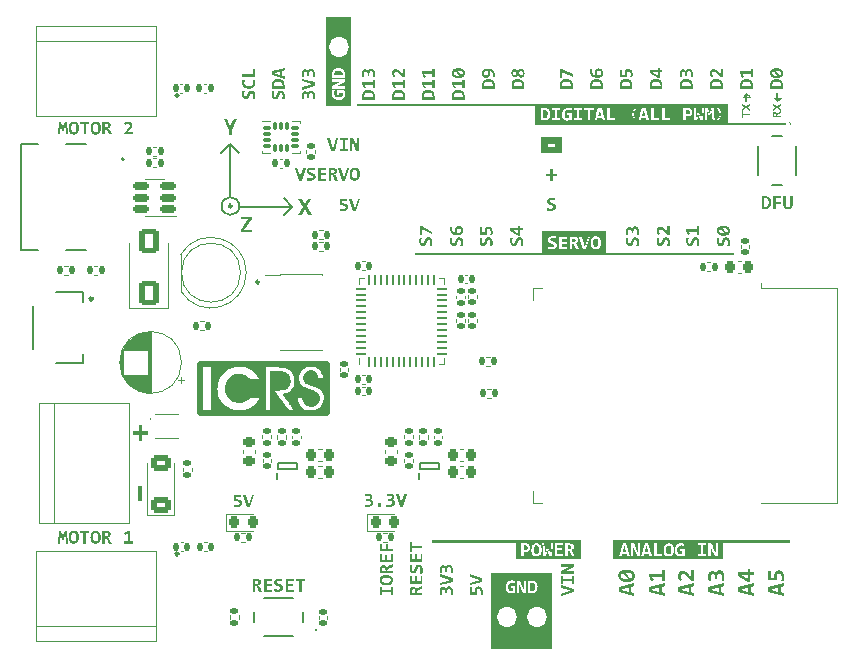
<source format=gbr>
%TF.GenerationSoftware,KiCad,Pcbnew,7.0.1*%
%TF.CreationDate,2023-09-13T21:21:08+01:00*%
%TF.ProjectId,101 PCB,31303120-5043-4422-9e6b-696361645f70,rev?*%
%TF.SameCoordinates,Original*%
%TF.FileFunction,Legend,Top*%
%TF.FilePolarity,Positive*%
%FSLAX46Y46*%
G04 Gerber Fmt 4.6, Leading zero omitted, Abs format (unit mm)*
G04 Created by KiCad (PCBNEW 7.0.1) date 2023-09-13 21:21:08*
%MOMM*%
%LPD*%
G01*
G04 APERTURE LIST*
G04 Aperture macros list*
%AMRoundRect*
0 Rectangle with rounded corners*
0 $1 Rounding radius*
0 $2 $3 $4 $5 $6 $7 $8 $9 X,Y pos of 4 corners*
0 Add a 4 corners polygon primitive as box body*
4,1,4,$2,$3,$4,$5,$6,$7,$8,$9,$2,$3,0*
0 Add four circle primitives for the rounded corners*
1,1,$1+$1,$2,$3*
1,1,$1+$1,$4,$5*
1,1,$1+$1,$6,$7*
1,1,$1+$1,$8,$9*
0 Add four rect primitives between the rounded corners*
20,1,$1+$1,$2,$3,$4,$5,0*
20,1,$1+$1,$4,$5,$6,$7,0*
20,1,$1+$1,$6,$7,$8,$9,0*
20,1,$1+$1,$8,$9,$2,$3,0*%
G04 Aperture macros list end*
%ADD10C,0.100000*%
%ADD11C,0.200000*%
%ADD12C,0.243572*%
%ADD13C,0.500000*%
%ADD14C,0.240000*%
%ADD15C,0.120000*%
%ADD16C,0.127000*%
%ADD17C,0.250000*%
%ADD18C,0.300000*%
%ADD19C,0.010000*%
%ADD20R,1.700000X1.700000*%
%ADD21O,1.700000X1.700000*%
%ADD22RoundRect,0.140000X0.170000X-0.140000X0.170000X0.140000X-0.170000X0.140000X-0.170000X-0.140000X0*%
%ADD23RoundRect,0.140000X-0.170000X0.140000X-0.170000X-0.140000X0.170000X-0.140000X0.170000X0.140000X0*%
%ADD24RoundRect,0.140000X-0.140000X-0.170000X0.140000X-0.170000X0.140000X0.170000X-0.140000X0.170000X0*%
%ADD25RoundRect,0.087500X-0.225000X-0.087500X0.225000X-0.087500X0.225000X0.087500X-0.225000X0.087500X0*%
%ADD26RoundRect,0.087500X-0.087500X-0.225000X0.087500X-0.225000X0.087500X0.225000X-0.087500X0.225000X0*%
%ADD27RoundRect,0.225000X0.250000X-0.225000X0.250000X0.225000X-0.250000X0.225000X-0.250000X-0.225000X0*%
%ADD28RoundRect,0.140000X0.140000X0.170000X-0.140000X0.170000X-0.140000X-0.170000X0.140000X-0.170000X0*%
%ADD29C,0.600000*%
%ADD30O,2.000000X0.900000*%
%ADD31O,1.700000X0.900000*%
%ADD32RoundRect,0.135000X-0.135000X-0.185000X0.135000X-0.185000X0.135000X0.185000X-0.135000X0.185000X0*%
%ADD33R,0.700000X0.300000*%
%ADD34R,1.000000X1.700000*%
%ADD35R,0.300000X0.475000*%
%ADD36RoundRect,0.135000X0.135000X0.185000X-0.135000X0.185000X-0.135000X-0.185000X0.135000X-0.185000X0*%
%ADD37R,1.050000X0.650000*%
%ADD38RoundRect,0.135000X-0.185000X0.135000X-0.185000X-0.135000X0.185000X-0.135000X0.185000X0.135000X0*%
%ADD39R,0.900000X1.500000*%
%ADD40R,1.500000X0.900000*%
%ADD41R,4.200000X4.200000*%
%ADD42RoundRect,0.250000X0.600000X-0.400000X0.600000X0.400000X-0.600000X0.400000X-0.600000X-0.400000X0*%
%ADD43RoundRect,0.236111X0.613889X-0.813889X0.613889X0.813889X-0.613889X0.813889X-0.613889X-0.813889X0*%
%ADD44R,1.550000X0.600000*%
%ADD45R,1.800000X1.200000*%
%ADD46R,1.600000X1.600000*%
%ADD47C,1.600000*%
%ADD48RoundRect,0.218750X-0.218750X-0.256250X0.218750X-0.256250X0.218750X0.256250X-0.218750X0.256250X0*%
%ADD49R,0.650000X1.050000*%
%ADD50RoundRect,0.225000X0.225000X0.250000X-0.225000X0.250000X-0.225000X-0.250000X0.225000X-0.250000X0*%
%ADD51R,3.000000X3.000000*%
%ADD52C,3.000000*%
%ADD53R,1.500000X2.500000*%
%ADD54R,0.350000X0.400000*%
%ADD55R,0.500000X0.400000*%
%ADD56R,0.920000X0.285000*%
%ADD57R,1.600000X1.050000*%
%ADD58RoundRect,0.225000X-0.225000X-0.250000X0.225000X-0.250000X0.225000X0.250000X-0.225000X0.250000X0*%
%ADD59RoundRect,0.135000X0.185000X-0.135000X0.185000X0.135000X-0.185000X0.135000X-0.185000X-0.135000X0*%
%ADD60RoundRect,0.150000X0.512500X0.150000X-0.512500X0.150000X-0.512500X-0.150000X0.512500X-0.150000X0*%
%ADD61RoundRect,0.062500X0.062500X-0.375000X0.062500X0.375000X-0.062500X0.375000X-0.062500X-0.375000X0*%
%ADD62RoundRect,0.062500X0.375000X-0.062500X0.375000X0.062500X-0.375000X0.062500X-0.375000X-0.062500X0*%
%ADD63R,5.600000X5.600000*%
%ADD64R,2.400000X0.740000*%
%ADD65R,1.800000X1.800000*%
%ADD66C,1.800000*%
%ADD67C,3.200000*%
G04 APERTURE END LIST*
D10*
X168300000Y-69200000D02*
X168900000Y-69200000D01*
X168900000Y-69200000D02*
X168600000Y-68900000D01*
X171300000Y-69500000D02*
X171100000Y-69500000D01*
G36*
X147011000Y-109629000D02*
G01*
X147825400Y-109629000D01*
X147825400Y-111798000D01*
X147011000Y-111798000D01*
X147011000Y-109629000D01*
G37*
G36*
X147011400Y-109536500D02*
G01*
X152111400Y-109536500D01*
X152111400Y-109915500D01*
X147011400Y-109915500D01*
X147011400Y-109536500D01*
G37*
G36*
X166500000Y-106750000D02*
G01*
X172260000Y-106750000D01*
X172260000Y-106950000D01*
X166500000Y-106950000D01*
X166500000Y-106750000D01*
G37*
G36*
X147011000Y-111798000D02*
G01*
X152111000Y-111798000D01*
X152111000Y-115927000D01*
X147011000Y-115927000D01*
X147011000Y-111798000D01*
G37*
G36*
X140563000Y-82400000D02*
G01*
X167558000Y-82400000D01*
X167558000Y-82600000D01*
X140563000Y-82600000D01*
X140563000Y-82400000D01*
G37*
X170900000Y-69300000D02*
X171200000Y-69600000D01*
G36*
X150725600Y-71398000D02*
G01*
X171933000Y-71398000D01*
X171933000Y-71598000D01*
X150725600Y-71598000D01*
X150725600Y-71398000D01*
G37*
G36*
X132979000Y-62416000D02*
G01*
X135148000Y-62416000D01*
X135148000Y-66300000D01*
X132979000Y-66300000D01*
X132979000Y-62416000D01*
G37*
G36*
X141950000Y-106750000D02*
G01*
X149080000Y-106750000D01*
X149080000Y-106950000D01*
X141950000Y-106950000D01*
X141950000Y-106750000D01*
G37*
D11*
X129410000Y-79260000D02*
X130160000Y-78510000D01*
D10*
X171000000Y-69400000D02*
X171400000Y-69400000D01*
D11*
X125660000Y-78460000D02*
G75*
G03*
X125660000Y-78460000I-750000J0D01*
G01*
D10*
X171500000Y-69300000D02*
X170900000Y-69300000D01*
D11*
X171200000Y-68900000D02*
X171200000Y-69500000D01*
D12*
X127353214Y-84900000D02*
G75*
G03*
X127353214Y-84900000I-121786J0D01*
G01*
D11*
X125660000Y-73960000D02*
X124910000Y-73210000D01*
D10*
X168600000Y-68900000D02*
X168300000Y-69200000D01*
D13*
X122300000Y-91800000D02*
X133100000Y-91800000D01*
X133100000Y-96000000D01*
X122300000Y-96000000D01*
X122300000Y-91800000D01*
D11*
X124160000Y-73960000D02*
X124910000Y-73210000D01*
G36*
X135661000Y-69800000D02*
G01*
X167078000Y-69800000D01*
X167078000Y-70000000D01*
X135661000Y-70000000D01*
X135661000Y-69800000D01*
G37*
D10*
X171200000Y-69600000D02*
X171500000Y-69300000D01*
X168500000Y-69000000D02*
X168700000Y-69100000D01*
X168400000Y-69100000D02*
X168800000Y-69100000D01*
D11*
X168600000Y-69600000D02*
X168600000Y-69000000D01*
X124910000Y-77710000D02*
X124910000Y-73210000D01*
X129410000Y-77760000D02*
X130160000Y-78510000D01*
G36*
X151297000Y-109629000D02*
G01*
X152111400Y-109629000D01*
X152111400Y-111798000D01*
X151297000Y-111798000D01*
X151297000Y-109629000D01*
G37*
D12*
X125031786Y-78460000D02*
G75*
G03*
X125031786Y-78460000I-121786J0D01*
G01*
D11*
X125660000Y-78510000D02*
X130160000Y-78510000D01*
G36*
X131727357Y-68677075D02*
G01*
X131741949Y-68677338D01*
X131756267Y-68678126D01*
X131770312Y-68679440D01*
X131784084Y-68681279D01*
X131797584Y-68683644D01*
X131810810Y-68686534D01*
X131823763Y-68689950D01*
X131836442Y-68693891D01*
X131848849Y-68698358D01*
X131860983Y-68703350D01*
X131868921Y-68706971D01*
X131880519Y-68712802D01*
X131891792Y-68719195D01*
X131902741Y-68726149D01*
X131913365Y-68733665D01*
X131923665Y-68741742D01*
X131933640Y-68750381D01*
X131943291Y-68759582D01*
X131952617Y-68769344D01*
X131961618Y-68779668D01*
X131970295Y-68790553D01*
X131975899Y-68798122D01*
X131983962Y-68809888D01*
X131991664Y-68822216D01*
X131999006Y-68835106D01*
X132005987Y-68848557D01*
X132012607Y-68862569D01*
X132018867Y-68877143D01*
X132024766Y-68892279D01*
X132030304Y-68907976D01*
X132035482Y-68924235D01*
X132040299Y-68941056D01*
X132043310Y-68952581D01*
X132046149Y-68964325D01*
X132048806Y-68976331D01*
X132051278Y-68988597D01*
X132053568Y-69001124D01*
X132055675Y-69013913D01*
X132057598Y-69026962D01*
X132059338Y-69040273D01*
X132060896Y-69053844D01*
X132062269Y-69067677D01*
X132063460Y-69081770D01*
X132064468Y-69096125D01*
X132065292Y-69110741D01*
X132065933Y-69125617D01*
X132066391Y-69140755D01*
X132066666Y-69156154D01*
X132066757Y-69171814D01*
X132066687Y-69184149D01*
X132066477Y-69196794D01*
X132066126Y-69209747D01*
X132065635Y-69223008D01*
X132065292Y-69230725D01*
X132064609Y-69244175D01*
X132063841Y-69257597D01*
X132062990Y-69270990D01*
X132062054Y-69284356D01*
X132061482Y-69291981D01*
X132060414Y-69305247D01*
X132059262Y-69318372D01*
X132058026Y-69331357D01*
X132056705Y-69344202D01*
X132055913Y-69351479D01*
X132054432Y-69363778D01*
X132052811Y-69375545D01*
X132050787Y-69388341D01*
X132048580Y-69400440D01*
X132048000Y-69403356D01*
X131879179Y-69403356D01*
X131881185Y-69390185D01*
X131883099Y-69376611D01*
X131884922Y-69362634D01*
X131886653Y-69348255D01*
X131888292Y-69333472D01*
X131889840Y-69318286D01*
X131891296Y-69302697D01*
X131892328Y-69290741D01*
X131892661Y-69286705D01*
X131893604Y-69274514D01*
X131894454Y-69262230D01*
X131895211Y-69249853D01*
X131895876Y-69237384D01*
X131896448Y-69224821D01*
X131896927Y-69212166D01*
X131897313Y-69199419D01*
X131897607Y-69186578D01*
X131897808Y-69173645D01*
X131897916Y-69160619D01*
X131897937Y-69151883D01*
X131897839Y-69139244D01*
X131897545Y-69126934D01*
X131897056Y-69114954D01*
X131896099Y-69099493D01*
X131894793Y-69084619D01*
X131893140Y-69070331D01*
X131891139Y-69056629D01*
X131888790Y-69043513D01*
X131886799Y-69034061D01*
X131883859Y-69021952D01*
X131880608Y-69010393D01*
X131876105Y-68996718D01*
X131871117Y-68983901D01*
X131865641Y-68971942D01*
X131859679Y-68960843D01*
X131854559Y-68952581D01*
X131847721Y-68942921D01*
X131838874Y-68932425D01*
X131829325Y-68923124D01*
X131819076Y-68915018D01*
X131808127Y-68908107D01*
X131802389Y-68905100D01*
X131790361Y-68899921D01*
X131777797Y-68895813D01*
X131764697Y-68892777D01*
X131751061Y-68890812D01*
X131739289Y-68889994D01*
X131732047Y-68889860D01*
X131719205Y-68890416D01*
X131706837Y-68892085D01*
X131694942Y-68894867D01*
X131683522Y-68898762D01*
X131672576Y-68903770D01*
X131669032Y-68905687D01*
X131658680Y-68912099D01*
X131648946Y-68919686D01*
X131639831Y-68928448D01*
X131631333Y-68938385D01*
X131623454Y-68949496D01*
X131620965Y-68953460D01*
X131614959Y-68963888D01*
X131609396Y-68975202D01*
X131604277Y-68987404D01*
X131599602Y-69000492D01*
X131595370Y-69014469D01*
X131592304Y-69026288D01*
X131590191Y-69035526D01*
X131587580Y-69048271D01*
X131585318Y-69061593D01*
X131583404Y-69075492D01*
X131581838Y-69089968D01*
X131580619Y-69105021D01*
X131579749Y-69120651D01*
X131579325Y-69132752D01*
X131579097Y-69145178D01*
X131579053Y-69153642D01*
X131579053Y-69273223D01*
X131428990Y-69273223D01*
X131428990Y-69163607D01*
X131428877Y-69151713D01*
X131428373Y-69136463D01*
X131427467Y-69121909D01*
X131426157Y-69108051D01*
X131424444Y-69094890D01*
X131422328Y-69082424D01*
X131419810Y-69070655D01*
X131416094Y-69056922D01*
X131411758Y-69044063D01*
X131406993Y-69032049D01*
X131401798Y-69020879D01*
X131396173Y-69010554D01*
X131388858Y-68999278D01*
X131380923Y-68989218D01*
X131372402Y-68980281D01*
X131363324Y-68972374D01*
X131353690Y-68965498D01*
X131343499Y-68959652D01*
X131332752Y-68954837D01*
X131329046Y-68953460D01*
X131317732Y-68949775D01*
X131306213Y-68946852D01*
X131294487Y-68944692D01*
X131282555Y-68943294D01*
X131270417Y-68942658D01*
X131266325Y-68942616D01*
X131253971Y-68942995D01*
X131242189Y-68944131D01*
X131227370Y-68946824D01*
X131213567Y-68950863D01*
X131200781Y-68956248D01*
X131189012Y-68962980D01*
X131178259Y-68971059D01*
X131168523Y-68980483D01*
X131164036Y-68985700D01*
X131155793Y-68997131D01*
X131148648Y-69010027D01*
X131142603Y-69024389D01*
X131138791Y-69036121D01*
X131135597Y-69048679D01*
X131133021Y-69062060D01*
X131131063Y-69076266D01*
X131129723Y-69091296D01*
X131129002Y-69107150D01*
X131128865Y-69118178D01*
X131128955Y-69130252D01*
X131129225Y-69142296D01*
X131129676Y-69154309D01*
X131130307Y-69166291D01*
X131131119Y-69178242D01*
X131132111Y-69190162D01*
X131133283Y-69202051D01*
X131134635Y-69213909D01*
X131136168Y-69225736D01*
X131137881Y-69237532D01*
X131139123Y-69245379D01*
X131141106Y-69257123D01*
X131143207Y-69268945D01*
X131145426Y-69280843D01*
X131147765Y-69292819D01*
X131150221Y-69304872D01*
X131152796Y-69317003D01*
X131155490Y-69329210D01*
X131158302Y-69341495D01*
X131161233Y-69353857D01*
X131164282Y-69366297D01*
X131166381Y-69374633D01*
X130997560Y-69374633D01*
X130994440Y-69363087D01*
X130991492Y-69351712D01*
X130988181Y-69338289D01*
X130985117Y-69325114D01*
X130982301Y-69312186D01*
X130980561Y-69303705D01*
X130978105Y-69291065D01*
X130975793Y-69278426D01*
X130973626Y-69265786D01*
X130971603Y-69253146D01*
X130969724Y-69240507D01*
X130969130Y-69236294D01*
X130967365Y-69223524D01*
X130965805Y-69210712D01*
X130964452Y-69197860D01*
X130963305Y-69184966D01*
X130962364Y-69172031D01*
X130962096Y-69167710D01*
X130961399Y-69154648D01*
X130960846Y-69141401D01*
X130960437Y-69127968D01*
X130960172Y-69114349D01*
X130960052Y-69100545D01*
X130960044Y-69095903D01*
X130960214Y-69079390D01*
X130960724Y-69063263D01*
X130961574Y-69047523D01*
X130962764Y-69032169D01*
X130964295Y-69017202D01*
X130966165Y-69002621D01*
X130968375Y-68988426D01*
X130970925Y-68974618D01*
X130973815Y-68961196D01*
X130977046Y-68948161D01*
X130979388Y-68939685D01*
X130983105Y-68927289D01*
X130987109Y-68915268D01*
X130991403Y-68903624D01*
X130995984Y-68892355D01*
X131000855Y-68881463D01*
X131007797Y-68867525D01*
X131015253Y-68854256D01*
X131023221Y-68841656D01*
X131031703Y-68829723D01*
X131033903Y-68826845D01*
X131042943Y-68815767D01*
X131052478Y-68805394D01*
X131062507Y-68795727D01*
X131073031Y-68786765D01*
X131084049Y-68778508D01*
X131095562Y-68770956D01*
X131107570Y-68764110D01*
X131120072Y-68757968D01*
X131132931Y-68752542D01*
X131146157Y-68747838D01*
X131159749Y-68743859D01*
X131173708Y-68740603D01*
X131188033Y-68738070D01*
X131202724Y-68736261D01*
X131217781Y-68735176D01*
X131233205Y-68734814D01*
X131245441Y-68734989D01*
X131257381Y-68735515D01*
X131274737Y-68736960D01*
X131291429Y-68739193D01*
X131307456Y-68742215D01*
X131322818Y-68746025D01*
X131337516Y-68750623D01*
X131351549Y-68756010D01*
X131364918Y-68762184D01*
X131377622Y-68769147D01*
X131389661Y-68776898D01*
X131393526Y-68779657D01*
X131404707Y-68788382D01*
X131415388Y-68797741D01*
X131425569Y-68807733D01*
X131435251Y-68818359D01*
X131444432Y-68829619D01*
X131453114Y-68841512D01*
X131461297Y-68854039D01*
X131468979Y-68867200D01*
X131476162Y-68880994D01*
X131482845Y-68895423D01*
X131487023Y-68905393D01*
X131489257Y-68892580D01*
X131491859Y-68880078D01*
X131494826Y-68867887D01*
X131498160Y-68856008D01*
X131501860Y-68844440D01*
X131505927Y-68833183D01*
X131510360Y-68822238D01*
X131515159Y-68811604D01*
X131521582Y-68798716D01*
X131528577Y-68786428D01*
X131536145Y-68774742D01*
X131544285Y-68763656D01*
X131552998Y-68753172D01*
X131562283Y-68743289D01*
X131566157Y-68739504D01*
X131576095Y-68730413D01*
X131586490Y-68722010D01*
X131597344Y-68714293D01*
X131608655Y-68707264D01*
X131620425Y-68700921D01*
X131632652Y-68695265D01*
X131637672Y-68693195D01*
X131650526Y-68688551D01*
X131663809Y-68684694D01*
X131677522Y-68681625D01*
X131691664Y-68679342D01*
X131706236Y-68677847D01*
X131718202Y-68677217D01*
X131727357Y-68677075D01*
G37*
G36*
X132048000Y-67997689D02*
G01*
X132048000Y-68266454D01*
X130978802Y-68595303D01*
X130978802Y-68365226D01*
X131622724Y-68183216D01*
X131833750Y-68124598D01*
X131610414Y-68063635D01*
X130978802Y-67883091D01*
X130978802Y-67667082D01*
X132048000Y-67997689D01*
G37*
G36*
X131727357Y-66831772D02*
G01*
X131741949Y-66832034D01*
X131756267Y-66832823D01*
X131770312Y-66834136D01*
X131784084Y-66835976D01*
X131797584Y-66838340D01*
X131810810Y-66841231D01*
X131823763Y-66844647D01*
X131836442Y-66848588D01*
X131848849Y-66853055D01*
X131860983Y-66858047D01*
X131868921Y-66861667D01*
X131880519Y-66867498D01*
X131891792Y-66873891D01*
X131902741Y-66880845D01*
X131913365Y-66888361D01*
X131923665Y-66896439D01*
X131933640Y-66905078D01*
X131943291Y-66914278D01*
X131952617Y-66924041D01*
X131961618Y-66934364D01*
X131970295Y-66945250D01*
X131975899Y-66952818D01*
X131983962Y-66964585D01*
X131991664Y-66976913D01*
X131999006Y-66989802D01*
X132005987Y-67003253D01*
X132012607Y-67017266D01*
X132018867Y-67031840D01*
X132024766Y-67046975D01*
X132030304Y-67062673D01*
X132035482Y-67078932D01*
X132040299Y-67095752D01*
X132043310Y-67107278D01*
X132046149Y-67119022D01*
X132048806Y-67131027D01*
X132051278Y-67143293D01*
X132053568Y-67155821D01*
X132055675Y-67168609D01*
X132057598Y-67181659D01*
X132059338Y-67194969D01*
X132060896Y-67208541D01*
X132062269Y-67222373D01*
X132063460Y-67236467D01*
X132064468Y-67250821D01*
X132065292Y-67265437D01*
X132065933Y-67280314D01*
X132066391Y-67295451D01*
X132066666Y-67310850D01*
X132066757Y-67326510D01*
X132066687Y-67338846D01*
X132066477Y-67351490D01*
X132066126Y-67364443D01*
X132065635Y-67377705D01*
X132065292Y-67385421D01*
X132064609Y-67398871D01*
X132063841Y-67412293D01*
X132062990Y-67425687D01*
X132062054Y-67439053D01*
X132061482Y-67446677D01*
X132060414Y-67459943D01*
X132059262Y-67473068D01*
X132058026Y-67486053D01*
X132056705Y-67498898D01*
X132055913Y-67506175D01*
X132054432Y-67518475D01*
X132052811Y-67530242D01*
X132050787Y-67543037D01*
X132048580Y-67555136D01*
X132048000Y-67558052D01*
X131879179Y-67558052D01*
X131881185Y-67544881D01*
X131883099Y-67531308D01*
X131884922Y-67517331D01*
X131886653Y-67502951D01*
X131888292Y-67488168D01*
X131889840Y-67472982D01*
X131891296Y-67457394D01*
X131892328Y-67445438D01*
X131892661Y-67441402D01*
X131893604Y-67429210D01*
X131894454Y-67416926D01*
X131895211Y-67404550D01*
X131895876Y-67392080D01*
X131896448Y-67379518D01*
X131896927Y-67366863D01*
X131897313Y-67354115D01*
X131897607Y-67341274D01*
X131897808Y-67328341D01*
X131897916Y-67315315D01*
X131897937Y-67306580D01*
X131897839Y-67293940D01*
X131897545Y-67281630D01*
X131897056Y-67269650D01*
X131896099Y-67254190D01*
X131894793Y-67239315D01*
X131893140Y-67225027D01*
X131891139Y-67211325D01*
X131888790Y-67198209D01*
X131886799Y-67188757D01*
X131883859Y-67176649D01*
X131880608Y-67165090D01*
X131876105Y-67151414D01*
X131871117Y-67138597D01*
X131865641Y-67126639D01*
X131859679Y-67115539D01*
X131854559Y-67107278D01*
X131847721Y-67097618D01*
X131838874Y-67087121D01*
X131829325Y-67077820D01*
X131819076Y-67069714D01*
X131808127Y-67062804D01*
X131802389Y-67059797D01*
X131790361Y-67054617D01*
X131777797Y-67050509D01*
X131764697Y-67047473D01*
X131751061Y-67045509D01*
X131739289Y-67044690D01*
X131732047Y-67044556D01*
X131719205Y-67045112D01*
X131706837Y-67046782D01*
X131694942Y-67049564D01*
X131683522Y-67053459D01*
X131672576Y-67058466D01*
X131669032Y-67060383D01*
X131658680Y-67066795D01*
X131648946Y-67074383D01*
X131639831Y-67083144D01*
X131631333Y-67093081D01*
X131623454Y-67104192D01*
X131620965Y-67108157D01*
X131614959Y-67118584D01*
X131609396Y-67129898D01*
X131604277Y-67142100D01*
X131599602Y-67155189D01*
X131595370Y-67169165D01*
X131592304Y-67180985D01*
X131590191Y-67190222D01*
X131587580Y-67202967D01*
X131585318Y-67216289D01*
X131583404Y-67230188D01*
X131581838Y-67244664D01*
X131580619Y-67259717D01*
X131579749Y-67275347D01*
X131579325Y-67287448D01*
X131579097Y-67299874D01*
X131579053Y-67308338D01*
X131579053Y-67427920D01*
X131428990Y-67427920D01*
X131428990Y-67318303D01*
X131428877Y-67306409D01*
X131428373Y-67291159D01*
X131427467Y-67276605D01*
X131426157Y-67262748D01*
X131424444Y-67249586D01*
X131422328Y-67237121D01*
X131419810Y-67225351D01*
X131416094Y-67211618D01*
X131411758Y-67198760D01*
X131406993Y-67186745D01*
X131401798Y-67175576D01*
X131396173Y-67165250D01*
X131388858Y-67153974D01*
X131380923Y-67143914D01*
X131372402Y-67134977D01*
X131363324Y-67127070D01*
X131353690Y-67120194D01*
X131343499Y-67114348D01*
X131332752Y-67109533D01*
X131329046Y-67108157D01*
X131317732Y-67104471D01*
X131306213Y-67101549D01*
X131294487Y-67099388D01*
X131282555Y-67097990D01*
X131270417Y-67097355D01*
X131266325Y-67097312D01*
X131253971Y-67097691D01*
X131242189Y-67098827D01*
X131227370Y-67101520D01*
X131213567Y-67105559D01*
X131200781Y-67110945D01*
X131189012Y-67117677D01*
X131178259Y-67125755D01*
X131168523Y-67135180D01*
X131164036Y-67140397D01*
X131155793Y-67151827D01*
X131148648Y-67164724D01*
X131142603Y-67179085D01*
X131138791Y-67190818D01*
X131135597Y-67203375D01*
X131133021Y-67216756D01*
X131131063Y-67230962D01*
X131129723Y-67245992D01*
X131129002Y-67261847D01*
X131128865Y-67272874D01*
X131128955Y-67284949D01*
X131129225Y-67296992D01*
X131129676Y-67309005D01*
X131130307Y-67320987D01*
X131131119Y-67332938D01*
X131132111Y-67344858D01*
X131133283Y-67356747D01*
X131134635Y-67368605D01*
X131136168Y-67380433D01*
X131137881Y-67392229D01*
X131139123Y-67400076D01*
X131141106Y-67411820D01*
X131143207Y-67423641D01*
X131145426Y-67435540D01*
X131147765Y-67447516D01*
X131150221Y-67459569D01*
X131152796Y-67471699D01*
X131155490Y-67483907D01*
X131158302Y-67496192D01*
X131161233Y-67508554D01*
X131164282Y-67520993D01*
X131166381Y-67529329D01*
X130997560Y-67529329D01*
X130994440Y-67517783D01*
X130991492Y-67506409D01*
X130988181Y-67492986D01*
X130985117Y-67479811D01*
X130982301Y-67466882D01*
X130980561Y-67458401D01*
X130978105Y-67445762D01*
X130975793Y-67433122D01*
X130973626Y-67420482D01*
X130971603Y-67407843D01*
X130969724Y-67395203D01*
X130969130Y-67390990D01*
X130967365Y-67378220D01*
X130965805Y-67365409D01*
X130964452Y-67352556D01*
X130963305Y-67339662D01*
X130962364Y-67326728D01*
X130962096Y-67322407D01*
X130961399Y-67309345D01*
X130960846Y-67296097D01*
X130960437Y-67282664D01*
X130960172Y-67269046D01*
X130960052Y-67255242D01*
X130960044Y-67250599D01*
X130960214Y-67234086D01*
X130960724Y-67217960D01*
X130961574Y-67202219D01*
X130962764Y-67186866D01*
X130964295Y-67171898D01*
X130966165Y-67157317D01*
X130968375Y-67143123D01*
X130970925Y-67129314D01*
X130973815Y-67115893D01*
X130977046Y-67102857D01*
X130979388Y-67094382D01*
X130983105Y-67081985D01*
X130987109Y-67069965D01*
X130991403Y-67058320D01*
X130995984Y-67047052D01*
X131000855Y-67036160D01*
X131007797Y-67022222D01*
X131015253Y-67008953D01*
X131023221Y-66996352D01*
X131031703Y-66984420D01*
X131033903Y-66981541D01*
X131042943Y-66970463D01*
X131052478Y-66960091D01*
X131062507Y-66950423D01*
X131073031Y-66941461D01*
X131084049Y-66933204D01*
X131095562Y-66925653D01*
X131107570Y-66918806D01*
X131120072Y-66912665D01*
X131132931Y-66907238D01*
X131146157Y-66902535D01*
X131159749Y-66898555D01*
X131173708Y-66895299D01*
X131188033Y-66892767D01*
X131202724Y-66890958D01*
X131217781Y-66889872D01*
X131233205Y-66889511D01*
X131245441Y-66889686D01*
X131257381Y-66890211D01*
X131274737Y-66891656D01*
X131291429Y-66893890D01*
X131307456Y-66896912D01*
X131322818Y-66900721D01*
X131337516Y-66905320D01*
X131351549Y-66910706D01*
X131364918Y-66916881D01*
X131377622Y-66923844D01*
X131389661Y-66931595D01*
X131393526Y-66934354D01*
X131404707Y-66943079D01*
X131415388Y-66952437D01*
X131425569Y-66962429D01*
X131435251Y-66973055D01*
X131444432Y-66984315D01*
X131453114Y-66996209D01*
X131461297Y-67008736D01*
X131468979Y-67021896D01*
X131476162Y-67035691D01*
X131482845Y-67050119D01*
X131487023Y-67060090D01*
X131489257Y-67047276D01*
X131491859Y-67034774D01*
X131494826Y-67022583D01*
X131498160Y-67010704D01*
X131501860Y-66999136D01*
X131505927Y-66987879D01*
X131510360Y-66976934D01*
X131515159Y-66966301D01*
X131521582Y-66953412D01*
X131528577Y-66941125D01*
X131536145Y-66929438D01*
X131544285Y-66918353D01*
X131552998Y-66907868D01*
X131562283Y-66897985D01*
X131566157Y-66894200D01*
X131576095Y-66885110D01*
X131586490Y-66876706D01*
X131597344Y-66868990D01*
X131608655Y-66861960D01*
X131620425Y-66855617D01*
X131632652Y-66849962D01*
X131637672Y-66847892D01*
X131650526Y-66843248D01*
X131663809Y-66839391D01*
X131677522Y-66836321D01*
X131691664Y-66834039D01*
X131706236Y-66832543D01*
X131718202Y-66831913D01*
X131727357Y-66831772D01*
G37*
G36*
X146765363Y-67710874D02*
G01*
X146780629Y-67711238D01*
X146795716Y-67711845D01*
X146810625Y-67712694D01*
X146825355Y-67713787D01*
X146839907Y-67715121D01*
X146854280Y-67716699D01*
X146868474Y-67718520D01*
X146882490Y-67720583D01*
X146896327Y-67722888D01*
X146909985Y-67725437D01*
X146923465Y-67728228D01*
X146936767Y-67731262D01*
X146949889Y-67734539D01*
X146962833Y-67738058D01*
X146975599Y-67741820D01*
X146988160Y-67745803D01*
X147000489Y-67750059D01*
X147012587Y-67754587D01*
X147024454Y-67759387D01*
X147036089Y-67764460D01*
X147047493Y-67769806D01*
X147058666Y-67775424D01*
X147069608Y-67781314D01*
X147080318Y-67787477D01*
X147090798Y-67793913D01*
X147101046Y-67800621D01*
X147111062Y-67807601D01*
X147120847Y-67814854D01*
X147130402Y-67822379D01*
X147139724Y-67830177D01*
X147148816Y-67838247D01*
X147157628Y-67846562D01*
X147166186Y-67855164D01*
X147174490Y-67864055D01*
X147182540Y-67873235D01*
X147190335Y-67882703D01*
X147197877Y-67892460D01*
X147205164Y-67902505D01*
X147212197Y-67912839D01*
X147218976Y-67923461D01*
X147225501Y-67934372D01*
X147231771Y-67945571D01*
X147237788Y-67957059D01*
X147243550Y-67968836D01*
X147249058Y-67980900D01*
X147254312Y-67993254D01*
X147259311Y-68005896D01*
X147263996Y-68018839D01*
X147268379Y-68032095D01*
X147272459Y-68045666D01*
X147276237Y-68059550D01*
X147279713Y-68073747D01*
X147282887Y-68088259D01*
X147285758Y-68103084D01*
X147288327Y-68118223D01*
X147290594Y-68133676D01*
X147292559Y-68149442D01*
X147294221Y-68165522D01*
X147295581Y-68181915D01*
X147296639Y-68198623D01*
X147297395Y-68215644D01*
X147297848Y-68232979D01*
X147298000Y-68250627D01*
X147298000Y-68524374D01*
X146228802Y-68524374D01*
X146228802Y-68321555D01*
X146397623Y-68321555D01*
X147129179Y-68321555D01*
X147129179Y-68232455D01*
X147128834Y-68214123D01*
X147127800Y-68196350D01*
X147126077Y-68179136D01*
X147123665Y-68162480D01*
X147120564Y-68146383D01*
X147116773Y-68130844D01*
X147112293Y-68115864D01*
X147107124Y-68101443D01*
X147101265Y-68087581D01*
X147094718Y-68074278D01*
X147087481Y-68061533D01*
X147079555Y-68049346D01*
X147070940Y-68037719D01*
X147061635Y-68026650D01*
X147051641Y-68016140D01*
X147040958Y-68006189D01*
X147029535Y-67996783D01*
X147017319Y-67987985D01*
X147004310Y-67979793D01*
X146990510Y-67972208D01*
X146975917Y-67965230D01*
X146960532Y-67958859D01*
X146944355Y-67953095D01*
X146927385Y-67947937D01*
X146909624Y-67943386D01*
X146891070Y-67939442D01*
X146871723Y-67936104D01*
X146851585Y-67933374D01*
X146830654Y-67931250D01*
X146808931Y-67929733D01*
X146786415Y-67928823D01*
X146763108Y-67928520D01*
X146747009Y-67928643D01*
X146731244Y-67929014D01*
X146715815Y-67929632D01*
X146700720Y-67930498D01*
X146685961Y-67931611D01*
X146671536Y-67932971D01*
X146657446Y-67934578D01*
X146643691Y-67936433D01*
X146630271Y-67938535D01*
X146617186Y-67940884D01*
X146608648Y-67942588D01*
X146596084Y-67945396D01*
X146583891Y-67948544D01*
X146572069Y-67952032D01*
X146560618Y-67955859D01*
X146549538Y-67960027D01*
X146535341Y-67966114D01*
X146521804Y-67972804D01*
X146508926Y-67980100D01*
X146496708Y-67987999D01*
X146493757Y-67990069D01*
X146482317Y-67998710D01*
X146471592Y-68008076D01*
X146461581Y-68018164D01*
X146452284Y-68028977D01*
X146443702Y-68040513D01*
X146435834Y-68052772D01*
X146428681Y-68065755D01*
X146422242Y-68079462D01*
X146416472Y-68093883D01*
X146412649Y-68105257D01*
X146409259Y-68117111D01*
X146406302Y-68129444D01*
X146403778Y-68142256D01*
X146401686Y-68155548D01*
X146400027Y-68169318D01*
X146398801Y-68183568D01*
X146398007Y-68198296D01*
X146397647Y-68213504D01*
X146397623Y-68218680D01*
X146397623Y-68321555D01*
X146228802Y-68321555D01*
X146228802Y-68205491D01*
X146228922Y-68190152D01*
X146229283Y-68175055D01*
X146229884Y-68160201D01*
X146230725Y-68145590D01*
X146231807Y-68131222D01*
X146233130Y-68117096D01*
X146234692Y-68103213D01*
X146236496Y-68089573D01*
X146238539Y-68076176D01*
X146240823Y-68063021D01*
X146243348Y-68050109D01*
X146246113Y-68037440D01*
X146249118Y-68025013D01*
X146252364Y-68012829D01*
X146255850Y-68000888D01*
X146259577Y-67989189D01*
X146263517Y-67977697D01*
X146267719Y-67966447D01*
X146272182Y-67955440D01*
X146276906Y-67944676D01*
X146284481Y-67928985D01*
X146292643Y-67913840D01*
X146301393Y-67899241D01*
X146310730Y-67885188D01*
X146320655Y-67871681D01*
X146331166Y-67858720D01*
X146342266Y-67846306D01*
X146353952Y-67834437D01*
X146366234Y-67823115D01*
X146379118Y-67812339D01*
X146392605Y-67802108D01*
X146406695Y-67792424D01*
X146421387Y-67783286D01*
X146436683Y-67774695D01*
X146447215Y-67769270D01*
X146458014Y-67764088D01*
X146469082Y-67759149D01*
X146480418Y-67754453D01*
X146492021Y-67749999D01*
X146503892Y-67745788D01*
X146516032Y-67741820D01*
X146528451Y-67738058D01*
X146541164Y-67734539D01*
X146554170Y-67731262D01*
X146567469Y-67728228D01*
X146581061Y-67725437D01*
X146594946Y-67722888D01*
X146609125Y-67720583D01*
X146623596Y-67718520D01*
X146638361Y-67716699D01*
X146653418Y-67715121D01*
X146668769Y-67713787D01*
X146684413Y-67712694D01*
X146700349Y-67711845D01*
X146716579Y-67711238D01*
X146733102Y-67710874D01*
X146749919Y-67710753D01*
X146765363Y-67710874D01*
G37*
G36*
X146715135Y-66830390D02*
G01*
X146730510Y-66830640D01*
X146745634Y-66831058D01*
X146760506Y-66831643D01*
X146775127Y-66832395D01*
X146789495Y-66833315D01*
X146803612Y-66834401D01*
X146817476Y-66835655D01*
X146831089Y-66837076D01*
X146844450Y-66838664D01*
X146857559Y-66840419D01*
X146870416Y-66842341D01*
X146883021Y-66844430D01*
X146895374Y-66846687D01*
X146907476Y-66849111D01*
X146919325Y-66851702D01*
X146930941Y-66854446D01*
X146942342Y-66857330D01*
X146959040Y-66861918D01*
X146975253Y-66866820D01*
X146990982Y-66872036D01*
X147006227Y-66877567D01*
X147020987Y-66883412D01*
X147035264Y-66889571D01*
X147049056Y-66896045D01*
X147062363Y-66902832D01*
X147075186Y-66909934D01*
X147079353Y-66912372D01*
X147091567Y-66919817D01*
X147103368Y-66927536D01*
X147114758Y-66935527D01*
X147125735Y-66943792D01*
X147136300Y-66952330D01*
X147146453Y-66961140D01*
X147156194Y-66970224D01*
X147165522Y-66979581D01*
X147174439Y-66989211D01*
X147182943Y-66999114D01*
X147188383Y-67005868D01*
X147196195Y-67016192D01*
X147203692Y-67026723D01*
X147210874Y-67037460D01*
X147217743Y-67048403D01*
X147224297Y-67059552D01*
X147230537Y-67070907D01*
X147236463Y-67082468D01*
X147242074Y-67094235D01*
X147247371Y-67106208D01*
X147252354Y-67118387D01*
X147255501Y-67126621D01*
X147259981Y-67139124D01*
X147264188Y-67151791D01*
X147268121Y-67164623D01*
X147271782Y-67177619D01*
X147275169Y-67190781D01*
X147278283Y-67204107D01*
X147281125Y-67217599D01*
X147283693Y-67231255D01*
X147285988Y-67245076D01*
X147288010Y-67259062D01*
X147289207Y-67268478D01*
X147290778Y-67282647D01*
X147292195Y-67296910D01*
X147293457Y-67311265D01*
X147294565Y-67325713D01*
X147295518Y-67340254D01*
X147296317Y-67354887D01*
X147296961Y-67369613D01*
X147297450Y-67384432D01*
X147297785Y-67399344D01*
X147297965Y-67414348D01*
X147298000Y-67424402D01*
X147298000Y-67548966D01*
X147129179Y-67548966D01*
X147129179Y-67402127D01*
X147129116Y-67390199D01*
X147128785Y-67372774D01*
X147128171Y-67355910D01*
X147127274Y-67339609D01*
X147126093Y-67323869D01*
X147124629Y-67308690D01*
X147122882Y-67294073D01*
X147120851Y-67280017D01*
X147118537Y-67266523D01*
X147115940Y-67253591D01*
X147113059Y-67241220D01*
X147109850Y-67229294D01*
X147106378Y-67217806D01*
X147101341Y-67203170D01*
X147095836Y-67189312D01*
X147089865Y-67176233D01*
X147083426Y-67163932D01*
X147076520Y-67152410D01*
X147069147Y-67141666D01*
X147065285Y-67136587D01*
X147057202Y-67126873D01*
X147048634Y-67117810D01*
X147039580Y-67109398D01*
X147030041Y-67101635D01*
X147020016Y-67094523D01*
X147009506Y-67088062D01*
X146998510Y-67082250D01*
X146987030Y-67077089D01*
X146974949Y-67072454D01*
X146962153Y-67068223D01*
X146948644Y-67064394D01*
X146934420Y-67060969D01*
X146919481Y-67057946D01*
X146907808Y-67055944D01*
X146895734Y-67054168D01*
X146883257Y-67052619D01*
X146870379Y-67051297D01*
X146847811Y-67049538D01*
X146853829Y-67060648D01*
X146859571Y-67072143D01*
X146865039Y-67084022D01*
X146870233Y-67096286D01*
X146875151Y-67108935D01*
X146879795Y-67121969D01*
X146884164Y-67135387D01*
X146888258Y-67149189D01*
X146891967Y-67163198D01*
X146895182Y-67177235D01*
X146897902Y-67191298D01*
X146900128Y-67205390D01*
X146901859Y-67219508D01*
X146903095Y-67233655D01*
X146903837Y-67247828D01*
X146904085Y-67262030D01*
X146903925Y-67276581D01*
X146903446Y-67290891D01*
X146902647Y-67304959D01*
X146901529Y-67318784D01*
X146900092Y-67332367D01*
X146898335Y-67345708D01*
X146896259Y-67358807D01*
X146893863Y-67371664D01*
X146891148Y-67384279D01*
X146888113Y-67396651D01*
X146885913Y-67404765D01*
X146882315Y-67416646D01*
X146878336Y-67428217D01*
X146873976Y-67439479D01*
X146869234Y-67450432D01*
X146864111Y-67461076D01*
X146856688Y-67474788D01*
X146848587Y-67487949D01*
X146839808Y-67500561D01*
X146830351Y-67512624D01*
X146827881Y-67515554D01*
X146817549Y-67526874D01*
X146806485Y-67537536D01*
X146794688Y-67547537D01*
X146782159Y-67556880D01*
X146772281Y-67563454D01*
X146761990Y-67569657D01*
X146751288Y-67575489D01*
X146740173Y-67580950D01*
X146728647Y-67586040D01*
X146724713Y-67587654D01*
X146712561Y-67592211D01*
X146699956Y-67596320D01*
X146686897Y-67599980D01*
X146673385Y-67603193D01*
X146659420Y-67605957D01*
X146645001Y-67608273D01*
X146630129Y-67610140D01*
X146614803Y-67611559D01*
X146599025Y-67612531D01*
X146582792Y-67613054D01*
X146571719Y-67613153D01*
X146556573Y-67612896D01*
X146541690Y-67612123D01*
X146527069Y-67610835D01*
X146512711Y-67609032D01*
X146498616Y-67606713D01*
X146484784Y-67603880D01*
X146471215Y-67600531D01*
X146457908Y-67596667D01*
X146444864Y-67592288D01*
X146432083Y-67587393D01*
X146423708Y-67583844D01*
X146411351Y-67578148D01*
X146399339Y-67572049D01*
X146387672Y-67565549D01*
X146376351Y-67558647D01*
X146365374Y-67551344D01*
X146354743Y-67543638D01*
X146344457Y-67535530D01*
X146334516Y-67527021D01*
X146324921Y-67518110D01*
X146315670Y-67508797D01*
X146309695Y-67502365D01*
X146300981Y-67492355D01*
X146292642Y-67482000D01*
X146284680Y-67471301D01*
X146277093Y-67460256D01*
X146269883Y-67448865D01*
X146263049Y-67437130D01*
X146256591Y-67425049D01*
X146250509Y-67412624D01*
X146244803Y-67399853D01*
X146239474Y-67386737D01*
X146236129Y-67377801D01*
X146231468Y-67364163D01*
X146227264Y-67350289D01*
X146223520Y-67336178D01*
X146220234Y-67321829D01*
X146217406Y-67307244D01*
X146215037Y-67292422D01*
X146213126Y-67277363D01*
X146211674Y-67262066D01*
X146210681Y-67246533D01*
X146210146Y-67230763D01*
X146210139Y-67230083D01*
X146378865Y-67230083D01*
X146379187Y-67242269D01*
X146380153Y-67254097D01*
X146382162Y-67267818D01*
X146385099Y-67281024D01*
X146388963Y-67293716D01*
X146392054Y-67301890D01*
X146397391Y-67313551D01*
X146403512Y-67324573D01*
X146410416Y-67334956D01*
X146418102Y-67344700D01*
X146426572Y-67353805D01*
X146429570Y-67356698D01*
X146438922Y-67364801D01*
X146448955Y-67372182D01*
X146459668Y-67378841D01*
X146471060Y-67384780D01*
X146483133Y-67389997D01*
X146487309Y-67391576D01*
X146500117Y-67395759D01*
X146513481Y-67399077D01*
X146525043Y-67401181D01*
X146536991Y-67402684D01*
X146549326Y-67403585D01*
X146562047Y-67403886D01*
X146578137Y-67403481D01*
X146593433Y-67402268D01*
X146607936Y-67400246D01*
X146621645Y-67397415D01*
X146634561Y-67393775D01*
X146646684Y-67389326D01*
X146658013Y-67384069D01*
X146668549Y-67378002D01*
X146678291Y-67371127D01*
X146687240Y-67363443D01*
X146692766Y-67357871D01*
X146700361Y-67348879D01*
X146707208Y-67339268D01*
X146713309Y-67329040D01*
X146718663Y-67318193D01*
X146723270Y-67306728D01*
X146727130Y-67294645D01*
X146730242Y-67281944D01*
X146732608Y-67268624D01*
X146734226Y-67254686D01*
X146735098Y-67240130D01*
X146735264Y-67230083D01*
X146734939Y-67217321D01*
X146734106Y-67205588D01*
X146732760Y-67193489D01*
X146731161Y-67182602D01*
X146728908Y-67170017D01*
X146726251Y-67157469D01*
X146723192Y-67144958D01*
X146719730Y-67132483D01*
X146715810Y-67120045D01*
X146711670Y-67107937D01*
X146707310Y-67096158D01*
X146702731Y-67084709D01*
X146697822Y-67073627D01*
X146692123Y-67061991D01*
X146686240Y-67051236D01*
X146682214Y-67044556D01*
X146668520Y-67044641D01*
X146655136Y-67044896D01*
X146642060Y-67045321D01*
X146629293Y-67045916D01*
X146616836Y-67046681D01*
X146604687Y-67047616D01*
X146592848Y-67048721D01*
X146577543Y-67050459D01*
X146562788Y-67052499D01*
X146552082Y-67054228D01*
X146538293Y-67056769D01*
X146525062Y-67059705D01*
X146512391Y-67063034D01*
X146500278Y-67066757D01*
X146488724Y-67070875D01*
X146477728Y-67075385D01*
X146464770Y-67081578D01*
X146457413Y-67085589D01*
X146445781Y-67092703D01*
X146435065Y-67100489D01*
X146425265Y-67108949D01*
X146416381Y-67118081D01*
X146408412Y-67127885D01*
X146401360Y-67138362D01*
X146398795Y-67142741D01*
X146393053Y-67154225D01*
X146388285Y-67166509D01*
X146384490Y-67179595D01*
X146381668Y-67193483D01*
X146380110Y-67205170D01*
X146379176Y-67217370D01*
X146378865Y-67230083D01*
X146210139Y-67230083D01*
X146210044Y-67220118D01*
X146210253Y-67204459D01*
X146210879Y-67189027D01*
X146211922Y-67173822D01*
X146213383Y-67158843D01*
X146215261Y-67144091D01*
X146217556Y-67129566D01*
X146220268Y-67115268D01*
X146223398Y-67101196D01*
X146226945Y-67087351D01*
X146230910Y-67073732D01*
X146233785Y-67064779D01*
X146238527Y-67051593D01*
X146243852Y-67038741D01*
X146249758Y-67026224D01*
X146256247Y-67014042D01*
X146263318Y-67002195D01*
X146270972Y-66990683D01*
X146279207Y-66979506D01*
X146288025Y-66968663D01*
X146297425Y-66958156D01*
X146307407Y-66947983D01*
X146314385Y-66941388D01*
X146325376Y-66931754D01*
X146337026Y-66922528D01*
X146349336Y-66913709D01*
X146362305Y-66905296D01*
X146375934Y-66897291D01*
X146390222Y-66889692D01*
X146405170Y-66882501D01*
X146420777Y-66875717D01*
X146437043Y-66869340D01*
X146448254Y-66865314D01*
X146459758Y-66861470D01*
X146465620Y-66859615D01*
X146477559Y-66856066D01*
X146489855Y-66852746D01*
X146502508Y-66849655D01*
X146515519Y-66846792D01*
X146528886Y-66844159D01*
X146542611Y-66841755D01*
X146556693Y-66839580D01*
X146571133Y-66837633D01*
X146585929Y-66835916D01*
X146601083Y-66834428D01*
X146616594Y-66833168D01*
X146632462Y-66832138D01*
X146648688Y-66831336D01*
X146665270Y-66830764D01*
X146682210Y-66830420D01*
X146699507Y-66830306D01*
X146715135Y-66830390D01*
G37*
G36*
X171165363Y-67710874D02*
G01*
X171180629Y-67711238D01*
X171195716Y-67711845D01*
X171210625Y-67712694D01*
X171225355Y-67713787D01*
X171239907Y-67715121D01*
X171254280Y-67716699D01*
X171268474Y-67718520D01*
X171282490Y-67720583D01*
X171296327Y-67722888D01*
X171309985Y-67725437D01*
X171323465Y-67728228D01*
X171336767Y-67731262D01*
X171349889Y-67734539D01*
X171362833Y-67738058D01*
X171375599Y-67741820D01*
X171388160Y-67745803D01*
X171400489Y-67750059D01*
X171412587Y-67754587D01*
X171424454Y-67759387D01*
X171436089Y-67764460D01*
X171447493Y-67769806D01*
X171458666Y-67775424D01*
X171469608Y-67781314D01*
X171480318Y-67787477D01*
X171490798Y-67793913D01*
X171501046Y-67800621D01*
X171511062Y-67807601D01*
X171520847Y-67814854D01*
X171530402Y-67822379D01*
X171539724Y-67830177D01*
X171548816Y-67838247D01*
X171557628Y-67846562D01*
X171566186Y-67855164D01*
X171574490Y-67864055D01*
X171582540Y-67873235D01*
X171590335Y-67882703D01*
X171597877Y-67892460D01*
X171605164Y-67902505D01*
X171612197Y-67912839D01*
X171618976Y-67923461D01*
X171625501Y-67934372D01*
X171631771Y-67945571D01*
X171637788Y-67957059D01*
X171643550Y-67968836D01*
X171649058Y-67980900D01*
X171654312Y-67993254D01*
X171659311Y-68005896D01*
X171663996Y-68018839D01*
X171668379Y-68032095D01*
X171672459Y-68045666D01*
X171676237Y-68059550D01*
X171679713Y-68073747D01*
X171682887Y-68088259D01*
X171685758Y-68103084D01*
X171688327Y-68118223D01*
X171690594Y-68133676D01*
X171692559Y-68149442D01*
X171694221Y-68165522D01*
X171695581Y-68181915D01*
X171696639Y-68198623D01*
X171697395Y-68215644D01*
X171697848Y-68232979D01*
X171698000Y-68250627D01*
X171698000Y-68524374D01*
X170628802Y-68524374D01*
X170628802Y-68321555D01*
X170797623Y-68321555D01*
X171529179Y-68321555D01*
X171529179Y-68232455D01*
X171528834Y-68214123D01*
X171527800Y-68196350D01*
X171526077Y-68179136D01*
X171523665Y-68162480D01*
X171520564Y-68146383D01*
X171516773Y-68130844D01*
X171512293Y-68115864D01*
X171507124Y-68101443D01*
X171501265Y-68087581D01*
X171494718Y-68074278D01*
X171487481Y-68061533D01*
X171479555Y-68049346D01*
X171470940Y-68037719D01*
X171461635Y-68026650D01*
X171451641Y-68016140D01*
X171440958Y-68006189D01*
X171429535Y-67996783D01*
X171417319Y-67987985D01*
X171404310Y-67979793D01*
X171390510Y-67972208D01*
X171375917Y-67965230D01*
X171360532Y-67958859D01*
X171344355Y-67953095D01*
X171327385Y-67947937D01*
X171309624Y-67943386D01*
X171291070Y-67939442D01*
X171271723Y-67936104D01*
X171251585Y-67933374D01*
X171230654Y-67931250D01*
X171208931Y-67929733D01*
X171186415Y-67928823D01*
X171163108Y-67928520D01*
X171147009Y-67928643D01*
X171131244Y-67929014D01*
X171115815Y-67929632D01*
X171100720Y-67930498D01*
X171085961Y-67931611D01*
X171071536Y-67932971D01*
X171057446Y-67934578D01*
X171043691Y-67936433D01*
X171030271Y-67938535D01*
X171017186Y-67940884D01*
X171008648Y-67942588D01*
X170996084Y-67945396D01*
X170983891Y-67948544D01*
X170972069Y-67952032D01*
X170960618Y-67955859D01*
X170949538Y-67960027D01*
X170935341Y-67966114D01*
X170921804Y-67972804D01*
X170908926Y-67980100D01*
X170896708Y-67987999D01*
X170893757Y-67990069D01*
X170882317Y-67998710D01*
X170871592Y-68008076D01*
X170861581Y-68018164D01*
X170852284Y-68028977D01*
X170843702Y-68040513D01*
X170835834Y-68052772D01*
X170828681Y-68065755D01*
X170822242Y-68079462D01*
X170816472Y-68093883D01*
X170812649Y-68105257D01*
X170809259Y-68117111D01*
X170806302Y-68129444D01*
X170803778Y-68142256D01*
X170801686Y-68155548D01*
X170800027Y-68169318D01*
X170798801Y-68183568D01*
X170798007Y-68198296D01*
X170797647Y-68213504D01*
X170797623Y-68218680D01*
X170797623Y-68321555D01*
X170628802Y-68321555D01*
X170628802Y-68205491D01*
X170628922Y-68190152D01*
X170629283Y-68175055D01*
X170629884Y-68160201D01*
X170630725Y-68145590D01*
X170631807Y-68131222D01*
X170633130Y-68117096D01*
X170634692Y-68103213D01*
X170636496Y-68089573D01*
X170638539Y-68076176D01*
X170640823Y-68063021D01*
X170643348Y-68050109D01*
X170646113Y-68037440D01*
X170649118Y-68025013D01*
X170652364Y-68012829D01*
X170655850Y-68000888D01*
X170659577Y-67989189D01*
X170663517Y-67977697D01*
X170667719Y-67966447D01*
X170672182Y-67955440D01*
X170676906Y-67944676D01*
X170684481Y-67928985D01*
X170692643Y-67913840D01*
X170701393Y-67899241D01*
X170710730Y-67885188D01*
X170720655Y-67871681D01*
X170731166Y-67858720D01*
X170742266Y-67846306D01*
X170753952Y-67834437D01*
X170766234Y-67823115D01*
X170779118Y-67812339D01*
X170792605Y-67802108D01*
X170806695Y-67792424D01*
X170821387Y-67783286D01*
X170836683Y-67774695D01*
X170847215Y-67769270D01*
X170858014Y-67764088D01*
X170869082Y-67759149D01*
X170880418Y-67754453D01*
X170892021Y-67749999D01*
X170903892Y-67745788D01*
X170916032Y-67741820D01*
X170928451Y-67738058D01*
X170941164Y-67734539D01*
X170954170Y-67731262D01*
X170967469Y-67728228D01*
X170981061Y-67725437D01*
X170994946Y-67722888D01*
X171009125Y-67720583D01*
X171023596Y-67718520D01*
X171038361Y-67716699D01*
X171053418Y-67715121D01*
X171068769Y-67713787D01*
X171084413Y-67712694D01*
X171100349Y-67711845D01*
X171116579Y-67711238D01*
X171133102Y-67710874D01*
X171149919Y-67710753D01*
X171165363Y-67710874D01*
G37*
G36*
X171174796Y-66788214D02*
G01*
X171190956Y-66788554D01*
X171206898Y-66789121D01*
X171222624Y-66789914D01*
X171238131Y-66790934D01*
X171253421Y-66792181D01*
X171268493Y-66793655D01*
X171283348Y-66795355D01*
X171297986Y-66797282D01*
X171312406Y-66799435D01*
X171326608Y-66801815D01*
X171340593Y-66804422D01*
X171354360Y-66807256D01*
X171367910Y-66810316D01*
X171381242Y-66813603D01*
X171394357Y-66817117D01*
X171407201Y-66820813D01*
X171419796Y-66824719D01*
X171432142Y-66828836D01*
X171444237Y-66833164D01*
X171456083Y-66837702D01*
X171467680Y-66842451D01*
X171479027Y-66847411D01*
X171490124Y-66852581D01*
X171500972Y-66857962D01*
X171511570Y-66863554D01*
X171521919Y-66869356D01*
X171532018Y-66875369D01*
X171546699Y-66884783D01*
X171560818Y-66894672D01*
X171569919Y-66901527D01*
X171583031Y-66912182D01*
X171595551Y-66923265D01*
X171607479Y-66934776D01*
X171618814Y-66946714D01*
X171629557Y-66959079D01*
X171639708Y-66971873D01*
X171649265Y-66985093D01*
X171658231Y-66998742D01*
X171666604Y-67012818D01*
X171674384Y-67027322D01*
X171679242Y-67037229D01*
X171685946Y-67052382D01*
X171691991Y-67067948D01*
X171697377Y-67083926D01*
X171702103Y-67100316D01*
X171706169Y-67117119D01*
X171709577Y-67134333D01*
X171711482Y-67146039D01*
X171713094Y-67157927D01*
X171714413Y-67169999D01*
X171715438Y-67182254D01*
X171716171Y-67194692D01*
X171716611Y-67207313D01*
X171716757Y-67220118D01*
X171716484Y-67236700D01*
X171715665Y-67253035D01*
X171714300Y-67269123D01*
X171712388Y-67284964D01*
X171709931Y-67300557D01*
X171706927Y-67315904D01*
X171703378Y-67331002D01*
X171699282Y-67345854D01*
X171694640Y-67360458D01*
X171689452Y-67374815D01*
X171685690Y-67384249D01*
X171679550Y-67398137D01*
X171672782Y-67411664D01*
X171665386Y-67424831D01*
X171657361Y-67437637D01*
X171648707Y-67450083D01*
X171639425Y-67462168D01*
X171629514Y-67473892D01*
X171618975Y-67485255D01*
X171607807Y-67496258D01*
X171596011Y-67506901D01*
X171587797Y-67513795D01*
X171574943Y-67523753D01*
X171561440Y-67533294D01*
X171547287Y-67542417D01*
X171532485Y-67551123D01*
X171517034Y-67559412D01*
X171506373Y-67564706D01*
X171495424Y-67569814D01*
X171484185Y-67574737D01*
X171472659Y-67579475D01*
X171460843Y-67584027D01*
X171448740Y-67588394D01*
X171436347Y-67592575D01*
X171423667Y-67596570D01*
X171417218Y-67598499D01*
X171404053Y-67602190D01*
X171390570Y-67605643D01*
X171376768Y-67608858D01*
X171362648Y-67611834D01*
X171348210Y-67614573D01*
X171333453Y-67617073D01*
X171318379Y-67619336D01*
X171302986Y-67621360D01*
X171287274Y-67623146D01*
X171271245Y-67624694D01*
X171254897Y-67626003D01*
X171238231Y-67627075D01*
X171221246Y-67627908D01*
X171203944Y-67628504D01*
X171186323Y-67628861D01*
X171168383Y-67628980D01*
X171152007Y-67628866D01*
X171135850Y-67628522D01*
X171119913Y-67627950D01*
X171104196Y-67627148D01*
X171088699Y-67626118D01*
X171073422Y-67624859D01*
X171058364Y-67623370D01*
X171043526Y-67621653D01*
X171028908Y-67619707D01*
X171014510Y-67617531D01*
X171000332Y-67615127D01*
X170986374Y-67612494D01*
X170972635Y-67609631D01*
X170959116Y-67606540D01*
X170945817Y-67603220D01*
X170932738Y-67599671D01*
X170919859Y-67595907D01*
X170907234Y-67591941D01*
X170894864Y-67587773D01*
X170882747Y-67583404D01*
X170870885Y-67578834D01*
X170859277Y-67574062D01*
X170847923Y-67569089D01*
X170836824Y-67563914D01*
X170825978Y-67558537D01*
X170815387Y-67552960D01*
X170805050Y-67547180D01*
X170790020Y-67538133D01*
X170775563Y-67528633D01*
X170761677Y-67518679D01*
X170757176Y-67515261D01*
X170744014Y-67504653D01*
X170731454Y-67493602D01*
X170719497Y-67482108D01*
X170708143Y-67470170D01*
X170697391Y-67457790D01*
X170687243Y-67444967D01*
X170677697Y-67431700D01*
X170668754Y-67417991D01*
X170660414Y-67403838D01*
X170652676Y-67389243D01*
X170647853Y-67379266D01*
X170641096Y-67363911D01*
X170635004Y-67348179D01*
X170629576Y-67332071D01*
X170624813Y-67315588D01*
X170620715Y-67298728D01*
X170617281Y-67281492D01*
X170615361Y-67269792D01*
X170613736Y-67257925D01*
X170612407Y-67245891D01*
X170611373Y-67233690D01*
X170610635Y-67221322D01*
X170610192Y-67208787D01*
X170610187Y-67208394D01*
X170778865Y-67208394D01*
X170779423Y-67222701D01*
X170781097Y-67236678D01*
X170783888Y-67250327D01*
X170787795Y-67263646D01*
X170792818Y-67276636D01*
X170798958Y-67289297D01*
X170801726Y-67294270D01*
X170809471Y-67306384D01*
X170818418Y-67317998D01*
X170826442Y-67326928D01*
X170835235Y-67335537D01*
X170844797Y-67343826D01*
X170855128Y-67351795D01*
X170866229Y-67359442D01*
X170872068Y-67363146D01*
X170884314Y-67370281D01*
X170897310Y-67377031D01*
X170911058Y-67383397D01*
X170925557Y-67389378D01*
X170936924Y-67393611D01*
X170948714Y-67397628D01*
X170960926Y-67401428D01*
X170973560Y-67405012D01*
X170986617Y-67408380D01*
X170991063Y-67409455D01*
X171004704Y-67412440D01*
X171018808Y-67415132D01*
X171033376Y-67417530D01*
X171048408Y-67419635D01*
X171063904Y-67421446D01*
X171079863Y-67422963D01*
X171096286Y-67424187D01*
X171113172Y-67425117D01*
X171130522Y-67425753D01*
X171142347Y-67426014D01*
X171154377Y-67426145D01*
X171160470Y-67426161D01*
X171173089Y-67426161D01*
X171185154Y-67426161D01*
X171195641Y-67426161D01*
X171208033Y-67425914D01*
X171220590Y-67425172D01*
X171229053Y-67424402D01*
X170928928Y-67020522D01*
X170914935Y-67026073D01*
X170901643Y-67031953D01*
X170889051Y-67038163D01*
X170877160Y-67044702D01*
X170865970Y-67051572D01*
X170855481Y-67058771D01*
X170845692Y-67066300D01*
X170836604Y-67074158D01*
X170825576Y-67085149D01*
X170815794Y-67096726D01*
X170807139Y-67108857D01*
X170799638Y-67121511D01*
X170793290Y-67134686D01*
X170788097Y-67148383D01*
X170784058Y-67162603D01*
X170781173Y-67177345D01*
X170779442Y-67192608D01*
X170778901Y-67204399D01*
X170778865Y-67208394D01*
X170610187Y-67208394D01*
X170610044Y-67196084D01*
X170610317Y-67179554D01*
X170611136Y-67163266D01*
X170612502Y-67147220D01*
X170614413Y-67131416D01*
X170616871Y-67115855D01*
X170619874Y-67100535D01*
X170623424Y-67085458D01*
X170627520Y-67070623D01*
X170632162Y-67056030D01*
X170637350Y-67041679D01*
X170641112Y-67032246D01*
X170647249Y-67018363D01*
X170654009Y-67004851D01*
X170660849Y-66992679D01*
X171116506Y-66992679D01*
X171397874Y-67393921D01*
X171411817Y-67388787D01*
X171425070Y-67383277D01*
X171437632Y-67377391D01*
X171449504Y-67371128D01*
X171460685Y-67364490D01*
X171471177Y-67357476D01*
X171480977Y-67350085D01*
X171490088Y-67342318D01*
X171501161Y-67331378D01*
X171511007Y-67319769D01*
X171519663Y-67307578D01*
X171527164Y-67294893D01*
X171533511Y-67281713D01*
X171538704Y-67268038D01*
X171542743Y-67253869D01*
X171545629Y-67239205D01*
X171547360Y-67224047D01*
X171547937Y-67208394D01*
X171547364Y-67194164D01*
X171545647Y-67180235D01*
X171542785Y-67166607D01*
X171538778Y-67153279D01*
X171533626Y-67140252D01*
X171527329Y-67127525D01*
X171524489Y-67122518D01*
X171516582Y-67110235D01*
X171509422Y-67100790D01*
X171501520Y-67091683D01*
X171492876Y-67082916D01*
X171483491Y-67074487D01*
X171473363Y-67066397D01*
X171462493Y-67058646D01*
X171453854Y-67053055D01*
X171441595Y-67045930D01*
X171428557Y-67039207D01*
X171414740Y-67032887D01*
X171403867Y-67028412D01*
X171392556Y-67024163D01*
X171380807Y-67020141D01*
X171368620Y-67016346D01*
X171355995Y-67012777D01*
X171342932Y-67009435D01*
X171333980Y-67007333D01*
X171320182Y-67004400D01*
X171305936Y-67001755D01*
X171291242Y-66999399D01*
X171276099Y-66997331D01*
X171260508Y-66995552D01*
X171244469Y-66994062D01*
X171227982Y-66992860D01*
X171211046Y-66991946D01*
X171193663Y-66991321D01*
X171181825Y-66991064D01*
X171169787Y-66990936D01*
X171163694Y-66990920D01*
X171151897Y-66991140D01*
X171139953Y-66991799D01*
X171127937Y-66992459D01*
X171116506Y-66992679D01*
X170660849Y-66992679D01*
X170661393Y-66991710D01*
X170669400Y-66978940D01*
X170678030Y-66966541D01*
X170687284Y-66954513D01*
X170697161Y-66942855D01*
X170707662Y-66931569D01*
X170718786Y-66920654D01*
X170730533Y-66910109D01*
X170738711Y-66903286D01*
X170751463Y-66893328D01*
X170764880Y-66883787D01*
X170778961Y-66874664D01*
X170793707Y-66865958D01*
X170809118Y-66857669D01*
X170819761Y-66852375D01*
X170830699Y-66847267D01*
X170841932Y-66842344D01*
X170853461Y-66837606D01*
X170865286Y-66833054D01*
X170877406Y-66828687D01*
X170889821Y-66824506D01*
X170902531Y-66820511D01*
X170908997Y-66818582D01*
X170922130Y-66814891D01*
X170935591Y-66811438D01*
X170949379Y-66808223D01*
X170963494Y-66805247D01*
X170977937Y-66802508D01*
X170992707Y-66800008D01*
X171007805Y-66797745D01*
X171023230Y-66795721D01*
X171038982Y-66793935D01*
X171055062Y-66792387D01*
X171071470Y-66791078D01*
X171088204Y-66790006D01*
X171105267Y-66789172D01*
X171122656Y-66788577D01*
X171140374Y-66788220D01*
X171158418Y-66788101D01*
X171174796Y-66788214D01*
G37*
D14*
G36*
X152219801Y-75953553D02*
G01*
X152219801Y-76352158D01*
X151987892Y-76352158D01*
X151987892Y-75953553D01*
X151603576Y-75953553D01*
X151603576Y-75742527D01*
X151987892Y-75742527D01*
X151987892Y-75343923D01*
X152219801Y-75343923D01*
X152219801Y-75742527D01*
X152604117Y-75742527D01*
X152604117Y-75953553D01*
X152219801Y-75953553D01*
G37*
D11*
G36*
X131472791Y-79185000D02*
G01*
X131213039Y-78692972D01*
X130957683Y-79185000D01*
X130651769Y-79185000D01*
X131064295Y-78498799D01*
X130677414Y-77848503D01*
X130975269Y-77848503D01*
X131219267Y-78286674D01*
X131455206Y-77848503D01*
X131753060Y-77848503D01*
X131370209Y-78492205D01*
X131795192Y-79185000D01*
X131472791Y-79185000D01*
G37*
G36*
X166874427Y-81104423D02*
G01*
X166890657Y-81104709D01*
X166906486Y-81105567D01*
X166921913Y-81106997D01*
X166936937Y-81108998D01*
X166951561Y-81111572D01*
X166965782Y-81114717D01*
X166979601Y-81118434D01*
X166993019Y-81122723D01*
X167006034Y-81127584D01*
X167018648Y-81133017D01*
X167026834Y-81136956D01*
X167038781Y-81143286D01*
X167050331Y-81150073D01*
X167061484Y-81157320D01*
X167072240Y-81165024D01*
X167082600Y-81173188D01*
X167092563Y-81181810D01*
X167102130Y-81190890D01*
X167111299Y-81200429D01*
X167120072Y-81210426D01*
X167128449Y-81220882D01*
X167133812Y-81228108D01*
X167141483Y-81239295D01*
X167148777Y-81250873D01*
X167155696Y-81262843D01*
X167162238Y-81275204D01*
X167168404Y-81287957D01*
X167174194Y-81301101D01*
X167179608Y-81314637D01*
X167184646Y-81328565D01*
X167189307Y-81342884D01*
X167193593Y-81357595D01*
X167196241Y-81367619D01*
X167199907Y-81382863D01*
X167203213Y-81398370D01*
X167206159Y-81414139D01*
X167208743Y-81430171D01*
X167210967Y-81446466D01*
X167212830Y-81463024D01*
X167214333Y-81479844D01*
X167215475Y-81496928D01*
X167216256Y-81514274D01*
X167216677Y-81531882D01*
X167216757Y-81543767D01*
X167216680Y-81559653D01*
X167216448Y-81575435D01*
X167216062Y-81591114D01*
X167215521Y-81606690D01*
X167214825Y-81622163D01*
X167213975Y-81637534D01*
X167212971Y-81652801D01*
X167211811Y-81667965D01*
X167210498Y-81683026D01*
X167209029Y-81697984D01*
X167207965Y-81707898D01*
X167206268Y-81722721D01*
X167204365Y-81737512D01*
X167202256Y-81752273D01*
X167199941Y-81767002D01*
X167197420Y-81781701D01*
X167194693Y-81796369D01*
X167191760Y-81811005D01*
X167188621Y-81825611D01*
X167185275Y-81840186D01*
X167181724Y-81854730D01*
X167179242Y-81864409D01*
X166972905Y-81864409D01*
X166976533Y-81852515D01*
X166980089Y-81840464D01*
X166983574Y-81828255D01*
X166986987Y-81815889D01*
X166990329Y-81803365D01*
X166993599Y-81790684D01*
X166994887Y-81785568D01*
X166998028Y-81772646D01*
X167001041Y-81759710D01*
X167003925Y-81746760D01*
X167006679Y-81733796D01*
X167009306Y-81720817D01*
X167011803Y-81707824D01*
X167012766Y-81702623D01*
X167015068Y-81689624D01*
X167017214Y-81676640D01*
X167019201Y-81663669D01*
X167021032Y-81650714D01*
X167022705Y-81637772D01*
X167024220Y-81624845D01*
X167024782Y-81619678D01*
X167026049Y-81606828D01*
X167027101Y-81594107D01*
X167027938Y-81581515D01*
X167028561Y-81569051D01*
X167028968Y-81556716D01*
X167029162Y-81544510D01*
X167029179Y-81539664D01*
X167029037Y-81525568D01*
X167028611Y-81512003D01*
X167027901Y-81498970D01*
X167026907Y-81486468D01*
X167025630Y-81474497D01*
X167023633Y-81460280D01*
X167021193Y-81446894D01*
X167020093Y-81441771D01*
X167017089Y-81429497D01*
X167013756Y-81417952D01*
X167009322Y-81405062D01*
X167004414Y-81393222D01*
X166999032Y-81382434D01*
X166995180Y-81375826D01*
X166987847Y-81365343D01*
X166979953Y-81356207D01*
X166970245Y-81347414D01*
X166959803Y-81340380D01*
X166957078Y-81338896D01*
X166945666Y-81333767D01*
X166933704Y-81330104D01*
X166921193Y-81327905D01*
X166908132Y-81327173D01*
X166896167Y-81327731D01*
X166882620Y-81329874D01*
X166869960Y-81333625D01*
X166858186Y-81338983D01*
X166847298Y-81345948D01*
X166842187Y-81350034D01*
X166832411Y-81359012D01*
X166823090Y-81369021D01*
X166815668Y-81378148D01*
X166808561Y-81387991D01*
X166801769Y-81398550D01*
X166795292Y-81409824D01*
X166788981Y-81421623D01*
X166782870Y-81433936D01*
X166776959Y-81446764D01*
X166771249Y-81460108D01*
X166766825Y-81471154D01*
X166762530Y-81482529D01*
X166758362Y-81494235D01*
X166754222Y-81506064D01*
X166750009Y-81517957D01*
X166745723Y-81529914D01*
X166741363Y-81541935D01*
X166736930Y-81554021D01*
X166732424Y-81566170D01*
X166727844Y-81578384D01*
X166723191Y-81590662D01*
X166718424Y-81602876D01*
X166713501Y-81615043D01*
X166708422Y-81627166D01*
X166703188Y-81639242D01*
X166697798Y-81651272D01*
X166692252Y-81663257D01*
X166686550Y-81675196D01*
X166680693Y-81687089D01*
X166674579Y-81698730D01*
X166668109Y-81710060D01*
X166661280Y-81721078D01*
X166654095Y-81731785D01*
X166646553Y-81742181D01*
X166638653Y-81752265D01*
X166630396Y-81762038D01*
X166621782Y-81771499D01*
X166612710Y-81780512D01*
X166603225Y-81789085D01*
X166593329Y-81797218D01*
X166583020Y-81804912D01*
X166572300Y-81812166D01*
X166561167Y-81818980D01*
X166549622Y-81825355D01*
X166537665Y-81831290D01*
X166525185Y-81836579D01*
X166512074Y-81841163D01*
X166498331Y-81845042D01*
X166483956Y-81848216D01*
X166468948Y-81850684D01*
X166457278Y-81852073D01*
X166445253Y-81853065D01*
X166432871Y-81853660D01*
X166420135Y-81853858D01*
X166408379Y-81853654D01*
X166392889Y-81852750D01*
X166377609Y-81851122D01*
X166362540Y-81848770D01*
X166347681Y-81845695D01*
X166333034Y-81841896D01*
X166318597Y-81837374D01*
X166304370Y-81832128D01*
X166300847Y-81830704D01*
X166286929Y-81824508D01*
X166273461Y-81817496D01*
X166260441Y-81809670D01*
X166247870Y-81801028D01*
X166235748Y-81791571D01*
X166224075Y-81781300D01*
X166215615Y-81773061D01*
X166207407Y-81764363D01*
X166202075Y-81758310D01*
X166194313Y-81748778D01*
X166186856Y-81738757D01*
X166179702Y-81728246D01*
X166172853Y-81717245D01*
X166166307Y-81705756D01*
X166160065Y-81693776D01*
X166154128Y-81681308D01*
X166148494Y-81668349D01*
X166143164Y-81654902D01*
X166138139Y-81640965D01*
X166134957Y-81631402D01*
X166130505Y-81616558D01*
X166126490Y-81601152D01*
X166122914Y-81585186D01*
X166119776Y-81568657D01*
X166117075Y-81551567D01*
X166115518Y-81539862D01*
X166114156Y-81527907D01*
X166112988Y-81515702D01*
X166112015Y-81503248D01*
X166111236Y-81490545D01*
X166110652Y-81477591D01*
X166110263Y-81464388D01*
X166110068Y-81450936D01*
X166110044Y-81444116D01*
X166110106Y-81431933D01*
X166110291Y-81419565D01*
X166110601Y-81407011D01*
X166111033Y-81394272D01*
X166111590Y-81381348D01*
X166111803Y-81376998D01*
X166112393Y-81363850D01*
X166113067Y-81350785D01*
X166113822Y-81337802D01*
X166114660Y-81324901D01*
X166115581Y-81312083D01*
X166115906Y-81307829D01*
X166116826Y-81295062D01*
X166117829Y-81282481D01*
X166118915Y-81270085D01*
X166120083Y-81257875D01*
X166121333Y-81245850D01*
X166121768Y-81241883D01*
X166123087Y-81230099D01*
X166124625Y-81216845D01*
X166126164Y-81204125D01*
X166127703Y-81191937D01*
X166128802Y-81183558D01*
X166316381Y-81183558D01*
X166312860Y-81195337D01*
X166309480Y-81207593D01*
X166306241Y-81220325D01*
X166303141Y-81233535D01*
X166301433Y-81241297D01*
X166298967Y-81253129D01*
X166296624Y-81265106D01*
X166294406Y-81277227D01*
X166292310Y-81289492D01*
X166290339Y-81301902D01*
X166289709Y-81306070D01*
X166287824Y-81318610D01*
X166286123Y-81331171D01*
X166284609Y-81343752D01*
X166283280Y-81356354D01*
X166282136Y-81368976D01*
X166281796Y-81373188D01*
X166280800Y-81385725D01*
X166280010Y-81398055D01*
X166279426Y-81410179D01*
X166279048Y-81422098D01*
X166278868Y-81435742D01*
X166278865Y-81437668D01*
X166279007Y-81450752D01*
X166279433Y-81463332D01*
X166280143Y-81475408D01*
X166281429Y-81489795D01*
X166283159Y-81503395D01*
X166285333Y-81516208D01*
X166287951Y-81528233D01*
X166291485Y-81541728D01*
X166295493Y-81554296D01*
X166299975Y-81565936D01*
X166304932Y-81576648D01*
X166311313Y-81587975D01*
X166312277Y-81589490D01*
X166319424Y-81599259D01*
X166328450Y-81608913D01*
X166338392Y-81616954D01*
X166349251Y-81623384D01*
X166350672Y-81624074D01*
X166362414Y-81628690D01*
X166374779Y-81631988D01*
X166387767Y-81633966D01*
X166399642Y-81634615D01*
X166401377Y-81634626D01*
X166413677Y-81633832D01*
X166425296Y-81631452D01*
X166437993Y-81626669D01*
X166449763Y-81619727D01*
X166459116Y-81612058D01*
X166467964Y-81602969D01*
X166476482Y-81592851D01*
X166484670Y-81581702D01*
X166491242Y-81571624D01*
X166497584Y-81560831D01*
X166502494Y-81551681D01*
X166508474Y-81539721D01*
X166514326Y-81527289D01*
X166520049Y-81514385D01*
X166525643Y-81501008D01*
X166530026Y-81489967D01*
X166534326Y-81478623D01*
X166538544Y-81466977D01*
X166542762Y-81455070D01*
X166547062Y-81443090D01*
X166551444Y-81431037D01*
X166555909Y-81418910D01*
X166560457Y-81406710D01*
X166565087Y-81394437D01*
X166569799Y-81382091D01*
X166574594Y-81369671D01*
X166579444Y-81357187D01*
X166584468Y-81344795D01*
X166589665Y-81332494D01*
X166595037Y-81320285D01*
X166600583Y-81308168D01*
X166606303Y-81296142D01*
X166612197Y-81284207D01*
X166618265Y-81272365D01*
X166624584Y-81260650D01*
X166631234Y-81249247D01*
X166638213Y-81238155D01*
X166645522Y-81227375D01*
X166653161Y-81216906D01*
X166661129Y-81206749D01*
X166669427Y-81196903D01*
X166678055Y-81187368D01*
X166687050Y-81178223D01*
X166696447Y-81169544D01*
X166706247Y-81161333D01*
X166716450Y-81153589D01*
X166727057Y-81146312D01*
X166738066Y-81139503D01*
X166749478Y-81133160D01*
X166761293Y-81127284D01*
X166773512Y-81121926D01*
X166786279Y-81117283D01*
X166799597Y-81113353D01*
X166813464Y-81110139D01*
X166827880Y-81107638D01*
X166842846Y-81105852D01*
X166858362Y-81104780D01*
X166870359Y-81104446D01*
X166874427Y-81104423D01*
G37*
G36*
X166674796Y-80138214D02*
G01*
X166690956Y-80138554D01*
X166706898Y-80139121D01*
X166722624Y-80139914D01*
X166738131Y-80140934D01*
X166753421Y-80142181D01*
X166768493Y-80143655D01*
X166783348Y-80145355D01*
X166797986Y-80147282D01*
X166812406Y-80149435D01*
X166826608Y-80151815D01*
X166840593Y-80154422D01*
X166854360Y-80157256D01*
X166867910Y-80160316D01*
X166881242Y-80163603D01*
X166894357Y-80167117D01*
X166907201Y-80170813D01*
X166919796Y-80174719D01*
X166932142Y-80178836D01*
X166944237Y-80183164D01*
X166956083Y-80187702D01*
X166967680Y-80192451D01*
X166979027Y-80197411D01*
X166990124Y-80202581D01*
X167000972Y-80207962D01*
X167011570Y-80213554D01*
X167021919Y-80219356D01*
X167032018Y-80225369D01*
X167046699Y-80234783D01*
X167060818Y-80244672D01*
X167069919Y-80251527D01*
X167083031Y-80262182D01*
X167095551Y-80273265D01*
X167107479Y-80284776D01*
X167118814Y-80296714D01*
X167129557Y-80309079D01*
X167139708Y-80321873D01*
X167149265Y-80335093D01*
X167158231Y-80348742D01*
X167166604Y-80362818D01*
X167174384Y-80377322D01*
X167179242Y-80387229D01*
X167185946Y-80402382D01*
X167191991Y-80417948D01*
X167197377Y-80433926D01*
X167202103Y-80450316D01*
X167206169Y-80467119D01*
X167209577Y-80484333D01*
X167211482Y-80496039D01*
X167213094Y-80507927D01*
X167214413Y-80519999D01*
X167215438Y-80532254D01*
X167216171Y-80544692D01*
X167216611Y-80557313D01*
X167216757Y-80570118D01*
X167216484Y-80586700D01*
X167215665Y-80603035D01*
X167214300Y-80619123D01*
X167212388Y-80634964D01*
X167209931Y-80650557D01*
X167206927Y-80665904D01*
X167203378Y-80681002D01*
X167199282Y-80695854D01*
X167194640Y-80710458D01*
X167189452Y-80724815D01*
X167185690Y-80734249D01*
X167179550Y-80748137D01*
X167172782Y-80761664D01*
X167165386Y-80774831D01*
X167157361Y-80787637D01*
X167148707Y-80800083D01*
X167139425Y-80812168D01*
X167129514Y-80823892D01*
X167118975Y-80835255D01*
X167107807Y-80846258D01*
X167096011Y-80856901D01*
X167087797Y-80863795D01*
X167074943Y-80873753D01*
X167061440Y-80883294D01*
X167047287Y-80892417D01*
X167032485Y-80901123D01*
X167017034Y-80909412D01*
X167006373Y-80914706D01*
X166995424Y-80919814D01*
X166984185Y-80924737D01*
X166972659Y-80929475D01*
X166960843Y-80934027D01*
X166948740Y-80938394D01*
X166936347Y-80942575D01*
X166923667Y-80946570D01*
X166917218Y-80948499D01*
X166904053Y-80952190D01*
X166890570Y-80955643D01*
X166876768Y-80958858D01*
X166862648Y-80961834D01*
X166848210Y-80964573D01*
X166833453Y-80967073D01*
X166818379Y-80969336D01*
X166802986Y-80971360D01*
X166787274Y-80973146D01*
X166771245Y-80974694D01*
X166754897Y-80976003D01*
X166738231Y-80977075D01*
X166721246Y-80977908D01*
X166703944Y-80978504D01*
X166686323Y-80978861D01*
X166668383Y-80978980D01*
X166652007Y-80978866D01*
X166635850Y-80978522D01*
X166619913Y-80977950D01*
X166604196Y-80977148D01*
X166588699Y-80976118D01*
X166573422Y-80974859D01*
X166558364Y-80973370D01*
X166543526Y-80971653D01*
X166528908Y-80969707D01*
X166514510Y-80967531D01*
X166500332Y-80965127D01*
X166486374Y-80962494D01*
X166472635Y-80959631D01*
X166459116Y-80956540D01*
X166445817Y-80953220D01*
X166432738Y-80949671D01*
X166419859Y-80945907D01*
X166407234Y-80941941D01*
X166394864Y-80937773D01*
X166382747Y-80933404D01*
X166370885Y-80928834D01*
X166359277Y-80924062D01*
X166347923Y-80919089D01*
X166336824Y-80913914D01*
X166325978Y-80908537D01*
X166315387Y-80902960D01*
X166305050Y-80897180D01*
X166290020Y-80888133D01*
X166275563Y-80878633D01*
X166261677Y-80868679D01*
X166257176Y-80865261D01*
X166244014Y-80854653D01*
X166231454Y-80843602D01*
X166219497Y-80832108D01*
X166208143Y-80820170D01*
X166197391Y-80807790D01*
X166187243Y-80794967D01*
X166177697Y-80781700D01*
X166168754Y-80767991D01*
X166160414Y-80753838D01*
X166152676Y-80739243D01*
X166147853Y-80729266D01*
X166141096Y-80713911D01*
X166135004Y-80698179D01*
X166129576Y-80682071D01*
X166124813Y-80665588D01*
X166120715Y-80648728D01*
X166117281Y-80631492D01*
X166115361Y-80619792D01*
X166113736Y-80607925D01*
X166112407Y-80595891D01*
X166111373Y-80583690D01*
X166110635Y-80571322D01*
X166110192Y-80558787D01*
X166110187Y-80558394D01*
X166278865Y-80558394D01*
X166279423Y-80572701D01*
X166281097Y-80586678D01*
X166283888Y-80600327D01*
X166287795Y-80613646D01*
X166292818Y-80626636D01*
X166298958Y-80639297D01*
X166301726Y-80644270D01*
X166309471Y-80656384D01*
X166318418Y-80667998D01*
X166326442Y-80676928D01*
X166335235Y-80685537D01*
X166344797Y-80693826D01*
X166355128Y-80701795D01*
X166366229Y-80709442D01*
X166372068Y-80713146D01*
X166384314Y-80720281D01*
X166397310Y-80727031D01*
X166411058Y-80733397D01*
X166425557Y-80739378D01*
X166436924Y-80743611D01*
X166448714Y-80747628D01*
X166460926Y-80751428D01*
X166473560Y-80755012D01*
X166486617Y-80758380D01*
X166491063Y-80759455D01*
X166504704Y-80762440D01*
X166518808Y-80765132D01*
X166533376Y-80767530D01*
X166548408Y-80769635D01*
X166563904Y-80771446D01*
X166579863Y-80772963D01*
X166596286Y-80774187D01*
X166613172Y-80775117D01*
X166630522Y-80775753D01*
X166642347Y-80776014D01*
X166654377Y-80776145D01*
X166660470Y-80776161D01*
X166673089Y-80776161D01*
X166685154Y-80776161D01*
X166695641Y-80776161D01*
X166708033Y-80775914D01*
X166720590Y-80775172D01*
X166729053Y-80774402D01*
X166428928Y-80370522D01*
X166414935Y-80376073D01*
X166401643Y-80381953D01*
X166389051Y-80388163D01*
X166377160Y-80394702D01*
X166365970Y-80401572D01*
X166355481Y-80408771D01*
X166345692Y-80416300D01*
X166336604Y-80424158D01*
X166325576Y-80435149D01*
X166315794Y-80446726D01*
X166307139Y-80458857D01*
X166299638Y-80471511D01*
X166293290Y-80484686D01*
X166288097Y-80498383D01*
X166284058Y-80512603D01*
X166281173Y-80527345D01*
X166279442Y-80542608D01*
X166278901Y-80554399D01*
X166278865Y-80558394D01*
X166110187Y-80558394D01*
X166110044Y-80546084D01*
X166110317Y-80529554D01*
X166111136Y-80513266D01*
X166112502Y-80497220D01*
X166114413Y-80481416D01*
X166116871Y-80465855D01*
X166119874Y-80450535D01*
X166123424Y-80435458D01*
X166127520Y-80420623D01*
X166132162Y-80406030D01*
X166137350Y-80391679D01*
X166141112Y-80382246D01*
X166147249Y-80368363D01*
X166154009Y-80354851D01*
X166160849Y-80342679D01*
X166616506Y-80342679D01*
X166897874Y-80743921D01*
X166911817Y-80738787D01*
X166925070Y-80733277D01*
X166937632Y-80727391D01*
X166949504Y-80721128D01*
X166960685Y-80714490D01*
X166971177Y-80707476D01*
X166980977Y-80700085D01*
X166990088Y-80692318D01*
X167001161Y-80681378D01*
X167011007Y-80669769D01*
X167019663Y-80657578D01*
X167027164Y-80644893D01*
X167033511Y-80631713D01*
X167038704Y-80618038D01*
X167042743Y-80603869D01*
X167045629Y-80589205D01*
X167047360Y-80574047D01*
X167047937Y-80558394D01*
X167047364Y-80544164D01*
X167045647Y-80530235D01*
X167042785Y-80516607D01*
X167038778Y-80503279D01*
X167033626Y-80490252D01*
X167027329Y-80477525D01*
X167024489Y-80472518D01*
X167016582Y-80460235D01*
X167009422Y-80450790D01*
X167001520Y-80441683D01*
X166992876Y-80432916D01*
X166983491Y-80424487D01*
X166973363Y-80416397D01*
X166962493Y-80408646D01*
X166953854Y-80403055D01*
X166941595Y-80395930D01*
X166928557Y-80389207D01*
X166914740Y-80382887D01*
X166903867Y-80378412D01*
X166892556Y-80374163D01*
X166880807Y-80370141D01*
X166868620Y-80366346D01*
X166855995Y-80362777D01*
X166842932Y-80359435D01*
X166833980Y-80357333D01*
X166820182Y-80354400D01*
X166805936Y-80351755D01*
X166791242Y-80349399D01*
X166776099Y-80347331D01*
X166760508Y-80345552D01*
X166744469Y-80344062D01*
X166727982Y-80342860D01*
X166711046Y-80341946D01*
X166693663Y-80341321D01*
X166681825Y-80341064D01*
X166669787Y-80340936D01*
X166663694Y-80340920D01*
X166651897Y-80341140D01*
X166639953Y-80341799D01*
X166627937Y-80342459D01*
X166616506Y-80342679D01*
X166160849Y-80342679D01*
X166161393Y-80341710D01*
X166169400Y-80328940D01*
X166178030Y-80316541D01*
X166187284Y-80304513D01*
X166197161Y-80292855D01*
X166207662Y-80281569D01*
X166218786Y-80270654D01*
X166230533Y-80260109D01*
X166238711Y-80253286D01*
X166251463Y-80243328D01*
X166264880Y-80233787D01*
X166278961Y-80224664D01*
X166293707Y-80215958D01*
X166309118Y-80207669D01*
X166319761Y-80202375D01*
X166330699Y-80197267D01*
X166341932Y-80192344D01*
X166353461Y-80187606D01*
X166365286Y-80183054D01*
X166377406Y-80178687D01*
X166389821Y-80174506D01*
X166402531Y-80170511D01*
X166408997Y-80168582D01*
X166422130Y-80164891D01*
X166435591Y-80161438D01*
X166449379Y-80158223D01*
X166463494Y-80155247D01*
X166477937Y-80152508D01*
X166492707Y-80150008D01*
X166507805Y-80147745D01*
X166523230Y-80145721D01*
X166538982Y-80143935D01*
X166555062Y-80142387D01*
X166571470Y-80141078D01*
X166588204Y-80140006D01*
X166605267Y-80139172D01*
X166622656Y-80138577D01*
X166640374Y-80138220D01*
X166658418Y-80138101D01*
X166674796Y-80138214D01*
G37*
G36*
X125780687Y-80685000D02*
G01*
X125780687Y-80500352D01*
X126396546Y-79582976D01*
X125800105Y-79582976D01*
X125800105Y-79348503D01*
X126718213Y-79348503D01*
X126718213Y-79547805D01*
X126097959Y-80450526D01*
X126726273Y-80450526D01*
X126726273Y-80685000D01*
X125780687Y-80685000D01*
G37*
G36*
X164274427Y-81104423D02*
G01*
X164290657Y-81104709D01*
X164306486Y-81105567D01*
X164321913Y-81106997D01*
X164336937Y-81108998D01*
X164351561Y-81111572D01*
X164365782Y-81114717D01*
X164379601Y-81118434D01*
X164393019Y-81122723D01*
X164406034Y-81127584D01*
X164418648Y-81133017D01*
X164426834Y-81136956D01*
X164438781Y-81143286D01*
X164450331Y-81150073D01*
X164461484Y-81157320D01*
X164472240Y-81165024D01*
X164482600Y-81173188D01*
X164492563Y-81181810D01*
X164502130Y-81190890D01*
X164511299Y-81200429D01*
X164520072Y-81210426D01*
X164528449Y-81220882D01*
X164533812Y-81228108D01*
X164541483Y-81239295D01*
X164548777Y-81250873D01*
X164555696Y-81262843D01*
X164562238Y-81275204D01*
X164568404Y-81287957D01*
X164574194Y-81301101D01*
X164579608Y-81314637D01*
X164584646Y-81328565D01*
X164589307Y-81342884D01*
X164593593Y-81357595D01*
X164596241Y-81367619D01*
X164599907Y-81382863D01*
X164603213Y-81398370D01*
X164606159Y-81414139D01*
X164608743Y-81430171D01*
X164610967Y-81446466D01*
X164612830Y-81463024D01*
X164614333Y-81479844D01*
X164615475Y-81496928D01*
X164616256Y-81514274D01*
X164616677Y-81531882D01*
X164616757Y-81543767D01*
X164616680Y-81559653D01*
X164616448Y-81575435D01*
X164616062Y-81591114D01*
X164615521Y-81606690D01*
X164614825Y-81622163D01*
X164613975Y-81637534D01*
X164612971Y-81652801D01*
X164611811Y-81667965D01*
X164610498Y-81683026D01*
X164609029Y-81697984D01*
X164607965Y-81707898D01*
X164606268Y-81722721D01*
X164604365Y-81737512D01*
X164602256Y-81752273D01*
X164599941Y-81767002D01*
X164597420Y-81781701D01*
X164594693Y-81796369D01*
X164591760Y-81811005D01*
X164588621Y-81825611D01*
X164585275Y-81840186D01*
X164581724Y-81854730D01*
X164579242Y-81864409D01*
X164372905Y-81864409D01*
X164376533Y-81852515D01*
X164380089Y-81840464D01*
X164383574Y-81828255D01*
X164386987Y-81815889D01*
X164390329Y-81803365D01*
X164393599Y-81790684D01*
X164394887Y-81785568D01*
X164398028Y-81772646D01*
X164401041Y-81759710D01*
X164403925Y-81746760D01*
X164406679Y-81733796D01*
X164409306Y-81720817D01*
X164411803Y-81707824D01*
X164412766Y-81702623D01*
X164415068Y-81689624D01*
X164417214Y-81676640D01*
X164419201Y-81663669D01*
X164421032Y-81650714D01*
X164422705Y-81637772D01*
X164424220Y-81624845D01*
X164424782Y-81619678D01*
X164426049Y-81606828D01*
X164427101Y-81594107D01*
X164427938Y-81581515D01*
X164428561Y-81569051D01*
X164428968Y-81556716D01*
X164429162Y-81544510D01*
X164429179Y-81539664D01*
X164429037Y-81525568D01*
X164428611Y-81512003D01*
X164427901Y-81498970D01*
X164426907Y-81486468D01*
X164425630Y-81474497D01*
X164423633Y-81460280D01*
X164421193Y-81446894D01*
X164420093Y-81441771D01*
X164417089Y-81429497D01*
X164413756Y-81417952D01*
X164409322Y-81405062D01*
X164404414Y-81393222D01*
X164399032Y-81382434D01*
X164395180Y-81375826D01*
X164387847Y-81365343D01*
X164379953Y-81356207D01*
X164370245Y-81347414D01*
X164359803Y-81340380D01*
X164357078Y-81338896D01*
X164345666Y-81333767D01*
X164333704Y-81330104D01*
X164321193Y-81327905D01*
X164308132Y-81327173D01*
X164296167Y-81327731D01*
X164282620Y-81329874D01*
X164269960Y-81333625D01*
X164258186Y-81338983D01*
X164247298Y-81345948D01*
X164242187Y-81350034D01*
X164232411Y-81359012D01*
X164223090Y-81369021D01*
X164215668Y-81378148D01*
X164208561Y-81387991D01*
X164201769Y-81398550D01*
X164195292Y-81409824D01*
X164188981Y-81421623D01*
X164182870Y-81433936D01*
X164176959Y-81446764D01*
X164171249Y-81460108D01*
X164166825Y-81471154D01*
X164162530Y-81482529D01*
X164158362Y-81494235D01*
X164154222Y-81506064D01*
X164150009Y-81517957D01*
X164145723Y-81529914D01*
X164141363Y-81541935D01*
X164136930Y-81554021D01*
X164132424Y-81566170D01*
X164127844Y-81578384D01*
X164123191Y-81590662D01*
X164118424Y-81602876D01*
X164113501Y-81615043D01*
X164108422Y-81627166D01*
X164103188Y-81639242D01*
X164097798Y-81651272D01*
X164092252Y-81663257D01*
X164086550Y-81675196D01*
X164080693Y-81687089D01*
X164074579Y-81698730D01*
X164068109Y-81710060D01*
X164061280Y-81721078D01*
X164054095Y-81731785D01*
X164046553Y-81742181D01*
X164038653Y-81752265D01*
X164030396Y-81762038D01*
X164021782Y-81771499D01*
X164012710Y-81780512D01*
X164003225Y-81789085D01*
X163993329Y-81797218D01*
X163983020Y-81804912D01*
X163972300Y-81812166D01*
X163961167Y-81818980D01*
X163949622Y-81825355D01*
X163937665Y-81831290D01*
X163925185Y-81836579D01*
X163912074Y-81841163D01*
X163898331Y-81845042D01*
X163883956Y-81848216D01*
X163868948Y-81850684D01*
X163857278Y-81852073D01*
X163845253Y-81853065D01*
X163832871Y-81853660D01*
X163820135Y-81853858D01*
X163808379Y-81853654D01*
X163792889Y-81852750D01*
X163777609Y-81851122D01*
X163762540Y-81848770D01*
X163747681Y-81845695D01*
X163733034Y-81841896D01*
X163718597Y-81837374D01*
X163704370Y-81832128D01*
X163700847Y-81830704D01*
X163686929Y-81824508D01*
X163673461Y-81817496D01*
X163660441Y-81809670D01*
X163647870Y-81801028D01*
X163635748Y-81791571D01*
X163624075Y-81781300D01*
X163615615Y-81773061D01*
X163607407Y-81764363D01*
X163602075Y-81758310D01*
X163594313Y-81748778D01*
X163586856Y-81738757D01*
X163579702Y-81728246D01*
X163572853Y-81717245D01*
X163566307Y-81705756D01*
X163560065Y-81693776D01*
X163554128Y-81681308D01*
X163548494Y-81668349D01*
X163543164Y-81654902D01*
X163538139Y-81640965D01*
X163534957Y-81631402D01*
X163530505Y-81616558D01*
X163526490Y-81601152D01*
X163522914Y-81585186D01*
X163519776Y-81568657D01*
X163517075Y-81551567D01*
X163515518Y-81539862D01*
X163514156Y-81527907D01*
X163512988Y-81515702D01*
X163512015Y-81503248D01*
X163511236Y-81490545D01*
X163510652Y-81477591D01*
X163510263Y-81464388D01*
X163510068Y-81450936D01*
X163510044Y-81444116D01*
X163510106Y-81431933D01*
X163510291Y-81419565D01*
X163510601Y-81407011D01*
X163511033Y-81394272D01*
X163511590Y-81381348D01*
X163511803Y-81376998D01*
X163512393Y-81363850D01*
X163513067Y-81350785D01*
X163513822Y-81337802D01*
X163514660Y-81324901D01*
X163515581Y-81312083D01*
X163515906Y-81307829D01*
X163516826Y-81295062D01*
X163517829Y-81282481D01*
X163518915Y-81270085D01*
X163520083Y-81257875D01*
X163521333Y-81245850D01*
X163521768Y-81241883D01*
X163523087Y-81230099D01*
X163524625Y-81216845D01*
X163526164Y-81204125D01*
X163527703Y-81191937D01*
X163528802Y-81183558D01*
X163716381Y-81183558D01*
X163712860Y-81195337D01*
X163709480Y-81207593D01*
X163706241Y-81220325D01*
X163703141Y-81233535D01*
X163701433Y-81241297D01*
X163698967Y-81253129D01*
X163696624Y-81265106D01*
X163694406Y-81277227D01*
X163692310Y-81289492D01*
X163690339Y-81301902D01*
X163689709Y-81306070D01*
X163687824Y-81318610D01*
X163686123Y-81331171D01*
X163684609Y-81343752D01*
X163683280Y-81356354D01*
X163682136Y-81368976D01*
X163681796Y-81373188D01*
X163680800Y-81385725D01*
X163680010Y-81398055D01*
X163679426Y-81410179D01*
X163679048Y-81422098D01*
X163678868Y-81435742D01*
X163678865Y-81437668D01*
X163679007Y-81450752D01*
X163679433Y-81463332D01*
X163680143Y-81475408D01*
X163681429Y-81489795D01*
X163683159Y-81503395D01*
X163685333Y-81516208D01*
X163687951Y-81528233D01*
X163691485Y-81541728D01*
X163695493Y-81554296D01*
X163699975Y-81565936D01*
X163704932Y-81576648D01*
X163711313Y-81587975D01*
X163712277Y-81589490D01*
X163719424Y-81599259D01*
X163728450Y-81608913D01*
X163738392Y-81616954D01*
X163749251Y-81623384D01*
X163750672Y-81624074D01*
X163762414Y-81628690D01*
X163774779Y-81631988D01*
X163787767Y-81633966D01*
X163799642Y-81634615D01*
X163801377Y-81634626D01*
X163813677Y-81633832D01*
X163825296Y-81631452D01*
X163837993Y-81626669D01*
X163849763Y-81619727D01*
X163859116Y-81612058D01*
X163867964Y-81602969D01*
X163876482Y-81592851D01*
X163884670Y-81581702D01*
X163891242Y-81571624D01*
X163897584Y-81560831D01*
X163902494Y-81551681D01*
X163908474Y-81539721D01*
X163914326Y-81527289D01*
X163920049Y-81514385D01*
X163925643Y-81501008D01*
X163930026Y-81489967D01*
X163934326Y-81478623D01*
X163938544Y-81466977D01*
X163942762Y-81455070D01*
X163947062Y-81443090D01*
X163951444Y-81431037D01*
X163955909Y-81418910D01*
X163960457Y-81406710D01*
X163965087Y-81394437D01*
X163969799Y-81382091D01*
X163974594Y-81369671D01*
X163979444Y-81357187D01*
X163984468Y-81344795D01*
X163989665Y-81332494D01*
X163995037Y-81320285D01*
X164000583Y-81308168D01*
X164006303Y-81296142D01*
X164012197Y-81284207D01*
X164018265Y-81272365D01*
X164024584Y-81260650D01*
X164031234Y-81249247D01*
X164038213Y-81238155D01*
X164045522Y-81227375D01*
X164053161Y-81216906D01*
X164061129Y-81206749D01*
X164069427Y-81196903D01*
X164078055Y-81187368D01*
X164087050Y-81178223D01*
X164096447Y-81169544D01*
X164106247Y-81161333D01*
X164116450Y-81153589D01*
X164127057Y-81146312D01*
X164138066Y-81139503D01*
X164149478Y-81133160D01*
X164161293Y-81127284D01*
X164173512Y-81121926D01*
X164186279Y-81117283D01*
X164199597Y-81113353D01*
X164213464Y-81110139D01*
X164227880Y-81107638D01*
X164242846Y-81105852D01*
X164258362Y-81104780D01*
X164270359Y-81104446D01*
X164274427Y-81104423D01*
G37*
G36*
X164598000Y-80897208D02*
G01*
X164410421Y-80897208D01*
X164410421Y-80622874D01*
X163737190Y-80622874D01*
X163866443Y-80862037D01*
X163697623Y-80927982D01*
X163528802Y-80585651D01*
X163528802Y-80416831D01*
X164410421Y-80416831D01*
X164410421Y-80180306D01*
X164598000Y-80180306D01*
X164598000Y-80897208D01*
G37*
D14*
G36*
X117436001Y-103433809D02*
G01*
X117123370Y-103433809D01*
X117123370Y-102152267D01*
X117436001Y-102152267D01*
X117436001Y-103433809D01*
G37*
D11*
G36*
X169222500Y-110624023D02*
G01*
X168964579Y-110698394D01*
X168964579Y-111168073D01*
X169222500Y-111244277D01*
X169222500Y-111495969D01*
X167886003Y-111096999D01*
X167886003Y-110930303D01*
X168115347Y-110930303D01*
X168753553Y-111107257D01*
X168753553Y-110755181D01*
X168115347Y-110930303D01*
X167886003Y-110930303D01*
X167886003Y-110742725D01*
X169222500Y-110343754D01*
X169222500Y-110624023D01*
G37*
G36*
X168941132Y-109434804D02*
G01*
X169222500Y-109434804D01*
X169222500Y-109679902D01*
X168941132Y-109679902D01*
X168941132Y-110306385D01*
X168736334Y-110306385D01*
X167886003Y-109781018D01*
X167886003Y-109676971D01*
X168125239Y-109676971D01*
X168730106Y-110060188D01*
X168730106Y-109676971D01*
X168125239Y-109676971D01*
X167886003Y-109676971D01*
X167886003Y-109434804D01*
X168730106Y-109434804D01*
X168730106Y-109230739D01*
X168941132Y-109230739D01*
X168941132Y-109434804D01*
G37*
G36*
X149265363Y-67710874D02*
G01*
X149280629Y-67711238D01*
X149295716Y-67711845D01*
X149310625Y-67712694D01*
X149325355Y-67713787D01*
X149339907Y-67715121D01*
X149354280Y-67716699D01*
X149368474Y-67718520D01*
X149382490Y-67720583D01*
X149396327Y-67722888D01*
X149409985Y-67725437D01*
X149423465Y-67728228D01*
X149436767Y-67731262D01*
X149449889Y-67734539D01*
X149462833Y-67738058D01*
X149475599Y-67741820D01*
X149488160Y-67745803D01*
X149500489Y-67750059D01*
X149512587Y-67754587D01*
X149524454Y-67759387D01*
X149536089Y-67764460D01*
X149547493Y-67769806D01*
X149558666Y-67775424D01*
X149569608Y-67781314D01*
X149580318Y-67787477D01*
X149590798Y-67793913D01*
X149601046Y-67800621D01*
X149611062Y-67807601D01*
X149620847Y-67814854D01*
X149630402Y-67822379D01*
X149639724Y-67830177D01*
X149648816Y-67838247D01*
X149657628Y-67846562D01*
X149666186Y-67855164D01*
X149674490Y-67864055D01*
X149682540Y-67873235D01*
X149690335Y-67882703D01*
X149697877Y-67892460D01*
X149705164Y-67902505D01*
X149712197Y-67912839D01*
X149718976Y-67923461D01*
X149725501Y-67934372D01*
X149731771Y-67945571D01*
X149737788Y-67957059D01*
X149743550Y-67968836D01*
X149749058Y-67980900D01*
X149754312Y-67993254D01*
X149759311Y-68005896D01*
X149763996Y-68018839D01*
X149768379Y-68032095D01*
X149772459Y-68045666D01*
X149776237Y-68059550D01*
X149779713Y-68073747D01*
X149782887Y-68088259D01*
X149785758Y-68103084D01*
X149788327Y-68118223D01*
X149790594Y-68133676D01*
X149792559Y-68149442D01*
X149794221Y-68165522D01*
X149795581Y-68181915D01*
X149796639Y-68198623D01*
X149797395Y-68215644D01*
X149797848Y-68232979D01*
X149798000Y-68250627D01*
X149798000Y-68524374D01*
X148728802Y-68524374D01*
X148728802Y-68321555D01*
X148897623Y-68321555D01*
X149629179Y-68321555D01*
X149629179Y-68232455D01*
X149628834Y-68214123D01*
X149627800Y-68196350D01*
X149626077Y-68179136D01*
X149623665Y-68162480D01*
X149620564Y-68146383D01*
X149616773Y-68130844D01*
X149612293Y-68115864D01*
X149607124Y-68101443D01*
X149601265Y-68087581D01*
X149594718Y-68074278D01*
X149587481Y-68061533D01*
X149579555Y-68049346D01*
X149570940Y-68037719D01*
X149561635Y-68026650D01*
X149551641Y-68016140D01*
X149540958Y-68006189D01*
X149529535Y-67996783D01*
X149517319Y-67987985D01*
X149504310Y-67979793D01*
X149490510Y-67972208D01*
X149475917Y-67965230D01*
X149460532Y-67958859D01*
X149444355Y-67953095D01*
X149427385Y-67947937D01*
X149409624Y-67943386D01*
X149391070Y-67939442D01*
X149371723Y-67936104D01*
X149351585Y-67933374D01*
X149330654Y-67931250D01*
X149308931Y-67929733D01*
X149286415Y-67928823D01*
X149263108Y-67928520D01*
X149247009Y-67928643D01*
X149231244Y-67929014D01*
X149215815Y-67929632D01*
X149200720Y-67930498D01*
X149185961Y-67931611D01*
X149171536Y-67932971D01*
X149157446Y-67934578D01*
X149143691Y-67936433D01*
X149130271Y-67938535D01*
X149117186Y-67940884D01*
X149108648Y-67942588D01*
X149096084Y-67945396D01*
X149083891Y-67948544D01*
X149072069Y-67952032D01*
X149060618Y-67955859D01*
X149049538Y-67960027D01*
X149035341Y-67966114D01*
X149021804Y-67972804D01*
X149008926Y-67980100D01*
X148996708Y-67987999D01*
X148993757Y-67990069D01*
X148982317Y-67998710D01*
X148971592Y-68008076D01*
X148961581Y-68018164D01*
X148952284Y-68028977D01*
X148943702Y-68040513D01*
X148935834Y-68052772D01*
X148928681Y-68065755D01*
X148922242Y-68079462D01*
X148916472Y-68093883D01*
X148912649Y-68105257D01*
X148909259Y-68117111D01*
X148906302Y-68129444D01*
X148903778Y-68142256D01*
X148901686Y-68155548D01*
X148900027Y-68169318D01*
X148898801Y-68183568D01*
X148898007Y-68198296D01*
X148897647Y-68213504D01*
X148897623Y-68218680D01*
X148897623Y-68321555D01*
X148728802Y-68321555D01*
X148728802Y-68205491D01*
X148728922Y-68190152D01*
X148729283Y-68175055D01*
X148729884Y-68160201D01*
X148730725Y-68145590D01*
X148731807Y-68131222D01*
X148733130Y-68117096D01*
X148734692Y-68103213D01*
X148736496Y-68089573D01*
X148738539Y-68076176D01*
X148740823Y-68063021D01*
X148743348Y-68050109D01*
X148746113Y-68037440D01*
X148749118Y-68025013D01*
X148752364Y-68012829D01*
X148755850Y-68000888D01*
X148759577Y-67989189D01*
X148763517Y-67977697D01*
X148767719Y-67966447D01*
X148772182Y-67955440D01*
X148776906Y-67944676D01*
X148784481Y-67928985D01*
X148792643Y-67913840D01*
X148801393Y-67899241D01*
X148810730Y-67885188D01*
X148820655Y-67871681D01*
X148831166Y-67858720D01*
X148842266Y-67846306D01*
X148853952Y-67834437D01*
X148866234Y-67823115D01*
X148879118Y-67812339D01*
X148892605Y-67802108D01*
X148906695Y-67792424D01*
X148921387Y-67783286D01*
X148936683Y-67774695D01*
X148947215Y-67769270D01*
X148958014Y-67764088D01*
X148969082Y-67759149D01*
X148980418Y-67754453D01*
X148992021Y-67749999D01*
X149003892Y-67745788D01*
X149016032Y-67741820D01*
X149028451Y-67738058D01*
X149041164Y-67734539D01*
X149054170Y-67731262D01*
X149067469Y-67728228D01*
X149081061Y-67725437D01*
X149094946Y-67722888D01*
X149109125Y-67720583D01*
X149123596Y-67718520D01*
X149138361Y-67716699D01*
X149153418Y-67715121D01*
X149168769Y-67713787D01*
X149184413Y-67712694D01*
X149200349Y-67711845D01*
X149216579Y-67711238D01*
X149233102Y-67710874D01*
X149249919Y-67710753D01*
X149265363Y-67710874D01*
G37*
G36*
X149533094Y-66828808D02*
G01*
X149546322Y-66829588D01*
X149559246Y-66830889D01*
X149571866Y-66832710D01*
X149584182Y-66835052D01*
X149596193Y-66837914D01*
X149607901Y-66841296D01*
X149619305Y-66845199D01*
X149630405Y-66849622D01*
X149641201Y-66854565D01*
X149648230Y-66858150D01*
X149658514Y-66863901D01*
X149671737Y-66872195D01*
X149684402Y-66881203D01*
X149696508Y-66890925D01*
X149708056Y-66901362D01*
X149716349Y-66909658D01*
X149724329Y-66918356D01*
X149731994Y-66927457D01*
X149739345Y-66936959D01*
X149741726Y-66940215D01*
X149748595Y-66950212D01*
X149755135Y-66960528D01*
X149761345Y-66971163D01*
X149767225Y-66982118D01*
X149772775Y-66993392D01*
X149777996Y-67004986D01*
X149782887Y-67016899D01*
X149787448Y-67029132D01*
X149791680Y-67041684D01*
X149795581Y-67054555D01*
X149798000Y-67063314D01*
X149801352Y-67076601D01*
X149804374Y-67090083D01*
X149807067Y-67103762D01*
X149809430Y-67117636D01*
X149811463Y-67131706D01*
X149813167Y-67145972D01*
X149814541Y-67160434D01*
X149815585Y-67175091D01*
X149816299Y-67189945D01*
X149816684Y-67204994D01*
X149816757Y-67215135D01*
X149816590Y-67231933D01*
X149816088Y-67248365D01*
X149815250Y-67264432D01*
X149814078Y-67280133D01*
X149812571Y-67295468D01*
X149810730Y-67310437D01*
X149808553Y-67325040D01*
X149806041Y-67339278D01*
X149803195Y-67353149D01*
X149800013Y-67366655D01*
X149797706Y-67375456D01*
X149793940Y-67388339D01*
X149789896Y-67400831D01*
X149785573Y-67412932D01*
X149780973Y-67424640D01*
X149776094Y-67435958D01*
X149770937Y-67446883D01*
X149765501Y-67457417D01*
X149757821Y-67470854D01*
X149749647Y-67483594D01*
X149743191Y-67492693D01*
X149734170Y-67504132D01*
X149724690Y-67514858D01*
X149714752Y-67524869D01*
X149704357Y-67534165D01*
X149693503Y-67542747D01*
X149682192Y-67550615D01*
X149670422Y-67557768D01*
X149658195Y-67564207D01*
X149645487Y-67569908D01*
X149632421Y-67574850D01*
X149618998Y-67579031D01*
X149605219Y-67582452D01*
X149591082Y-67585113D01*
X149576587Y-67587013D01*
X149561736Y-67588153D01*
X149546527Y-67588533D01*
X149533013Y-67588282D01*
X149519874Y-67587526D01*
X149507111Y-67586267D01*
X149494723Y-67584503D01*
X149482711Y-67582237D01*
X149471074Y-67579466D01*
X149459813Y-67576192D01*
X149448928Y-67572413D01*
X149435657Y-67567090D01*
X149422773Y-67561194D01*
X149410275Y-67554725D01*
X149398163Y-67547684D01*
X149386438Y-67540070D01*
X149375099Y-67531884D01*
X149370672Y-67528450D01*
X149359860Y-67519449D01*
X149349406Y-67510034D01*
X149339309Y-67500204D01*
X149329571Y-67489959D01*
X149320190Y-67479298D01*
X149311167Y-67468223D01*
X149307658Y-67463677D01*
X149299057Y-67452113D01*
X149290656Y-67440321D01*
X149282456Y-67428299D01*
X149274456Y-67416049D01*
X149268200Y-67406084D01*
X149262073Y-67395972D01*
X149256073Y-67385714D01*
X149249294Y-67397232D01*
X149242329Y-67408520D01*
X149235178Y-67419580D01*
X149227841Y-67430411D01*
X149220317Y-67441012D01*
X149212608Y-67451385D01*
X149209472Y-67455470D01*
X149201346Y-67465451D01*
X149192905Y-67475059D01*
X149184150Y-67484295D01*
X149175079Y-67493160D01*
X149165694Y-67501652D01*
X149155994Y-67509772D01*
X149152026Y-67512916D01*
X149141864Y-67520359D01*
X149131344Y-67527301D01*
X149120466Y-67533743D01*
X149109230Y-67539683D01*
X149097637Y-67545123D01*
X149085685Y-67550062D01*
X149080805Y-67551897D01*
X149068274Y-67556034D01*
X149055228Y-67559470D01*
X149041667Y-67562205D01*
X149027590Y-67564239D01*
X149012999Y-67565571D01*
X149000955Y-67566132D01*
X148991705Y-67566259D01*
X148977238Y-67565906D01*
X148963000Y-67564848D01*
X148948992Y-67563085D01*
X148935212Y-67560617D01*
X148921661Y-67557443D01*
X148908339Y-67553564D01*
X148895246Y-67548980D01*
X148882382Y-67543690D01*
X148869761Y-67537632D01*
X148857542Y-67530886D01*
X148845727Y-67523453D01*
X148834315Y-67515334D01*
X148823306Y-67506527D01*
X148812699Y-67497034D01*
X148802496Y-67486854D01*
X148792696Y-67475986D01*
X148783354Y-67464414D01*
X148774524Y-67452118D01*
X148766208Y-67439098D01*
X148760307Y-67428858D01*
X148754695Y-67418212D01*
X148749371Y-67407158D01*
X148744336Y-67395698D01*
X148739589Y-67383830D01*
X148735131Y-67371555D01*
X148732319Y-67363146D01*
X148728338Y-67350191D01*
X148724749Y-67336823D01*
X148721551Y-67323043D01*
X148718745Y-67308851D01*
X148716331Y-67294247D01*
X148714308Y-67279230D01*
X148712676Y-67263802D01*
X148711436Y-67247961D01*
X148710588Y-67231708D01*
X148710131Y-67215043D01*
X148710082Y-67208687D01*
X148860107Y-67208687D01*
X148860362Y-67222886D01*
X148861127Y-67236467D01*
X148862402Y-67249429D01*
X148864187Y-67261773D01*
X148866483Y-67273499D01*
X148870336Y-67288172D01*
X148875097Y-67301746D01*
X148880764Y-67314221D01*
X148887338Y-67325596D01*
X148889123Y-67328268D01*
X148896830Y-67338091D01*
X148905445Y-67346605D01*
X148914965Y-67353808D01*
X148925393Y-67359702D01*
X148936727Y-67364286D01*
X148948969Y-67367561D01*
X148962117Y-67369526D01*
X148976171Y-67370180D01*
X148989697Y-67369507D01*
X149002578Y-67367488D01*
X149014814Y-67364122D01*
X149026404Y-67359409D01*
X149032738Y-67356112D01*
X149043455Y-67349452D01*
X149053807Y-67341783D01*
X149063795Y-67333103D01*
X149073418Y-67323414D01*
X149078753Y-67317424D01*
X149086574Y-67307882D01*
X149094209Y-67297723D01*
X149101659Y-67286945D01*
X149108923Y-67275548D01*
X149116002Y-67263534D01*
X149118321Y-67259392D01*
X149123999Y-67248843D01*
X149129678Y-67238080D01*
X149133814Y-67230083D01*
X149335501Y-67230083D01*
X149342068Y-67241939D01*
X149348800Y-67253548D01*
X149355697Y-67264910D01*
X149362759Y-67276025D01*
X149369985Y-67286892D01*
X149372431Y-67290460D01*
X149379939Y-67300863D01*
X149387736Y-67310752D01*
X149395821Y-67320125D01*
X149404195Y-67328983D01*
X149412857Y-67337326D01*
X149415808Y-67339992D01*
X149424776Y-67347596D01*
X149435682Y-67355687D01*
X149447064Y-67362936D01*
X149458923Y-67369343D01*
X149467685Y-67373404D01*
X149480332Y-67378201D01*
X149491708Y-67381375D01*
X149503578Y-67383683D01*
X149515943Y-67385125D01*
X149528802Y-67385702D01*
X149530993Y-67385714D01*
X149543137Y-67385287D01*
X149558472Y-67383386D01*
X149572827Y-67379965D01*
X149586201Y-67375024D01*
X149598596Y-67368562D01*
X149610010Y-67360580D01*
X149620445Y-67351077D01*
X149629899Y-67340054D01*
X149632110Y-67337061D01*
X149640216Y-67324408D01*
X149647241Y-67310774D01*
X149651800Y-67299906D01*
X149655752Y-67288487D01*
X149659095Y-67276516D01*
X149661831Y-67263994D01*
X149663959Y-67250921D01*
X149665479Y-67237297D01*
X149666391Y-67223121D01*
X149666695Y-67208394D01*
X149666427Y-67195009D01*
X149665623Y-67181892D01*
X149664283Y-67169043D01*
X149662408Y-67156462D01*
X149659997Y-67144149D01*
X149659074Y-67140104D01*
X149655808Y-67128302D01*
X149651944Y-67117078D01*
X149646680Y-67104712D01*
X149640604Y-67093131D01*
X149634748Y-67083830D01*
X149627018Y-67073678D01*
X149618447Y-67064508D01*
X149609034Y-67056319D01*
X149598780Y-67049112D01*
X149592542Y-67045435D01*
X149580782Y-67039953D01*
X149568067Y-67035818D01*
X149556410Y-67033345D01*
X149544052Y-67031861D01*
X149530993Y-67031367D01*
X149518381Y-67031923D01*
X149506264Y-67033592D01*
X149494641Y-67036374D01*
X149483512Y-67040269D01*
X149472879Y-67045277D01*
X149469444Y-67047194D01*
X149459277Y-67053431D01*
X149449441Y-67060493D01*
X149439933Y-67068379D01*
X149430756Y-67077089D01*
X149421908Y-67086624D01*
X149419032Y-67089985D01*
X149410542Y-67100426D01*
X149402216Y-67111527D01*
X149395404Y-67121282D01*
X149388706Y-67131494D01*
X149382123Y-67142164D01*
X149375655Y-67153293D01*
X149369265Y-67164750D01*
X149362918Y-67176408D01*
X149356614Y-67188266D01*
X149350353Y-67200325D01*
X149344135Y-67212584D01*
X149337959Y-67225043D01*
X149335501Y-67230083D01*
X149133814Y-67230083D01*
X149135356Y-67227102D01*
X149141035Y-67215909D01*
X149146714Y-67204502D01*
X149152392Y-67192880D01*
X149154664Y-67188171D01*
X149148437Y-67177104D01*
X149142065Y-67166326D01*
X149135550Y-67155837D01*
X149128890Y-67145636D01*
X149122086Y-67135723D01*
X149119786Y-67132483D01*
X149112738Y-67122959D01*
X149104203Y-67112498D01*
X149095331Y-67102739D01*
X149086123Y-67093681D01*
X149079339Y-67087640D01*
X149069526Y-67079670D01*
X149059320Y-67072429D01*
X149048721Y-67065918D01*
X149037730Y-67060135D01*
X149031272Y-67057159D01*
X149019465Y-67052591D01*
X149007126Y-67049145D01*
X148994253Y-67046820D01*
X148980847Y-67045618D01*
X148972947Y-67045435D01*
X148959584Y-67046095D01*
X148947045Y-67048073D01*
X148935331Y-67051370D01*
X148924441Y-67055986D01*
X148911987Y-67063611D01*
X148902952Y-67071195D01*
X148894740Y-67080098D01*
X148889123Y-67087640D01*
X148882322Y-67098700D01*
X148876428Y-67110923D01*
X148871441Y-67124309D01*
X148867361Y-67138858D01*
X148864896Y-67150533D01*
X148862941Y-67162863D01*
X148861495Y-67175847D01*
X148860560Y-67189485D01*
X148860135Y-67203777D01*
X148860107Y-67208687D01*
X148710082Y-67208687D01*
X148710044Y-67203704D01*
X148710199Y-67188092D01*
X148710662Y-67172799D01*
X148711435Y-67157826D01*
X148712517Y-67143172D01*
X148713908Y-67128837D01*
X148715608Y-67114822D01*
X148717618Y-67101126D01*
X148719936Y-67087750D01*
X148722564Y-67074693D01*
X148725500Y-67061956D01*
X148727630Y-67053642D01*
X148731061Y-67041462D01*
X148734760Y-67029654D01*
X148738727Y-67018217D01*
X148742962Y-67007150D01*
X148749025Y-66992972D01*
X148755565Y-66979453D01*
X148762581Y-66966593D01*
X148770073Y-66954394D01*
X148778041Y-66942853D01*
X148786445Y-66931908D01*
X148795242Y-66921641D01*
X148804433Y-66912051D01*
X148814018Y-66903139D01*
X148823997Y-66894905D01*
X148834370Y-66887349D01*
X148845136Y-66880470D01*
X148856297Y-66874270D01*
X148867801Y-66868774D01*
X148879598Y-66864012D01*
X148891688Y-66859981D01*
X148904071Y-66856684D01*
X148916747Y-66854120D01*
X148929716Y-66852288D01*
X148942979Y-66851189D01*
X148956534Y-66850822D01*
X148969059Y-66851042D01*
X148981282Y-66851702D01*
X148993203Y-66852801D01*
X149007678Y-66854793D01*
X149021682Y-66857472D01*
X149035213Y-66860838D01*
X149048272Y-66864891D01*
X149060817Y-66869530D01*
X149072990Y-66874657D01*
X149084791Y-66880269D01*
X149096220Y-66886369D01*
X149107276Y-66892955D01*
X149117961Y-66900027D01*
X149122131Y-66902993D01*
X149132323Y-66910641D01*
X149142201Y-66918746D01*
X149151763Y-66927310D01*
X149161011Y-66936332D01*
X149169944Y-66945811D01*
X149178562Y-66955749D01*
X149181921Y-66959852D01*
X149190163Y-66970211D01*
X149198219Y-66980770D01*
X149206089Y-66991529D01*
X149213772Y-67002488D01*
X149221270Y-67013648D01*
X149228581Y-67025008D01*
X149231454Y-67029608D01*
X149238438Y-67017062D01*
X149245650Y-67004701D01*
X149253092Y-66992527D01*
X149260763Y-66980538D01*
X149268663Y-66968736D01*
X149276791Y-66957120D01*
X149280107Y-66952525D01*
X149288642Y-66941298D01*
X149297578Y-66930515D01*
X149306915Y-66920175D01*
X149316652Y-66910279D01*
X149326790Y-66900826D01*
X149337328Y-66891817D01*
X149341656Y-66888338D01*
X149352693Y-66880008D01*
X149364188Y-66872235D01*
X149376140Y-66865021D01*
X149388551Y-66858365D01*
X149401419Y-66852267D01*
X149414746Y-66846727D01*
X149420205Y-66844667D01*
X149431310Y-66840889D01*
X149442791Y-66837615D01*
X149454647Y-66834844D01*
X149466879Y-66832577D01*
X149479487Y-66830814D01*
X149492470Y-66829555D01*
X149505829Y-66828799D01*
X149519563Y-66828547D01*
X149533094Y-66828808D01*
G37*
G36*
X159122500Y-110624023D02*
G01*
X158864579Y-110698394D01*
X158864579Y-111168073D01*
X159122500Y-111244277D01*
X159122500Y-111495969D01*
X157786003Y-111096999D01*
X157786003Y-110930303D01*
X158015347Y-110930303D01*
X158653553Y-111107257D01*
X158653553Y-110755181D01*
X158015347Y-110930303D01*
X157786003Y-110930303D01*
X157786003Y-110742725D01*
X159122500Y-110343754D01*
X159122500Y-110624023D01*
G37*
G36*
X158468495Y-109241139D02*
G01*
X158488695Y-109241564D01*
X158508623Y-109242273D01*
X158528280Y-109243264D01*
X158547664Y-109244539D01*
X158566776Y-109246098D01*
X158585617Y-109247940D01*
X158604186Y-109250065D01*
X158622482Y-109252473D01*
X158640507Y-109255165D01*
X158658260Y-109258141D01*
X158675741Y-109261399D01*
X158692950Y-109264941D01*
X158709887Y-109268767D01*
X158726553Y-109272875D01*
X158742946Y-109277267D01*
X158759002Y-109281887D01*
X158774745Y-109286770D01*
X158790177Y-109291916D01*
X158805297Y-109297326D01*
X158820104Y-109302999D01*
X158834600Y-109308935D01*
X158848784Y-109315135D01*
X158862656Y-109321598D01*
X158876215Y-109328324D01*
X158889463Y-109335313D01*
X158902399Y-109342566D01*
X158915023Y-109350082D01*
X158933374Y-109361850D01*
X158951022Y-109374211D01*
X158962398Y-109382780D01*
X158978789Y-109396099D01*
X158994439Y-109409953D01*
X159009349Y-109424341D01*
X159023518Y-109439263D01*
X159036947Y-109454721D01*
X159049635Y-109470712D01*
X159061582Y-109487238D01*
X159072788Y-109504299D01*
X159083255Y-109521894D01*
X159092980Y-109540024D01*
X159099052Y-109552407D01*
X159107433Y-109571349D01*
X159114989Y-109590807D01*
X159121721Y-109610779D01*
X159127629Y-109631267D01*
X159132712Y-109652270D01*
X159136971Y-109673788D01*
X159139352Y-109688420D01*
X159141367Y-109703280D01*
X159143016Y-109718370D01*
X159144298Y-109733689D01*
X159145214Y-109749236D01*
X159145764Y-109765013D01*
X159145947Y-109781018D01*
X159145605Y-109801747D01*
X159144582Y-109822166D01*
X159142875Y-109842276D01*
X159140486Y-109862076D01*
X159137414Y-109881568D01*
X159133659Y-109900751D01*
X159129222Y-109919624D01*
X159124102Y-109938189D01*
X159118300Y-109956444D01*
X159111815Y-109974390D01*
X159107112Y-109986182D01*
X159099438Y-110003542D01*
X159090978Y-110020452D01*
X159081732Y-110036910D01*
X159071701Y-110052918D01*
X159060884Y-110068475D01*
X159049281Y-110083581D01*
X159036893Y-110098236D01*
X159023719Y-110112441D01*
X159009759Y-110126194D01*
X158995013Y-110139497D01*
X158984747Y-110148115D01*
X158968679Y-110160563D01*
X158951800Y-110172489D01*
X158934109Y-110183893D01*
X158915607Y-110194775D01*
X158896293Y-110205136D01*
X158882967Y-110211754D01*
X158869280Y-110218139D01*
X158855232Y-110224293D01*
X158840823Y-110230215D01*
X158826054Y-110235905D01*
X158810925Y-110241363D01*
X158795434Y-110246590D01*
X158779583Y-110251584D01*
X158771523Y-110253995D01*
X158755066Y-110258609D01*
X158738212Y-110262925D01*
X158720960Y-110266943D01*
X158703310Y-110270664D01*
X158685262Y-110274087D01*
X158666817Y-110277213D01*
X158647973Y-110280041D01*
X158628732Y-110282571D01*
X158609093Y-110284804D01*
X158589056Y-110286738D01*
X158568621Y-110288376D01*
X158547788Y-110289715D01*
X158526558Y-110290757D01*
X158504930Y-110291501D01*
X158482903Y-110291948D01*
X158460479Y-110292096D01*
X158440009Y-110291953D01*
X158419813Y-110291524D01*
X158399892Y-110290808D01*
X158380245Y-110289807D01*
X158360874Y-110288519D01*
X158341777Y-110286945D01*
X158322955Y-110285084D01*
X158304408Y-110282937D01*
X158286136Y-110280505D01*
X158268138Y-110277785D01*
X158250415Y-110274780D01*
X158232967Y-110271489D01*
X158215794Y-110267911D01*
X158198895Y-110264047D01*
X158182271Y-110259897D01*
X158165922Y-110255460D01*
X158149824Y-110250755D01*
X158134043Y-110245797D01*
X158118580Y-110240588D01*
X158103434Y-110235127D01*
X158088607Y-110229414D01*
X158074097Y-110223449D01*
X158059904Y-110217232D01*
X158046030Y-110210764D01*
X158032473Y-110204043D01*
X158019234Y-110197071D01*
X158006312Y-110189847D01*
X157987526Y-110178538D01*
X157969454Y-110166663D01*
X157952097Y-110154220D01*
X157946470Y-110149947D01*
X157930017Y-110136687D01*
X157914317Y-110122873D01*
X157899371Y-110108506D01*
X157885179Y-110093584D01*
X157871739Y-110078109D01*
X157859054Y-110062080D01*
X157847121Y-110045497D01*
X157835943Y-110028360D01*
X157825517Y-110010669D01*
X157815846Y-109992425D01*
X157809816Y-109979954D01*
X157801370Y-109960760D01*
X157793755Y-109941095D01*
X157786970Y-109920961D01*
X157781017Y-109900356D01*
X157775894Y-109879281D01*
X157771601Y-109857736D01*
X157769201Y-109843111D01*
X157767171Y-109828278D01*
X157765509Y-109813235D01*
X157764217Y-109797984D01*
X157763294Y-109782524D01*
X157762740Y-109766855D01*
X157762734Y-109766364D01*
X157973581Y-109766364D01*
X157974279Y-109784247D01*
X157976372Y-109801719D01*
X157979860Y-109818780D01*
X157984744Y-109835429D01*
X157991023Y-109851667D01*
X157998697Y-109867493D01*
X158002158Y-109873709D01*
X158011839Y-109888851D01*
X158023023Y-109903368D01*
X158033052Y-109914531D01*
X158044043Y-109925293D01*
X158055996Y-109935654D01*
X158068910Y-109945615D01*
X158082786Y-109955174D01*
X158090085Y-109959804D01*
X158105392Y-109968723D01*
X158121638Y-109977161D01*
X158138823Y-109985118D01*
X158156946Y-109992594D01*
X158171155Y-109997885D01*
X158185892Y-110002906D01*
X158201157Y-110007657D01*
X158216950Y-110012137D01*
X158233271Y-110016347D01*
X158238829Y-110017690D01*
X158255880Y-110021422D01*
X158273510Y-110024787D01*
X158291721Y-110027784D01*
X158310510Y-110030415D01*
X158329880Y-110032679D01*
X158349829Y-110034575D01*
X158370357Y-110036105D01*
X158391465Y-110037267D01*
X158413153Y-110038063D01*
X158427934Y-110038389D01*
X158442972Y-110038552D01*
X158450587Y-110038572D01*
X158466361Y-110038572D01*
X158481442Y-110038572D01*
X158494551Y-110038572D01*
X158510041Y-110038263D01*
X158525738Y-110037336D01*
X158536317Y-110036374D01*
X158161160Y-109531524D01*
X158143669Y-109538462D01*
X158127053Y-109545812D01*
X158111314Y-109553575D01*
X158096451Y-109561749D01*
X158082463Y-109570336D01*
X158069351Y-109579335D01*
X158057115Y-109588746D01*
X158045755Y-109598569D01*
X158031970Y-109612308D01*
X158019743Y-109626779D01*
X158008924Y-109641943D01*
X157999547Y-109657760D01*
X157991613Y-109674229D01*
X157985122Y-109691351D01*
X157980073Y-109709125D01*
X157976466Y-109727552D01*
X157974302Y-109746632D01*
X157973626Y-109761370D01*
X157973581Y-109766364D01*
X157762734Y-109766364D01*
X157762555Y-109750976D01*
X157762897Y-109730314D01*
X157763921Y-109709954D01*
X157765627Y-109689896D01*
X157768016Y-109670142D01*
X157771088Y-109650690D01*
X157774843Y-109631540D01*
X157779280Y-109612694D01*
X157784400Y-109594150D01*
X157790202Y-109575908D01*
X157796687Y-109557970D01*
X157801390Y-109546179D01*
X157809061Y-109528825D01*
X157817511Y-109511935D01*
X157826061Y-109496720D01*
X158395633Y-109496720D01*
X158747342Y-109998272D01*
X158764771Y-109991855D01*
X158781337Y-109984967D01*
X158797040Y-109977610D01*
X158811880Y-109969782D01*
X158825857Y-109961484D01*
X158838971Y-109952716D01*
X158851222Y-109943478D01*
X158862610Y-109933769D01*
X158876452Y-109920094D01*
X158888759Y-109905582D01*
X158899578Y-109890344D01*
X158908955Y-109874487D01*
X158916889Y-109858012D01*
X158923381Y-109840919D01*
X158928429Y-109823207D01*
X158932036Y-109804878D01*
X158934200Y-109785930D01*
X158934921Y-109766364D01*
X158934205Y-109748577D01*
X158932059Y-109731166D01*
X158928481Y-109714130D01*
X158923472Y-109697470D01*
X158917032Y-109681186D01*
X158909161Y-109665277D01*
X158905612Y-109659019D01*
X158895728Y-109643665D01*
X158886778Y-109631858D01*
X158876901Y-109620475D01*
X158866096Y-109609516D01*
X158854363Y-109598980D01*
X158841704Y-109588868D01*
X158828117Y-109579179D01*
X158817318Y-109572191D01*
X158801994Y-109563283D01*
X158785696Y-109554880D01*
X158768426Y-109546980D01*
X158754834Y-109541386D01*
X158740695Y-109536075D01*
X158726009Y-109531048D01*
X158710775Y-109526304D01*
X158694994Y-109521843D01*
X158678665Y-109517665D01*
X158667475Y-109515038D01*
X158650228Y-109511371D01*
X158632420Y-109508066D01*
X158614052Y-109505120D01*
X158595124Y-109502536D01*
X158575635Y-109500312D01*
X158555587Y-109498448D01*
X158534978Y-109496946D01*
X158513808Y-109495804D01*
X158492079Y-109495022D01*
X158477281Y-109494702D01*
X158462234Y-109494542D01*
X158454617Y-109494521D01*
X158439871Y-109494796D01*
X158424942Y-109495621D01*
X158409921Y-109496445D01*
X158395633Y-109496720D01*
X157826061Y-109496720D01*
X157826741Y-109495509D01*
X157836750Y-109479546D01*
X157847538Y-109464047D01*
X157859105Y-109449012D01*
X157871452Y-109434441D01*
X157884578Y-109420333D01*
X157898483Y-109406689D01*
X157913167Y-109393508D01*
X157923389Y-109384979D01*
X157939329Y-109372531D01*
X157956100Y-109360605D01*
X157973702Y-109349201D01*
X157992134Y-109338319D01*
X158011397Y-109327958D01*
X158024701Y-109321340D01*
X158038374Y-109314955D01*
X158052416Y-109308801D01*
X158066827Y-109302879D01*
X158081607Y-109297189D01*
X158096757Y-109291731D01*
X158112276Y-109286504D01*
X158128164Y-109281510D01*
X158136247Y-109279099D01*
X158152663Y-109274485D01*
X158169489Y-109270169D01*
X158186724Y-109266151D01*
X158204368Y-109262430D01*
X158222421Y-109259007D01*
X158240884Y-109255881D01*
X158259756Y-109253053D01*
X158279037Y-109250523D01*
X158298728Y-109248290D01*
X158318828Y-109246355D01*
X158339337Y-109244718D01*
X158360256Y-109243379D01*
X158381584Y-109242337D01*
X158403321Y-109241593D01*
X158425467Y-109241146D01*
X158448023Y-109240997D01*
X158468495Y-109241139D01*
G37*
G36*
X166065363Y-67710874D02*
G01*
X166080629Y-67711238D01*
X166095716Y-67711845D01*
X166110625Y-67712694D01*
X166125355Y-67713787D01*
X166139907Y-67715121D01*
X166154280Y-67716699D01*
X166168474Y-67718520D01*
X166182490Y-67720583D01*
X166196327Y-67722888D01*
X166209985Y-67725437D01*
X166223465Y-67728228D01*
X166236767Y-67731262D01*
X166249889Y-67734539D01*
X166262833Y-67738058D01*
X166275599Y-67741820D01*
X166288160Y-67745803D01*
X166300489Y-67750059D01*
X166312587Y-67754587D01*
X166324454Y-67759387D01*
X166336089Y-67764460D01*
X166347493Y-67769806D01*
X166358666Y-67775424D01*
X166369608Y-67781314D01*
X166380318Y-67787477D01*
X166390798Y-67793913D01*
X166401046Y-67800621D01*
X166411062Y-67807601D01*
X166420847Y-67814854D01*
X166430402Y-67822379D01*
X166439724Y-67830177D01*
X166448816Y-67838247D01*
X166457628Y-67846562D01*
X166466186Y-67855164D01*
X166474490Y-67864055D01*
X166482540Y-67873235D01*
X166490335Y-67882703D01*
X166497877Y-67892460D01*
X166505164Y-67902505D01*
X166512197Y-67912839D01*
X166518976Y-67923461D01*
X166525501Y-67934372D01*
X166531771Y-67945571D01*
X166537788Y-67957059D01*
X166543550Y-67968836D01*
X166549058Y-67980900D01*
X166554312Y-67993254D01*
X166559311Y-68005896D01*
X166563996Y-68018839D01*
X166568379Y-68032095D01*
X166572459Y-68045666D01*
X166576237Y-68059550D01*
X166579713Y-68073747D01*
X166582887Y-68088259D01*
X166585758Y-68103084D01*
X166588327Y-68118223D01*
X166590594Y-68133676D01*
X166592559Y-68149442D01*
X166594221Y-68165522D01*
X166595581Y-68181915D01*
X166596639Y-68198623D01*
X166597395Y-68215644D01*
X166597848Y-68232979D01*
X166598000Y-68250627D01*
X166598000Y-68524374D01*
X165528802Y-68524374D01*
X165528802Y-68321555D01*
X165697623Y-68321555D01*
X166429179Y-68321555D01*
X166429179Y-68232455D01*
X166428834Y-68214123D01*
X166427800Y-68196350D01*
X166426077Y-68179136D01*
X166423665Y-68162480D01*
X166420564Y-68146383D01*
X166416773Y-68130844D01*
X166412293Y-68115864D01*
X166407124Y-68101443D01*
X166401265Y-68087581D01*
X166394718Y-68074278D01*
X166387481Y-68061533D01*
X166379555Y-68049346D01*
X166370940Y-68037719D01*
X166361635Y-68026650D01*
X166351641Y-68016140D01*
X166340958Y-68006189D01*
X166329535Y-67996783D01*
X166317319Y-67987985D01*
X166304310Y-67979793D01*
X166290510Y-67972208D01*
X166275917Y-67965230D01*
X166260532Y-67958859D01*
X166244355Y-67953095D01*
X166227385Y-67947937D01*
X166209624Y-67943386D01*
X166191070Y-67939442D01*
X166171723Y-67936104D01*
X166151585Y-67933374D01*
X166130654Y-67931250D01*
X166108931Y-67929733D01*
X166086415Y-67928823D01*
X166063108Y-67928520D01*
X166047009Y-67928643D01*
X166031244Y-67929014D01*
X166015815Y-67929632D01*
X166000720Y-67930498D01*
X165985961Y-67931611D01*
X165971536Y-67932971D01*
X165957446Y-67934578D01*
X165943691Y-67936433D01*
X165930271Y-67938535D01*
X165917186Y-67940884D01*
X165908648Y-67942588D01*
X165896084Y-67945396D01*
X165883891Y-67948544D01*
X165872069Y-67952032D01*
X165860618Y-67955859D01*
X165849538Y-67960027D01*
X165835341Y-67966114D01*
X165821804Y-67972804D01*
X165808926Y-67980100D01*
X165796708Y-67987999D01*
X165793757Y-67990069D01*
X165782317Y-67998710D01*
X165771592Y-68008076D01*
X165761581Y-68018164D01*
X165752284Y-68028977D01*
X165743702Y-68040513D01*
X165735834Y-68052772D01*
X165728681Y-68065755D01*
X165722242Y-68079462D01*
X165716472Y-68093883D01*
X165712649Y-68105257D01*
X165709259Y-68117111D01*
X165706302Y-68129444D01*
X165703778Y-68142256D01*
X165701686Y-68155548D01*
X165700027Y-68169318D01*
X165698801Y-68183568D01*
X165698007Y-68198296D01*
X165697647Y-68213504D01*
X165697623Y-68218680D01*
X165697623Y-68321555D01*
X165528802Y-68321555D01*
X165528802Y-68205491D01*
X165528922Y-68190152D01*
X165529283Y-68175055D01*
X165529884Y-68160201D01*
X165530725Y-68145590D01*
X165531807Y-68131222D01*
X165533130Y-68117096D01*
X165534692Y-68103213D01*
X165536496Y-68089573D01*
X165538539Y-68076176D01*
X165540823Y-68063021D01*
X165543348Y-68050109D01*
X165546113Y-68037440D01*
X165549118Y-68025013D01*
X165552364Y-68012829D01*
X165555850Y-68000888D01*
X165559577Y-67989189D01*
X165563517Y-67977697D01*
X165567719Y-67966447D01*
X165572182Y-67955440D01*
X165576906Y-67944676D01*
X165584481Y-67928985D01*
X165592643Y-67913840D01*
X165601393Y-67899241D01*
X165610730Y-67885188D01*
X165620655Y-67871681D01*
X165631166Y-67858720D01*
X165642266Y-67846306D01*
X165653952Y-67834437D01*
X165666234Y-67823115D01*
X165679118Y-67812339D01*
X165692605Y-67802108D01*
X165706695Y-67792424D01*
X165721387Y-67783286D01*
X165736683Y-67774695D01*
X165747215Y-67769270D01*
X165758014Y-67764088D01*
X165769082Y-67759149D01*
X165780418Y-67754453D01*
X165792021Y-67749999D01*
X165803892Y-67745788D01*
X165816032Y-67741820D01*
X165828451Y-67738058D01*
X165841164Y-67734539D01*
X165854170Y-67731262D01*
X165867469Y-67728228D01*
X165881061Y-67725437D01*
X165894946Y-67722888D01*
X165909125Y-67720583D01*
X165923596Y-67718520D01*
X165938361Y-67716699D01*
X165953418Y-67715121D01*
X165968769Y-67713787D01*
X165984413Y-67712694D01*
X166000349Y-67711845D01*
X166016579Y-67711238D01*
X166033102Y-67710874D01*
X166049919Y-67710753D01*
X166065363Y-67710874D01*
G37*
G36*
X166598000Y-67566259D02*
G01*
X166447644Y-67566259D01*
X166197637Y-67311562D01*
X166188811Y-67302698D01*
X166180138Y-67294059D01*
X166171619Y-67285644D01*
X166159128Y-67273442D01*
X166146982Y-67261746D01*
X166135182Y-67250554D01*
X166123726Y-67239867D01*
X166112616Y-67229685D01*
X166101851Y-67220008D01*
X166091431Y-67210835D01*
X166081356Y-67202168D01*
X166074831Y-67196670D01*
X166065257Y-67188712D01*
X166055879Y-67181104D01*
X166043679Y-67171506D01*
X166031827Y-67162530D01*
X166020323Y-67154177D01*
X166009167Y-67146446D01*
X165998360Y-67139339D01*
X165987900Y-67132854D01*
X165982801Y-67129845D01*
X165970227Y-67122912D01*
X165957968Y-67116765D01*
X165946024Y-67111406D01*
X165934395Y-67106833D01*
X165923080Y-67103048D01*
X165909919Y-67099545D01*
X165907769Y-67099071D01*
X165894817Y-67096481D01*
X165881679Y-67094427D01*
X165868356Y-67092909D01*
X165854848Y-67091927D01*
X165841154Y-67091480D01*
X165836548Y-67091450D01*
X165824364Y-67091927D01*
X165812433Y-67093358D01*
X165800754Y-67095742D01*
X165789328Y-67099080D01*
X165782912Y-67101416D01*
X165771979Y-67106210D01*
X165760342Y-67112754D01*
X165749621Y-67120434D01*
X165739817Y-67129250D01*
X165738655Y-67130432D01*
X165729753Y-67140452D01*
X165722744Y-67150271D01*
X165716465Y-67161072D01*
X165710915Y-67172855D01*
X165708760Y-67178206D01*
X165704420Y-67191164D01*
X165701549Y-67202897D01*
X165699461Y-67215207D01*
X165698156Y-67228094D01*
X165697634Y-67241558D01*
X165697623Y-67243858D01*
X165697847Y-67255703D01*
X165698843Y-67271249D01*
X165700636Y-67286510D01*
X165703225Y-67301487D01*
X165706612Y-67316181D01*
X165710795Y-67330590D01*
X165715776Y-67344716D01*
X165721553Y-67358558D01*
X165723122Y-67361974D01*
X165729767Y-67375442D01*
X165736952Y-67388737D01*
X165744678Y-67401857D01*
X165752944Y-67414804D01*
X165761750Y-67427576D01*
X165768710Y-67437041D01*
X165775973Y-67446408D01*
X165783541Y-67455677D01*
X165791412Y-67464849D01*
X165653952Y-67571241D01*
X165645884Y-67562416D01*
X165638020Y-67553454D01*
X165630359Y-67544355D01*
X165622903Y-67535118D01*
X165615650Y-67525743D01*
X165608601Y-67516231D01*
X165601755Y-67506582D01*
X165595114Y-67496796D01*
X165588676Y-67486872D01*
X165582442Y-67476811D01*
X165576412Y-67466612D01*
X165570586Y-67456276D01*
X165564963Y-67445803D01*
X165559545Y-67435192D01*
X165554330Y-67424444D01*
X165549318Y-67413558D01*
X165544563Y-67402511D01*
X165540114Y-67391352D01*
X165535971Y-67380080D01*
X165532136Y-67368697D01*
X165528607Y-67357201D01*
X165525386Y-67345593D01*
X165522471Y-67333873D01*
X165519863Y-67322040D01*
X165517561Y-67310095D01*
X165515567Y-67298039D01*
X165513880Y-67285870D01*
X165512499Y-67273588D01*
X165511425Y-67261195D01*
X165510658Y-67248689D01*
X165510198Y-67236072D01*
X165510044Y-67223342D01*
X165510222Y-67208635D01*
X165510755Y-67194192D01*
X165511644Y-67180011D01*
X165512888Y-67166093D01*
X165514488Y-67152437D01*
X165516443Y-67139045D01*
X165518754Y-67125915D01*
X165521420Y-67113048D01*
X165524441Y-67100443D01*
X165527819Y-67088102D01*
X165530267Y-67080020D01*
X165534174Y-67068147D01*
X165538421Y-67056599D01*
X165543008Y-67045375D01*
X165547935Y-67034476D01*
X165553202Y-67023902D01*
X165560754Y-67010307D01*
X165568910Y-66997290D01*
X165577671Y-66984850D01*
X165587036Y-66972986D01*
X165589472Y-66970111D01*
X165599597Y-66959001D01*
X165610336Y-66948532D01*
X165621689Y-66938704D01*
X165633655Y-66929517D01*
X165646235Y-66920972D01*
X165659429Y-66913068D01*
X165673237Y-66905805D01*
X165683995Y-66900778D01*
X165687658Y-66899182D01*
X165698863Y-66894678D01*
X165710388Y-66890616D01*
X165722233Y-66886998D01*
X165734396Y-66883823D01*
X165746880Y-66881090D01*
X165759682Y-66878801D01*
X165772805Y-66876955D01*
X165786246Y-66875552D01*
X165800007Y-66874592D01*
X165814088Y-66874075D01*
X165823652Y-66873977D01*
X165835557Y-66874129D01*
X165847313Y-66874585D01*
X165862756Y-66875665D01*
X165877932Y-66877286D01*
X165892843Y-66879448D01*
X165907489Y-66882150D01*
X165921869Y-66885392D01*
X165935983Y-66889175D01*
X165942940Y-66891269D01*
X165956674Y-66895839D01*
X165970326Y-66900904D01*
X165983895Y-66906464D01*
X165997382Y-66912518D01*
X166010786Y-66919067D01*
X166024108Y-66926110D01*
X166037348Y-66933648D01*
X166050505Y-66941681D01*
X166063552Y-66950130D01*
X166073343Y-66956786D01*
X166083140Y-66963714D01*
X166092941Y-66970916D01*
X166102748Y-66978390D01*
X166112560Y-66986138D01*
X166122377Y-66994159D01*
X166132200Y-67002453D01*
X166142027Y-67011020D01*
X166151860Y-67019860D01*
X166155138Y-67022867D01*
X166165024Y-67032001D01*
X166175008Y-67041376D01*
X166185090Y-67050994D01*
X166195269Y-67060854D01*
X166205546Y-67070957D01*
X166215922Y-67081301D01*
X166226395Y-67091888D01*
X166236966Y-67102716D01*
X166247635Y-67113787D01*
X166258402Y-67125100D01*
X166265634Y-67132776D01*
X166410421Y-67289287D01*
X166410421Y-66834995D01*
X166598000Y-66834995D01*
X166598000Y-67566259D01*
G37*
G36*
X136615363Y-68633526D02*
G01*
X136630629Y-68633890D01*
X136645716Y-68634497D01*
X136660625Y-68635346D01*
X136675355Y-68636439D01*
X136689907Y-68637773D01*
X136704280Y-68639351D01*
X136718474Y-68641172D01*
X136732490Y-68643235D01*
X136746327Y-68645540D01*
X136759985Y-68648089D01*
X136773465Y-68650880D01*
X136786767Y-68653914D01*
X136799889Y-68657191D01*
X136812833Y-68660710D01*
X136825599Y-68664472D01*
X136838160Y-68668455D01*
X136850489Y-68672711D01*
X136862587Y-68677239D01*
X136874454Y-68682039D01*
X136886089Y-68687112D01*
X136897493Y-68692458D01*
X136908666Y-68698076D01*
X136919608Y-68703966D01*
X136930318Y-68710129D01*
X136940798Y-68716565D01*
X136951046Y-68723273D01*
X136961062Y-68730253D01*
X136970847Y-68737506D01*
X136980402Y-68745031D01*
X136989724Y-68752829D01*
X136998816Y-68760899D01*
X137007628Y-68769214D01*
X137016186Y-68777816D01*
X137024490Y-68786707D01*
X137032540Y-68795887D01*
X137040335Y-68805355D01*
X137047877Y-68815112D01*
X137055164Y-68825157D01*
X137062197Y-68835491D01*
X137068976Y-68846113D01*
X137075501Y-68857024D01*
X137081771Y-68868223D01*
X137087788Y-68879711D01*
X137093550Y-68891488D01*
X137099058Y-68903552D01*
X137104312Y-68915906D01*
X137109311Y-68928548D01*
X137113996Y-68941491D01*
X137118379Y-68954747D01*
X137122459Y-68968318D01*
X137126237Y-68982202D01*
X137129713Y-68996399D01*
X137132887Y-69010911D01*
X137135758Y-69025736D01*
X137138327Y-69040875D01*
X137140594Y-69056328D01*
X137142559Y-69072094D01*
X137144221Y-69088174D01*
X137145581Y-69104567D01*
X137146639Y-69121275D01*
X137147395Y-69138296D01*
X137147848Y-69155631D01*
X137148000Y-69173279D01*
X137148000Y-69447026D01*
X136078802Y-69447026D01*
X136078802Y-69244207D01*
X136247623Y-69244207D01*
X136979179Y-69244207D01*
X136979179Y-69155107D01*
X136978834Y-69136775D01*
X136977800Y-69119002D01*
X136976077Y-69101788D01*
X136973665Y-69085132D01*
X136970564Y-69069035D01*
X136966773Y-69053496D01*
X136962293Y-69038516D01*
X136957124Y-69024095D01*
X136951265Y-69010233D01*
X136944718Y-68996930D01*
X136937481Y-68984185D01*
X136929555Y-68971998D01*
X136920940Y-68960371D01*
X136911635Y-68949302D01*
X136901641Y-68938792D01*
X136890958Y-68928841D01*
X136879535Y-68919435D01*
X136867319Y-68910637D01*
X136854310Y-68902445D01*
X136840510Y-68894860D01*
X136825917Y-68887882D01*
X136810532Y-68881511D01*
X136794355Y-68875747D01*
X136777385Y-68870589D01*
X136759624Y-68866038D01*
X136741070Y-68862094D01*
X136721723Y-68858756D01*
X136701585Y-68856026D01*
X136680654Y-68853902D01*
X136658931Y-68852385D01*
X136636415Y-68851475D01*
X136613108Y-68851172D01*
X136597009Y-68851295D01*
X136581244Y-68851666D01*
X136565815Y-68852284D01*
X136550720Y-68853150D01*
X136535961Y-68854263D01*
X136521536Y-68855623D01*
X136507446Y-68857230D01*
X136493691Y-68859085D01*
X136480271Y-68861187D01*
X136467186Y-68863536D01*
X136458648Y-68865240D01*
X136446084Y-68868048D01*
X136433891Y-68871196D01*
X136422069Y-68874684D01*
X136410618Y-68878511D01*
X136399538Y-68882679D01*
X136385341Y-68888766D01*
X136371804Y-68895456D01*
X136358926Y-68902752D01*
X136346708Y-68910651D01*
X136343757Y-68912721D01*
X136332317Y-68921362D01*
X136321592Y-68930728D01*
X136311581Y-68940816D01*
X136302284Y-68951629D01*
X136293702Y-68963165D01*
X136285834Y-68975424D01*
X136278681Y-68988407D01*
X136272242Y-69002114D01*
X136266472Y-69016535D01*
X136262649Y-69027909D01*
X136259259Y-69039763D01*
X136256302Y-69052096D01*
X136253778Y-69064908D01*
X136251686Y-69078200D01*
X136250027Y-69091970D01*
X136248801Y-69106220D01*
X136248007Y-69120948D01*
X136247647Y-69136156D01*
X136247623Y-69141332D01*
X136247623Y-69244207D01*
X136078802Y-69244207D01*
X136078802Y-69128143D01*
X136078922Y-69112804D01*
X136079283Y-69097707D01*
X136079884Y-69082853D01*
X136080725Y-69068242D01*
X136081807Y-69053874D01*
X136083130Y-69039748D01*
X136084692Y-69025865D01*
X136086496Y-69012225D01*
X136088539Y-68998828D01*
X136090823Y-68985673D01*
X136093348Y-68972761D01*
X136096113Y-68960092D01*
X136099118Y-68947665D01*
X136102364Y-68935481D01*
X136105850Y-68923540D01*
X136109577Y-68911841D01*
X136113517Y-68900349D01*
X136117719Y-68889099D01*
X136122182Y-68878092D01*
X136126906Y-68867328D01*
X136134481Y-68851637D01*
X136142643Y-68836492D01*
X136151393Y-68821893D01*
X136160730Y-68807840D01*
X136170655Y-68794333D01*
X136181166Y-68781372D01*
X136192266Y-68768958D01*
X136203952Y-68757089D01*
X136216234Y-68745767D01*
X136229118Y-68734991D01*
X136242605Y-68724760D01*
X136256695Y-68715076D01*
X136271387Y-68705938D01*
X136286683Y-68697347D01*
X136297215Y-68691922D01*
X136308014Y-68686740D01*
X136319082Y-68681801D01*
X136330418Y-68677105D01*
X136342021Y-68672651D01*
X136353892Y-68668440D01*
X136366032Y-68664472D01*
X136378451Y-68660710D01*
X136391164Y-68657191D01*
X136404170Y-68653914D01*
X136417469Y-68650880D01*
X136431061Y-68648089D01*
X136444946Y-68645540D01*
X136459125Y-68643235D01*
X136473596Y-68641172D01*
X136488361Y-68639351D01*
X136503418Y-68637773D01*
X136518769Y-68636439D01*
X136534413Y-68635346D01*
X136550349Y-68634497D01*
X136566579Y-68633890D01*
X136583102Y-68633526D01*
X136599919Y-68633405D01*
X136615363Y-68633526D01*
G37*
G36*
X137148000Y-68469860D02*
G01*
X136960421Y-68469860D01*
X136960421Y-68195526D01*
X136287190Y-68195526D01*
X136416443Y-68434689D01*
X136247623Y-68500634D01*
X136078802Y-68158303D01*
X136078802Y-67989483D01*
X136960421Y-67989483D01*
X136960421Y-67752958D01*
X137148000Y-67752958D01*
X137148000Y-68469860D01*
G37*
G36*
X136827357Y-66831772D02*
G01*
X136841949Y-66832034D01*
X136856267Y-66832823D01*
X136870312Y-66834136D01*
X136884084Y-66835976D01*
X136897584Y-66838340D01*
X136910810Y-66841231D01*
X136923763Y-66844647D01*
X136936442Y-66848588D01*
X136948849Y-66853055D01*
X136960983Y-66858047D01*
X136968921Y-66861667D01*
X136980519Y-66867498D01*
X136991792Y-66873891D01*
X137002741Y-66880845D01*
X137013365Y-66888361D01*
X137023665Y-66896439D01*
X137033640Y-66905078D01*
X137043291Y-66914278D01*
X137052617Y-66924041D01*
X137061618Y-66934364D01*
X137070295Y-66945250D01*
X137075899Y-66952818D01*
X137083962Y-66964585D01*
X137091664Y-66976913D01*
X137099006Y-66989802D01*
X137105987Y-67003253D01*
X137112607Y-67017266D01*
X137118867Y-67031840D01*
X137124766Y-67046975D01*
X137130304Y-67062673D01*
X137135482Y-67078932D01*
X137140299Y-67095752D01*
X137143310Y-67107278D01*
X137146149Y-67119022D01*
X137148806Y-67131027D01*
X137151278Y-67143293D01*
X137153568Y-67155821D01*
X137155675Y-67168609D01*
X137157598Y-67181659D01*
X137159338Y-67194969D01*
X137160896Y-67208541D01*
X137162269Y-67222373D01*
X137163460Y-67236467D01*
X137164468Y-67250821D01*
X137165292Y-67265437D01*
X137165933Y-67280314D01*
X137166391Y-67295451D01*
X137166666Y-67310850D01*
X137166757Y-67326510D01*
X137166687Y-67338846D01*
X137166477Y-67351490D01*
X137166126Y-67364443D01*
X137165635Y-67377705D01*
X137165292Y-67385421D01*
X137164609Y-67398871D01*
X137163841Y-67412293D01*
X137162990Y-67425687D01*
X137162054Y-67439053D01*
X137161482Y-67446677D01*
X137160414Y-67459943D01*
X137159262Y-67473068D01*
X137158026Y-67486053D01*
X137156705Y-67498898D01*
X137155913Y-67506175D01*
X137154432Y-67518475D01*
X137152811Y-67530242D01*
X137150787Y-67543037D01*
X137148580Y-67555136D01*
X137148000Y-67558052D01*
X136979179Y-67558052D01*
X136981185Y-67544881D01*
X136983099Y-67531308D01*
X136984922Y-67517331D01*
X136986653Y-67502951D01*
X136988292Y-67488168D01*
X136989840Y-67472982D01*
X136991296Y-67457394D01*
X136992328Y-67445438D01*
X136992661Y-67441402D01*
X136993604Y-67429210D01*
X136994454Y-67416926D01*
X136995211Y-67404550D01*
X136995876Y-67392080D01*
X136996448Y-67379518D01*
X136996927Y-67366863D01*
X136997313Y-67354115D01*
X136997607Y-67341274D01*
X136997808Y-67328341D01*
X136997916Y-67315315D01*
X136997937Y-67306580D01*
X136997839Y-67293940D01*
X136997545Y-67281630D01*
X136997056Y-67269650D01*
X136996099Y-67254190D01*
X136994793Y-67239315D01*
X136993140Y-67225027D01*
X136991139Y-67211325D01*
X136988790Y-67198209D01*
X136986799Y-67188757D01*
X136983859Y-67176649D01*
X136980608Y-67165090D01*
X136976105Y-67151414D01*
X136971117Y-67138597D01*
X136965641Y-67126639D01*
X136959679Y-67115539D01*
X136954559Y-67107278D01*
X136947721Y-67097618D01*
X136938874Y-67087121D01*
X136929325Y-67077820D01*
X136919076Y-67069714D01*
X136908127Y-67062804D01*
X136902389Y-67059797D01*
X136890361Y-67054617D01*
X136877797Y-67050509D01*
X136864697Y-67047473D01*
X136851061Y-67045509D01*
X136839289Y-67044690D01*
X136832047Y-67044556D01*
X136819205Y-67045112D01*
X136806837Y-67046782D01*
X136794942Y-67049564D01*
X136783522Y-67053459D01*
X136772576Y-67058466D01*
X136769032Y-67060383D01*
X136758680Y-67066795D01*
X136748946Y-67074383D01*
X136739831Y-67083144D01*
X136731333Y-67093081D01*
X136723454Y-67104192D01*
X136720965Y-67108157D01*
X136714959Y-67118584D01*
X136709396Y-67129898D01*
X136704277Y-67142100D01*
X136699602Y-67155189D01*
X136695370Y-67169165D01*
X136692304Y-67180985D01*
X136690191Y-67190222D01*
X136687580Y-67202967D01*
X136685318Y-67216289D01*
X136683404Y-67230188D01*
X136681838Y-67244664D01*
X136680619Y-67259717D01*
X136679749Y-67275347D01*
X136679325Y-67287448D01*
X136679097Y-67299874D01*
X136679053Y-67308338D01*
X136679053Y-67427920D01*
X136528990Y-67427920D01*
X136528990Y-67318303D01*
X136528877Y-67306409D01*
X136528373Y-67291159D01*
X136527467Y-67276605D01*
X136526157Y-67262748D01*
X136524444Y-67249586D01*
X136522328Y-67237121D01*
X136519810Y-67225351D01*
X136516094Y-67211618D01*
X136511758Y-67198760D01*
X136506993Y-67186745D01*
X136501798Y-67175576D01*
X136496173Y-67165250D01*
X136488858Y-67153974D01*
X136480923Y-67143914D01*
X136472402Y-67134977D01*
X136463324Y-67127070D01*
X136453690Y-67120194D01*
X136443499Y-67114348D01*
X136432752Y-67109533D01*
X136429046Y-67108157D01*
X136417732Y-67104471D01*
X136406213Y-67101549D01*
X136394487Y-67099388D01*
X136382555Y-67097990D01*
X136370417Y-67097355D01*
X136366325Y-67097312D01*
X136353971Y-67097691D01*
X136342189Y-67098827D01*
X136327370Y-67101520D01*
X136313567Y-67105559D01*
X136300781Y-67110945D01*
X136289012Y-67117677D01*
X136278259Y-67125755D01*
X136268523Y-67135180D01*
X136264036Y-67140397D01*
X136255793Y-67151827D01*
X136248648Y-67164724D01*
X136242603Y-67179085D01*
X136238791Y-67190818D01*
X136235597Y-67203375D01*
X136233021Y-67216756D01*
X136231063Y-67230962D01*
X136229723Y-67245992D01*
X136229002Y-67261847D01*
X136228865Y-67272874D01*
X136228955Y-67284949D01*
X136229225Y-67296992D01*
X136229676Y-67309005D01*
X136230307Y-67320987D01*
X136231119Y-67332938D01*
X136232111Y-67344858D01*
X136233283Y-67356747D01*
X136234635Y-67368605D01*
X136236168Y-67380433D01*
X136237881Y-67392229D01*
X136239123Y-67400076D01*
X136241106Y-67411820D01*
X136243207Y-67423641D01*
X136245426Y-67435540D01*
X136247765Y-67447516D01*
X136250221Y-67459569D01*
X136252796Y-67471699D01*
X136255490Y-67483907D01*
X136258302Y-67496192D01*
X136261233Y-67508554D01*
X136264282Y-67520993D01*
X136266381Y-67529329D01*
X136097560Y-67529329D01*
X136094440Y-67517783D01*
X136091492Y-67506409D01*
X136088181Y-67492986D01*
X136085117Y-67479811D01*
X136082301Y-67466882D01*
X136080561Y-67458401D01*
X136078105Y-67445762D01*
X136075793Y-67433122D01*
X136073626Y-67420482D01*
X136071603Y-67407843D01*
X136069724Y-67395203D01*
X136069130Y-67390990D01*
X136067365Y-67378220D01*
X136065805Y-67365409D01*
X136064452Y-67352556D01*
X136063305Y-67339662D01*
X136062364Y-67326728D01*
X136062096Y-67322407D01*
X136061399Y-67309345D01*
X136060846Y-67296097D01*
X136060437Y-67282664D01*
X136060172Y-67269046D01*
X136060052Y-67255242D01*
X136060044Y-67250599D01*
X136060214Y-67234086D01*
X136060724Y-67217960D01*
X136061574Y-67202219D01*
X136062764Y-67186866D01*
X136064295Y-67171898D01*
X136066165Y-67157317D01*
X136068375Y-67143123D01*
X136070925Y-67129314D01*
X136073815Y-67115893D01*
X136077046Y-67102857D01*
X136079388Y-67094382D01*
X136083105Y-67081985D01*
X136087109Y-67069965D01*
X136091403Y-67058320D01*
X136095984Y-67047052D01*
X136100855Y-67036160D01*
X136107797Y-67022222D01*
X136115253Y-67008953D01*
X136123221Y-66996352D01*
X136131703Y-66984420D01*
X136133903Y-66981541D01*
X136142943Y-66970463D01*
X136152478Y-66960091D01*
X136162507Y-66950423D01*
X136173031Y-66941461D01*
X136184049Y-66933204D01*
X136195562Y-66925653D01*
X136207570Y-66918806D01*
X136220072Y-66912665D01*
X136232931Y-66907238D01*
X136246157Y-66902535D01*
X136259749Y-66898555D01*
X136273708Y-66895299D01*
X136288033Y-66892767D01*
X136302724Y-66890958D01*
X136317781Y-66889872D01*
X136333205Y-66889511D01*
X136345441Y-66889686D01*
X136357381Y-66890211D01*
X136374737Y-66891656D01*
X136391429Y-66893890D01*
X136407456Y-66896912D01*
X136422818Y-66900721D01*
X136437516Y-66905320D01*
X136451549Y-66910706D01*
X136464918Y-66916881D01*
X136477622Y-66923844D01*
X136489661Y-66931595D01*
X136493526Y-66934354D01*
X136504707Y-66943079D01*
X136515388Y-66952437D01*
X136525569Y-66962429D01*
X136535251Y-66973055D01*
X136544432Y-66984315D01*
X136553114Y-66996209D01*
X136561297Y-67008736D01*
X136568979Y-67021896D01*
X136576162Y-67035691D01*
X136582845Y-67050119D01*
X136587023Y-67060090D01*
X136589257Y-67047276D01*
X136591859Y-67034774D01*
X136594826Y-67022583D01*
X136598160Y-67010704D01*
X136601860Y-66999136D01*
X136605927Y-66987879D01*
X136610360Y-66976934D01*
X136615159Y-66966301D01*
X136621582Y-66953412D01*
X136628577Y-66941125D01*
X136636145Y-66929438D01*
X136644285Y-66918353D01*
X136652998Y-66907868D01*
X136662283Y-66897985D01*
X136666157Y-66894200D01*
X136676095Y-66885110D01*
X136686490Y-66876706D01*
X136697344Y-66868990D01*
X136708655Y-66861960D01*
X136720425Y-66855617D01*
X136732652Y-66849962D01*
X136737672Y-66847892D01*
X136750526Y-66843248D01*
X136763809Y-66839391D01*
X136777522Y-66836321D01*
X136791664Y-66834039D01*
X136806236Y-66832543D01*
X136818202Y-66831913D01*
X136827357Y-66831772D01*
G37*
G36*
X166722500Y-110624023D02*
G01*
X166464579Y-110698394D01*
X166464579Y-111168073D01*
X166722500Y-111244277D01*
X166722500Y-111495969D01*
X165386003Y-111096999D01*
X165386003Y-110930303D01*
X165615347Y-110930303D01*
X166253553Y-111107257D01*
X166253553Y-110755181D01*
X165615347Y-110930303D01*
X165386003Y-110930303D01*
X165386003Y-110742725D01*
X166722500Y-110343754D01*
X166722500Y-110624023D01*
G37*
G36*
X166321697Y-109295586D02*
G01*
X166339936Y-109295914D01*
X166357834Y-109296899D01*
X166375390Y-109298542D01*
X166392606Y-109300841D01*
X166409480Y-109303797D01*
X166426012Y-109307410D01*
X166442203Y-109311679D01*
X166458053Y-109316606D01*
X166473562Y-109322189D01*
X166488729Y-109328430D01*
X166498651Y-109332955D01*
X166513148Y-109340244D01*
X166527240Y-109348235D01*
X166540926Y-109356928D01*
X166554207Y-109366323D01*
X166567081Y-109376419D01*
X166579550Y-109387218D01*
X166591613Y-109398719D01*
X166603271Y-109410922D01*
X166614523Y-109423826D01*
X166625369Y-109437433D01*
X166632374Y-109446894D01*
X166642452Y-109461602D01*
X166652080Y-109477012D01*
X166661257Y-109493124D01*
X166669983Y-109509937D01*
X166678259Y-109527453D01*
X166686083Y-109545671D01*
X166693457Y-109564590D01*
X166700380Y-109584212D01*
X166706852Y-109604536D01*
X166712874Y-109625561D01*
X166716638Y-109639968D01*
X166720187Y-109654648D01*
X166723507Y-109669655D01*
X166726598Y-109684988D01*
X166729460Y-109700647D01*
X166732094Y-109716633D01*
X166734498Y-109732944D01*
X166736673Y-109749583D01*
X166738620Y-109766547D01*
X166740337Y-109783838D01*
X166741825Y-109801455D01*
X166743085Y-109819398D01*
X166744115Y-109837667D01*
X166744916Y-109856263D01*
X166745489Y-109875185D01*
X166745832Y-109894434D01*
X166745947Y-109914009D01*
X166745859Y-109929428D01*
X166745596Y-109945234D01*
X166745158Y-109961425D01*
X166744544Y-109978002D01*
X166744115Y-109987648D01*
X166743261Y-110004460D01*
X166742302Y-110021237D01*
X166741237Y-110037980D01*
X166740068Y-110054687D01*
X166739352Y-110064218D01*
X166738017Y-110080800D01*
X166736577Y-110097206D01*
X166735032Y-110113438D01*
X166733382Y-110129494D01*
X166732391Y-110138590D01*
X166730541Y-110153965D01*
X166728514Y-110168673D01*
X166725984Y-110184667D01*
X166723225Y-110199791D01*
X166722500Y-110203436D01*
X166511474Y-110203436D01*
X166513981Y-110186973D01*
X166516374Y-110170006D01*
X166518652Y-110152535D01*
X166520816Y-110134560D01*
X166522865Y-110116081D01*
X166524800Y-110097099D01*
X166526621Y-110077613D01*
X166527911Y-110062668D01*
X166528326Y-110057623D01*
X166529505Y-110042384D01*
X166530568Y-110027029D01*
X166531514Y-110011558D01*
X166532345Y-109995971D01*
X166533060Y-109980268D01*
X166533659Y-109964449D01*
X166534142Y-109948515D01*
X166534509Y-109932464D01*
X166534760Y-109916298D01*
X166534895Y-109900015D01*
X166534921Y-109889096D01*
X166534799Y-109873296D01*
X166534432Y-109857909D01*
X166533820Y-109842934D01*
X166532623Y-109823608D01*
X166530992Y-109805015D01*
X166528925Y-109787155D01*
X166526424Y-109770027D01*
X166523487Y-109753633D01*
X166520999Y-109741817D01*
X166517324Y-109726682D01*
X166513260Y-109712233D01*
X166507632Y-109695139D01*
X166501396Y-109679118D01*
X166494552Y-109664170D01*
X166487099Y-109650295D01*
X166480699Y-109639968D01*
X166472152Y-109627893D01*
X166461092Y-109614773D01*
X166449157Y-109603146D01*
X166436345Y-109593014D01*
X166422658Y-109584376D01*
X166415486Y-109580617D01*
X166400451Y-109574143D01*
X166384746Y-109569008D01*
X166368371Y-109565213D01*
X166351327Y-109562757D01*
X166336611Y-109561734D01*
X166327559Y-109561566D01*
X166311506Y-109562262D01*
X166296046Y-109564348D01*
X166281178Y-109567826D01*
X166266903Y-109572694D01*
X166253220Y-109578954D01*
X166248790Y-109581350D01*
X166235850Y-109589365D01*
X166223683Y-109598849D01*
X166212289Y-109609802D01*
X166201667Y-109622222D01*
X166191818Y-109636111D01*
X166188707Y-109641067D01*
X166181199Y-109654101D01*
X166174245Y-109668244D01*
X166167847Y-109683496D01*
X166162002Y-109699857D01*
X166156712Y-109717327D01*
X166152880Y-109732102D01*
X166150239Y-109743649D01*
X166146976Y-109759580D01*
X166144148Y-109776233D01*
X166141755Y-109793606D01*
X166139797Y-109811701D01*
X166138274Y-109830518D01*
X166137187Y-109850055D01*
X166136657Y-109865182D01*
X166136371Y-109880714D01*
X166136317Y-109891294D01*
X166136317Y-110040771D01*
X165948738Y-110040771D01*
X165948738Y-109903750D01*
X165948596Y-109888883D01*
X165947967Y-109869820D01*
X165946833Y-109851628D01*
X165945196Y-109834306D01*
X165943055Y-109817854D01*
X165940411Y-109802272D01*
X165937262Y-109787560D01*
X165932618Y-109770394D01*
X165927198Y-109754321D01*
X165921241Y-109739303D01*
X165914747Y-109725341D01*
X165907717Y-109712434D01*
X165898572Y-109698339D01*
X165888654Y-109685764D01*
X165878003Y-109674592D01*
X165866655Y-109664709D01*
X165854613Y-109656114D01*
X165841874Y-109648807D01*
X165828440Y-109642787D01*
X165823808Y-109641067D01*
X165809666Y-109636460D01*
X165795266Y-109632807D01*
X165780608Y-109630106D01*
X165765693Y-109628359D01*
X165750521Y-109627565D01*
X165745406Y-109627512D01*
X165729964Y-109627985D01*
X165715237Y-109629405D01*
X165696712Y-109632771D01*
X165679459Y-109637820D01*
X165663476Y-109644552D01*
X165648765Y-109652967D01*
X165635324Y-109663065D01*
X165623153Y-109674846D01*
X165617545Y-109681367D01*
X165607241Y-109695655D01*
X165598311Y-109711775D01*
X165590754Y-109729727D01*
X165585989Y-109744393D01*
X165581996Y-109760090D01*
X165578776Y-109776817D01*
X165576329Y-109794574D01*
X165574654Y-109813361D01*
X165573753Y-109833179D01*
X165573581Y-109846964D01*
X165573694Y-109862057D01*
X165574032Y-109877112D01*
X165574595Y-109892128D01*
X165575384Y-109907105D01*
X165576399Y-109922044D01*
X165577638Y-109936944D01*
X165579103Y-109951805D01*
X165580794Y-109966628D01*
X165582710Y-109981412D01*
X165584851Y-109996157D01*
X165586404Y-110005966D01*
X165588882Y-110020646D01*
X165591509Y-110035423D01*
X165594283Y-110050296D01*
X165597206Y-110065265D01*
X165600277Y-110080332D01*
X165603496Y-110095495D01*
X165606863Y-110110754D01*
X165610378Y-110126111D01*
X165614041Y-110141563D01*
X165617853Y-110157113D01*
X165620476Y-110167533D01*
X165409450Y-110167533D01*
X165405550Y-110153100D01*
X165401865Y-110138882D01*
X165397726Y-110122103D01*
X165393897Y-110105634D01*
X165390376Y-110089474D01*
X165388201Y-110078872D01*
X165385131Y-110063073D01*
X165382242Y-110047274D01*
X165379533Y-110031474D01*
X165377004Y-110015675D01*
X165374655Y-109999875D01*
X165373913Y-109994609D01*
X165371706Y-109978646D01*
X165369757Y-109962632D01*
X165368065Y-109946566D01*
X165366631Y-109930449D01*
X165365455Y-109914280D01*
X165365120Y-109908879D01*
X165364248Y-109892552D01*
X165363557Y-109875993D01*
X165363046Y-109859201D01*
X165362716Y-109842178D01*
X165362565Y-109824923D01*
X165362555Y-109819120D01*
X165362768Y-109798479D01*
X165363405Y-109778321D01*
X165364468Y-109758645D01*
X165365956Y-109739453D01*
X165367868Y-109720744D01*
X165370206Y-109702518D01*
X165372969Y-109684774D01*
X165376157Y-109667514D01*
X165379769Y-109650737D01*
X165383807Y-109634443D01*
X165386735Y-109623848D01*
X165391381Y-109608352D01*
X165396387Y-109593327D01*
X165401753Y-109578771D01*
X165407481Y-109564686D01*
X165413569Y-109551071D01*
X165422247Y-109533648D01*
X165431566Y-109517062D01*
X165441527Y-109501311D01*
X165452129Y-109486396D01*
X165454879Y-109482798D01*
X165466179Y-109468950D01*
X165478097Y-109455985D01*
X165490634Y-109443900D01*
X165503789Y-109432698D01*
X165517562Y-109422376D01*
X165531953Y-109412937D01*
X165546962Y-109404379D01*
X165562590Y-109396702D01*
X165578664Y-109389919D01*
X165595197Y-109384040D01*
X165612187Y-109379065D01*
X165629635Y-109374995D01*
X165647541Y-109371830D01*
X165665905Y-109369568D01*
X165684727Y-109368212D01*
X165704007Y-109367759D01*
X165719301Y-109367978D01*
X165734226Y-109368635D01*
X165755921Y-109370442D01*
X165776786Y-109373233D01*
X165796820Y-109377010D01*
X165816023Y-109381773D01*
X165834395Y-109387521D01*
X165851936Y-109394254D01*
X165868647Y-109401972D01*
X165884527Y-109410676D01*
X165899576Y-109420365D01*
X165904408Y-109423813D01*
X165918384Y-109434719D01*
X165931735Y-109446418D01*
X165944462Y-109458908D01*
X165956563Y-109472190D01*
X165968041Y-109486265D01*
X165978893Y-109501132D01*
X165989121Y-109516791D01*
X165998724Y-109533242D01*
X166007702Y-109550485D01*
X166016056Y-109568520D01*
X166021278Y-109580983D01*
X166024072Y-109564966D01*
X166027323Y-109549339D01*
X166031033Y-109534100D01*
X166035200Y-109519251D01*
X166039825Y-109504791D01*
X166044909Y-109490720D01*
X166050450Y-109477039D01*
X166056449Y-109463747D01*
X166064478Y-109447636D01*
X166073222Y-109432277D01*
X166082682Y-109417669D01*
X166092857Y-109403812D01*
X166103747Y-109390707D01*
X166115354Y-109378353D01*
X166120197Y-109373621D01*
X166132619Y-109362258D01*
X166145613Y-109351754D01*
X166159180Y-109342108D01*
X166173319Y-109333321D01*
X166188031Y-109325393D01*
X166203316Y-109318323D01*
X166209590Y-109315736D01*
X166225657Y-109309931D01*
X166242262Y-109305110D01*
X166259403Y-109301273D01*
X166277081Y-109298419D01*
X166295295Y-109296550D01*
X166310253Y-109295763D01*
X166321697Y-109295586D01*
G37*
G36*
X126674427Y-68677075D02*
G01*
X126690657Y-68677361D01*
X126706486Y-68678219D01*
X126721913Y-68679649D01*
X126736937Y-68681650D01*
X126751561Y-68684224D01*
X126765782Y-68687369D01*
X126779601Y-68691086D01*
X126793019Y-68695375D01*
X126806034Y-68700236D01*
X126818648Y-68705669D01*
X126826834Y-68709608D01*
X126838781Y-68715938D01*
X126850331Y-68722725D01*
X126861484Y-68729972D01*
X126872240Y-68737676D01*
X126882600Y-68745840D01*
X126892563Y-68754462D01*
X126902130Y-68763542D01*
X126911299Y-68773081D01*
X126920072Y-68783078D01*
X126928449Y-68793534D01*
X126933812Y-68800760D01*
X126941483Y-68811947D01*
X126948777Y-68823525D01*
X126955696Y-68835495D01*
X126962238Y-68847856D01*
X126968404Y-68860609D01*
X126974194Y-68873753D01*
X126979608Y-68887289D01*
X126984646Y-68901217D01*
X126989307Y-68915536D01*
X126993593Y-68930247D01*
X126996241Y-68940271D01*
X126999907Y-68955515D01*
X127003213Y-68971022D01*
X127006159Y-68986791D01*
X127008743Y-69002823D01*
X127010967Y-69019118D01*
X127012830Y-69035676D01*
X127014333Y-69052496D01*
X127015475Y-69069580D01*
X127016256Y-69086926D01*
X127016677Y-69104534D01*
X127016757Y-69116419D01*
X127016680Y-69132305D01*
X127016448Y-69148087D01*
X127016062Y-69163766D01*
X127015521Y-69179342D01*
X127014825Y-69194815D01*
X127013975Y-69210186D01*
X127012971Y-69225453D01*
X127011811Y-69240617D01*
X127010498Y-69255678D01*
X127009029Y-69270636D01*
X127007965Y-69280550D01*
X127006268Y-69295373D01*
X127004365Y-69310164D01*
X127002256Y-69324925D01*
X126999941Y-69339654D01*
X126997420Y-69354353D01*
X126994693Y-69369021D01*
X126991760Y-69383657D01*
X126988621Y-69398263D01*
X126985275Y-69412838D01*
X126981724Y-69427382D01*
X126979242Y-69437061D01*
X126772905Y-69437061D01*
X126776533Y-69425167D01*
X126780089Y-69413116D01*
X126783574Y-69400907D01*
X126786987Y-69388541D01*
X126790329Y-69376017D01*
X126793599Y-69363336D01*
X126794887Y-69358220D01*
X126798028Y-69345298D01*
X126801041Y-69332362D01*
X126803925Y-69319412D01*
X126806679Y-69306448D01*
X126809306Y-69293469D01*
X126811803Y-69280476D01*
X126812766Y-69275275D01*
X126815068Y-69262276D01*
X126817214Y-69249292D01*
X126819201Y-69236321D01*
X126821032Y-69223366D01*
X126822705Y-69210424D01*
X126824220Y-69197497D01*
X126824782Y-69192330D01*
X126826049Y-69179480D01*
X126827101Y-69166759D01*
X126827938Y-69154167D01*
X126828561Y-69141703D01*
X126828968Y-69129368D01*
X126829162Y-69117162D01*
X126829179Y-69112316D01*
X126829037Y-69098220D01*
X126828611Y-69084655D01*
X126827901Y-69071622D01*
X126826907Y-69059120D01*
X126825630Y-69047149D01*
X126823633Y-69032932D01*
X126821193Y-69019546D01*
X126820093Y-69014423D01*
X126817089Y-69002149D01*
X126813756Y-68990604D01*
X126809322Y-68977714D01*
X126804414Y-68965874D01*
X126799032Y-68955086D01*
X126795180Y-68948478D01*
X126787847Y-68937995D01*
X126779953Y-68928859D01*
X126770245Y-68920066D01*
X126759803Y-68913032D01*
X126757078Y-68911548D01*
X126745666Y-68906419D01*
X126733704Y-68902756D01*
X126721193Y-68900557D01*
X126708132Y-68899825D01*
X126696167Y-68900383D01*
X126682620Y-68902526D01*
X126669960Y-68906277D01*
X126658186Y-68911635D01*
X126647298Y-68918600D01*
X126642187Y-68922686D01*
X126632411Y-68931664D01*
X126623090Y-68941673D01*
X126615668Y-68950800D01*
X126608561Y-68960643D01*
X126601769Y-68971202D01*
X126595292Y-68982476D01*
X126588981Y-68994275D01*
X126582870Y-69006588D01*
X126576959Y-69019416D01*
X126571249Y-69032760D01*
X126566825Y-69043806D01*
X126562530Y-69055181D01*
X126558362Y-69066887D01*
X126554222Y-69078716D01*
X126550009Y-69090609D01*
X126545723Y-69102566D01*
X126541363Y-69114587D01*
X126536930Y-69126673D01*
X126532424Y-69138822D01*
X126527844Y-69151036D01*
X126523191Y-69163314D01*
X126518424Y-69175528D01*
X126513501Y-69187695D01*
X126508422Y-69199818D01*
X126503188Y-69211894D01*
X126497798Y-69223924D01*
X126492252Y-69235909D01*
X126486550Y-69247848D01*
X126480693Y-69259741D01*
X126474579Y-69271382D01*
X126468109Y-69282712D01*
X126461280Y-69293730D01*
X126454095Y-69304437D01*
X126446553Y-69314833D01*
X126438653Y-69324917D01*
X126430396Y-69334690D01*
X126421782Y-69344151D01*
X126412710Y-69353164D01*
X126403225Y-69361737D01*
X126393329Y-69369870D01*
X126383020Y-69377564D01*
X126372300Y-69384818D01*
X126361167Y-69391632D01*
X126349622Y-69398007D01*
X126337665Y-69403942D01*
X126325185Y-69409231D01*
X126312074Y-69413815D01*
X126298331Y-69417694D01*
X126283956Y-69420868D01*
X126268948Y-69423336D01*
X126257278Y-69424725D01*
X126245253Y-69425717D01*
X126232871Y-69426312D01*
X126220135Y-69426510D01*
X126208379Y-69426306D01*
X126192889Y-69425402D01*
X126177609Y-69423774D01*
X126162540Y-69421422D01*
X126147681Y-69418347D01*
X126133034Y-69414548D01*
X126118597Y-69410026D01*
X126104370Y-69404780D01*
X126100847Y-69403356D01*
X126086929Y-69397160D01*
X126073461Y-69390148D01*
X126060441Y-69382322D01*
X126047870Y-69373680D01*
X126035748Y-69364223D01*
X126024075Y-69353952D01*
X126015615Y-69345713D01*
X126007407Y-69337015D01*
X126002075Y-69330962D01*
X125994313Y-69321430D01*
X125986856Y-69311409D01*
X125979702Y-69300898D01*
X125972853Y-69289897D01*
X125966307Y-69278408D01*
X125960065Y-69266428D01*
X125954128Y-69253960D01*
X125948494Y-69241001D01*
X125943164Y-69227554D01*
X125938139Y-69213617D01*
X125934957Y-69204054D01*
X125930505Y-69189210D01*
X125926490Y-69173804D01*
X125922914Y-69157838D01*
X125919776Y-69141309D01*
X125917075Y-69124219D01*
X125915518Y-69112514D01*
X125914156Y-69100559D01*
X125912988Y-69088354D01*
X125912015Y-69075900D01*
X125911236Y-69063197D01*
X125910652Y-69050243D01*
X125910263Y-69037040D01*
X125910068Y-69023588D01*
X125910044Y-69016768D01*
X125910106Y-69004585D01*
X125910291Y-68992217D01*
X125910601Y-68979663D01*
X125911033Y-68966924D01*
X125911590Y-68954000D01*
X125911803Y-68949650D01*
X125912393Y-68936502D01*
X125913067Y-68923437D01*
X125913822Y-68910454D01*
X125914660Y-68897553D01*
X125915581Y-68884735D01*
X125915906Y-68880481D01*
X125916826Y-68867714D01*
X125917829Y-68855133D01*
X125918915Y-68842737D01*
X125920083Y-68830527D01*
X125921333Y-68818502D01*
X125921768Y-68814535D01*
X125923087Y-68802751D01*
X125924625Y-68789497D01*
X125926164Y-68776777D01*
X125927703Y-68764589D01*
X125928802Y-68756210D01*
X126116381Y-68756210D01*
X126112860Y-68767989D01*
X126109480Y-68780245D01*
X126106241Y-68792977D01*
X126103141Y-68806187D01*
X126101433Y-68813949D01*
X126098967Y-68825781D01*
X126096624Y-68837758D01*
X126094406Y-68849879D01*
X126092310Y-68862144D01*
X126090339Y-68874554D01*
X126089709Y-68878722D01*
X126087824Y-68891262D01*
X126086123Y-68903823D01*
X126084609Y-68916404D01*
X126083280Y-68929006D01*
X126082136Y-68941628D01*
X126081796Y-68945840D01*
X126080800Y-68958377D01*
X126080010Y-68970707D01*
X126079426Y-68982831D01*
X126079048Y-68994750D01*
X126078868Y-69008394D01*
X126078865Y-69010320D01*
X126079007Y-69023404D01*
X126079433Y-69035984D01*
X126080143Y-69048060D01*
X126081429Y-69062447D01*
X126083159Y-69076047D01*
X126085333Y-69088860D01*
X126087951Y-69100885D01*
X126091485Y-69114380D01*
X126095493Y-69126948D01*
X126099975Y-69138588D01*
X126104932Y-69149300D01*
X126111313Y-69160627D01*
X126112277Y-69162142D01*
X126119424Y-69171911D01*
X126128450Y-69181565D01*
X126138392Y-69189606D01*
X126149251Y-69196036D01*
X126150672Y-69196726D01*
X126162414Y-69201342D01*
X126174779Y-69204640D01*
X126187767Y-69206618D01*
X126199642Y-69207267D01*
X126201377Y-69207278D01*
X126213677Y-69206484D01*
X126225296Y-69204104D01*
X126237993Y-69199321D01*
X126249763Y-69192379D01*
X126259116Y-69184710D01*
X126267964Y-69175621D01*
X126276482Y-69165503D01*
X126284670Y-69154354D01*
X126291242Y-69144276D01*
X126297584Y-69133483D01*
X126302494Y-69124333D01*
X126308474Y-69112373D01*
X126314326Y-69099941D01*
X126320049Y-69087037D01*
X126325643Y-69073660D01*
X126330026Y-69062619D01*
X126334326Y-69051275D01*
X126338544Y-69039629D01*
X126342762Y-69027722D01*
X126347062Y-69015742D01*
X126351444Y-69003689D01*
X126355909Y-68991562D01*
X126360457Y-68979362D01*
X126365087Y-68967089D01*
X126369799Y-68954743D01*
X126374594Y-68942323D01*
X126379444Y-68929839D01*
X126384468Y-68917447D01*
X126389665Y-68905146D01*
X126395037Y-68892937D01*
X126400583Y-68880820D01*
X126406303Y-68868794D01*
X126412197Y-68856859D01*
X126418265Y-68845017D01*
X126424584Y-68833302D01*
X126431234Y-68821899D01*
X126438213Y-68810807D01*
X126445522Y-68800027D01*
X126453161Y-68789558D01*
X126461129Y-68779401D01*
X126469427Y-68769555D01*
X126478055Y-68760020D01*
X126487050Y-68750875D01*
X126496447Y-68742196D01*
X126506247Y-68733985D01*
X126516450Y-68726241D01*
X126527057Y-68718964D01*
X126538066Y-68712155D01*
X126549478Y-68705812D01*
X126561293Y-68699936D01*
X126573512Y-68694578D01*
X126586279Y-68689935D01*
X126599597Y-68686005D01*
X126613464Y-68682791D01*
X126627880Y-68680290D01*
X126642846Y-68678504D01*
X126658362Y-68677432D01*
X126670359Y-68677098D01*
X126674427Y-68677075D01*
G37*
G36*
X126960484Y-67767613D02*
G01*
X126965686Y-67781035D01*
X126970630Y-67794375D01*
X126975316Y-67807633D01*
X126979745Y-67820809D01*
X126983917Y-67833902D01*
X126987831Y-67846912D01*
X126991487Y-67859840D01*
X126994885Y-67872686D01*
X126998026Y-67885449D01*
X127000910Y-67898130D01*
X127002689Y-67906538D01*
X127005203Y-67919171D01*
X127007470Y-67931903D01*
X127009490Y-67944732D01*
X127011262Y-67957659D01*
X127012787Y-67970685D01*
X127014065Y-67983808D01*
X127015095Y-67997028D01*
X127015878Y-68010347D01*
X127016414Y-68023764D01*
X127016702Y-68037278D01*
X127016757Y-68046342D01*
X127016625Y-68060746D01*
X127016226Y-68074942D01*
X127015562Y-68088929D01*
X127014632Y-68102708D01*
X127013437Y-68116278D01*
X127011976Y-68129640D01*
X127010250Y-68142794D01*
X127008258Y-68155739D01*
X127006000Y-68168476D01*
X127003477Y-68181004D01*
X127000688Y-68193324D01*
X126997633Y-68205436D01*
X126994313Y-68217340D01*
X126990727Y-68229035D01*
X126986876Y-68240521D01*
X126982759Y-68251800D01*
X126978343Y-68262865D01*
X126973668Y-68273713D01*
X126966171Y-68289577D01*
X126958092Y-68304951D01*
X126949431Y-68319836D01*
X126940187Y-68334232D01*
X126930362Y-68348138D01*
X126919954Y-68361554D01*
X126908964Y-68374482D01*
X126897391Y-68386919D01*
X126885237Y-68398868D01*
X126881056Y-68402742D01*
X126868076Y-68413970D01*
X126854523Y-68424682D01*
X126840399Y-68434880D01*
X126825703Y-68444562D01*
X126815588Y-68450731D01*
X126805219Y-68456670D01*
X126794595Y-68462381D01*
X126783718Y-68467863D01*
X126772586Y-68473116D01*
X126761200Y-68478139D01*
X126749560Y-68482934D01*
X126737666Y-68487500D01*
X126725517Y-68491837D01*
X126713115Y-68495945D01*
X126700459Y-68499778D01*
X126687552Y-68503364D01*
X126674392Y-68506702D01*
X126660981Y-68509793D01*
X126647318Y-68512637D01*
X126633403Y-68515234D01*
X126619236Y-68517583D01*
X126604817Y-68519685D01*
X126590147Y-68521540D01*
X126575224Y-68523147D01*
X126560050Y-68524507D01*
X126544624Y-68525620D01*
X126528946Y-68526486D01*
X126513016Y-68527104D01*
X126496834Y-68527475D01*
X126480400Y-68527599D01*
X126463519Y-68527464D01*
X126446873Y-68527058D01*
X126430463Y-68526383D01*
X126414290Y-68525437D01*
X126398352Y-68524221D01*
X126382649Y-68522735D01*
X126367183Y-68520979D01*
X126351953Y-68518952D01*
X126336958Y-68516656D01*
X126322199Y-68514089D01*
X126307676Y-68511252D01*
X126293389Y-68508145D01*
X126279338Y-68504767D01*
X126265523Y-68501120D01*
X126251943Y-68497202D01*
X126238600Y-68493014D01*
X126225467Y-68488575D01*
X126212592Y-68483905D01*
X126199977Y-68479004D01*
X126187620Y-68473871D01*
X126175522Y-68468507D01*
X126163683Y-68462912D01*
X126152102Y-68457086D01*
X126140780Y-68451028D01*
X126129717Y-68444740D01*
X126118913Y-68438219D01*
X126108367Y-68431468D01*
X126098081Y-68424485D01*
X126088053Y-68417271D01*
X126078283Y-68409826D01*
X126068773Y-68402150D01*
X126059521Y-68394242D01*
X126050535Y-68386076D01*
X126041821Y-68377696D01*
X126033380Y-68369104D01*
X126025211Y-68360298D01*
X126017314Y-68351280D01*
X126009691Y-68342049D01*
X126002339Y-68332605D01*
X125995260Y-68322948D01*
X125988454Y-68313077D01*
X125981920Y-68302994D01*
X125975659Y-68292698D01*
X125969670Y-68282189D01*
X125963954Y-68271468D01*
X125958510Y-68260533D01*
X125953338Y-68249385D01*
X125948439Y-68238024D01*
X125943790Y-68226432D01*
X125939440Y-68214664D01*
X125935391Y-68202719D01*
X125931641Y-68190598D01*
X125928192Y-68178301D01*
X125925042Y-68165828D01*
X125922193Y-68153178D01*
X125919643Y-68140352D01*
X125917393Y-68127349D01*
X125915443Y-68114170D01*
X125913794Y-68100815D01*
X125912444Y-68087284D01*
X125911394Y-68073576D01*
X125910644Y-68059692D01*
X125910194Y-68045632D01*
X125910044Y-68031395D01*
X125910106Y-68017601D01*
X125910291Y-68004137D01*
X125910601Y-67991003D01*
X125911033Y-67978199D01*
X125911590Y-67965724D01*
X125911803Y-67961639D01*
X125912455Y-67949480D01*
X125913314Y-67937404D01*
X125914379Y-67925410D01*
X125915650Y-67913499D01*
X125917126Y-67901670D01*
X125917665Y-67897745D01*
X125919416Y-67885964D01*
X125921374Y-67874142D01*
X125923538Y-67862279D01*
X125925908Y-67850374D01*
X125928484Y-67838428D01*
X125929388Y-67834437D01*
X125932170Y-67822265D01*
X125935241Y-67809928D01*
X125938600Y-67797425D01*
X125942248Y-67784758D01*
X125946184Y-67771926D01*
X125947560Y-67767613D01*
X126153896Y-67767613D01*
X126148335Y-67780690D01*
X126143084Y-67793654D01*
X126138141Y-67806505D01*
X126133508Y-67819242D01*
X126129184Y-67831867D01*
X126125169Y-67844377D01*
X126121463Y-67856775D01*
X126118066Y-67869059D01*
X126114978Y-67881230D01*
X126112199Y-67893287D01*
X126110519Y-67901262D01*
X126108214Y-67913032D01*
X126106136Y-67924601D01*
X126103718Y-67939713D01*
X126101703Y-67954469D01*
X126100091Y-67968867D01*
X126098882Y-67982908D01*
X126098076Y-67996591D01*
X126097673Y-68009918D01*
X126097623Y-68016447D01*
X126097862Y-68030650D01*
X126098581Y-68044460D01*
X126099779Y-68057880D01*
X126101456Y-68070907D01*
X126103612Y-68083543D01*
X126106247Y-68095788D01*
X126109361Y-68107641D01*
X126112955Y-68119102D01*
X126117028Y-68130172D01*
X126123203Y-68144323D01*
X126124880Y-68147752D01*
X126131965Y-68161010D01*
X126139736Y-68173672D01*
X126148195Y-68185740D01*
X126157340Y-68197211D01*
X126167172Y-68208088D01*
X126177692Y-68218369D01*
X126188898Y-68228055D01*
X126200791Y-68237145D01*
X126213316Y-68245581D01*
X126226418Y-68253448D01*
X126240097Y-68260748D01*
X126250735Y-68265850D01*
X126261698Y-68270633D01*
X126272985Y-68275096D01*
X126284597Y-68279240D01*
X126296533Y-68283065D01*
X126308794Y-68286570D01*
X126317148Y-68288729D01*
X126329906Y-68291662D01*
X126342901Y-68294307D01*
X126356133Y-68296663D01*
X126369602Y-68298731D01*
X126383308Y-68300510D01*
X126397251Y-68302001D01*
X126411431Y-68303203D01*
X126425848Y-68304116D01*
X126440502Y-68304742D01*
X126455393Y-68305078D01*
X126465452Y-68305142D01*
X126481342Y-68304995D01*
X126496917Y-68304555D01*
X126512178Y-68303821D01*
X126527125Y-68302793D01*
X126541758Y-68301471D01*
X126556076Y-68299856D01*
X126570080Y-68297947D01*
X126583770Y-68295745D01*
X126597145Y-68293249D01*
X126610206Y-68290459D01*
X126618739Y-68288436D01*
X126631198Y-68285086D01*
X126643297Y-68281412D01*
X126655035Y-68277413D01*
X126666412Y-68273090D01*
X126677429Y-68268442D01*
X126688085Y-68263469D01*
X126701732Y-68256334D01*
X126714738Y-68248623D01*
X126727103Y-68240334D01*
X126733045Y-68235973D01*
X126744420Y-68226800D01*
X126755100Y-68217013D01*
X126765083Y-68206613D01*
X126774371Y-68195599D01*
X126782962Y-68183972D01*
X126790857Y-68171731D01*
X126798056Y-68158876D01*
X126804559Y-68145407D01*
X126810329Y-68131238D01*
X126815330Y-68116428D01*
X126818576Y-68104900D01*
X126821389Y-68093010D01*
X126823769Y-68080761D01*
X126825717Y-68068150D01*
X126827231Y-68055179D01*
X126828313Y-68041848D01*
X126828962Y-68028155D01*
X126829179Y-68014102D01*
X126828954Y-68001967D01*
X126828281Y-67989411D01*
X126827159Y-67976434D01*
X126825588Y-67963036D01*
X126824489Y-67955191D01*
X126822628Y-67943290D01*
X126820560Y-67931327D01*
X126818286Y-67919302D01*
X126815807Y-67907216D01*
X126813121Y-67895067D01*
X126812180Y-67891004D01*
X126809229Y-67878735D01*
X126806093Y-67866549D01*
X126802772Y-67854445D01*
X126799265Y-67842424D01*
X126795573Y-67830485D01*
X126794301Y-67826524D01*
X126790334Y-67814808D01*
X126786346Y-67803402D01*
X126782338Y-67792304D01*
X126777636Y-67779748D01*
X126772905Y-67767613D01*
X126960484Y-67767613D01*
G37*
G36*
X126998000Y-67510278D02*
G01*
X125928802Y-67510278D01*
X125928802Y-67304235D01*
X126829179Y-67304235D01*
X126829179Y-66849064D01*
X126998000Y-66849064D01*
X126998000Y-67510278D01*
G37*
D14*
G36*
X152998152Y-74001287D02*
G01*
X151208809Y-74001287D01*
X151208809Y-73192527D01*
X151783095Y-73192527D01*
X151783095Y-73427001D01*
X152423866Y-73427001D01*
X152423866Y-73192527D01*
X151783095Y-73192527D01*
X151208809Y-73192527D01*
X151208809Y-72618241D01*
X152998152Y-72618241D01*
X152998152Y-74001287D01*
G37*
D11*
G36*
X134883852Y-78560944D02*
G01*
X134883533Y-78576769D01*
X134882574Y-78592258D01*
X134880977Y-78607413D01*
X134878741Y-78622233D01*
X134875867Y-78636717D01*
X134872353Y-78650867D01*
X134868200Y-78664682D01*
X134863409Y-78678163D01*
X134857979Y-78691308D01*
X134851910Y-78704118D01*
X134847509Y-78712473D01*
X134840499Y-78724709D01*
X134832990Y-78736581D01*
X134824982Y-78748086D01*
X134816473Y-78759225D01*
X134807465Y-78769999D01*
X134797957Y-78780407D01*
X134787949Y-78790449D01*
X134777442Y-78800125D01*
X134766434Y-78809436D01*
X134754927Y-78818381D01*
X134746978Y-78824140D01*
X134734740Y-78832468D01*
X134722094Y-78840414D01*
X134709042Y-78847979D01*
X134695582Y-78855162D01*
X134681715Y-78861965D01*
X134667442Y-78868386D01*
X134652761Y-78874426D01*
X134637674Y-78880084D01*
X134622179Y-78885362D01*
X134606277Y-78890258D01*
X134595450Y-78893310D01*
X134578942Y-78897500D01*
X134562172Y-78901278D01*
X134545138Y-78904644D01*
X134527842Y-78907598D01*
X134516166Y-78909338D01*
X134504372Y-78910896D01*
X134492462Y-78912269D01*
X134480435Y-78913460D01*
X134468291Y-78914468D01*
X134456030Y-78915292D01*
X134443653Y-78915933D01*
X134431159Y-78916391D01*
X134418548Y-78916666D01*
X134405820Y-78916757D01*
X134392851Y-78916647D01*
X134379442Y-78916318D01*
X134367348Y-78915849D01*
X134354918Y-78915212D01*
X134351305Y-78914999D01*
X134338697Y-78914316D01*
X134326004Y-78913548D01*
X134313227Y-78912697D01*
X134300367Y-78911761D01*
X134292980Y-78911189D01*
X134280099Y-78910107D01*
X134267358Y-78908913D01*
X134254758Y-78907606D01*
X134242298Y-78906188D01*
X134235241Y-78905327D01*
X134223242Y-78903774D01*
X134211607Y-78902193D01*
X134198757Y-78900352D01*
X134186383Y-78898475D01*
X134183364Y-78898000D01*
X134183364Y-78729179D01*
X134195307Y-78731253D01*
X134207690Y-78733227D01*
X134220513Y-78735100D01*
X134233775Y-78736872D01*
X134247477Y-78738544D01*
X134261619Y-78740115D01*
X134276200Y-78741585D01*
X134291221Y-78742954D01*
X134306503Y-78744122D01*
X134321868Y-78745134D01*
X134337314Y-78745990D01*
X134352844Y-78746691D01*
X134368455Y-78747236D01*
X134380218Y-78747543D01*
X134392028Y-78747762D01*
X134403883Y-78747893D01*
X134415785Y-78747937D01*
X134431014Y-78747759D01*
X134445781Y-78747227D01*
X134460085Y-78746340D01*
X134473927Y-78745097D01*
X134487306Y-78743500D01*
X134500223Y-78741548D01*
X134512677Y-78739241D01*
X134524669Y-78736579D01*
X134536198Y-78733563D01*
X134552624Y-78728372D01*
X134568009Y-78722383D01*
X134582354Y-78715595D01*
X134595659Y-78708009D01*
X134603950Y-78702508D01*
X134615525Y-78693625D01*
X134625963Y-78684125D01*
X134635261Y-78674007D01*
X134643421Y-78663270D01*
X134650442Y-78651915D01*
X134656325Y-78639942D01*
X134661069Y-78627350D01*
X134664675Y-78614140D01*
X134667142Y-78600313D01*
X134668470Y-78585866D01*
X134668723Y-78575892D01*
X134668192Y-78560554D01*
X134666600Y-78545973D01*
X134663947Y-78532149D01*
X134660233Y-78519083D01*
X134655457Y-78506774D01*
X134649619Y-78495222D01*
X134642721Y-78484428D01*
X134634761Y-78474391D01*
X134625740Y-78465111D01*
X134615657Y-78456589D01*
X134608346Y-78451328D01*
X134596429Y-78443995D01*
X134583208Y-78437383D01*
X134568684Y-78431493D01*
X134552856Y-78426324D01*
X134535724Y-78421876D01*
X134523580Y-78419311D01*
X134510855Y-78417067D01*
X134497552Y-78415144D01*
X134483669Y-78413541D01*
X134469206Y-78412259D01*
X134454165Y-78411297D01*
X134438544Y-78410656D01*
X134422344Y-78410335D01*
X134414027Y-78410295D01*
X134203001Y-78410295D01*
X134203001Y-77828802D01*
X134824648Y-77828802D01*
X134824648Y-78016381D01*
X134391165Y-78016381D01*
X134391165Y-78241475D01*
X134468542Y-78241475D01*
X134483919Y-78241604D01*
X134499168Y-78241990D01*
X134514289Y-78242634D01*
X134529280Y-78243536D01*
X134544143Y-78244695D01*
X134558877Y-78246112D01*
X134573482Y-78247786D01*
X134587958Y-78249718D01*
X134602305Y-78251908D01*
X134616524Y-78254355D01*
X134625932Y-78256129D01*
X134639843Y-78259068D01*
X134653440Y-78262387D01*
X134666723Y-78266088D01*
X134679691Y-78270170D01*
X134692345Y-78274634D01*
X134704685Y-78279478D01*
X134716711Y-78284704D01*
X134728422Y-78290311D01*
X134739819Y-78296299D01*
X134750902Y-78302669D01*
X134758116Y-78307127D01*
X134768681Y-78314113D01*
X134778834Y-78321553D01*
X134788575Y-78329446D01*
X134797903Y-78337792D01*
X134806819Y-78346592D01*
X134815324Y-78355844D01*
X134823416Y-78365551D01*
X134831096Y-78375711D01*
X134838363Y-78386324D01*
X134845219Y-78397390D01*
X134849560Y-78405020D01*
X134855689Y-78416849D01*
X134861214Y-78429255D01*
X134866137Y-78442238D01*
X134870457Y-78455798D01*
X134874174Y-78469935D01*
X134877288Y-78484649D01*
X134879800Y-78499940D01*
X134881709Y-78515808D01*
X134883015Y-78532253D01*
X134883718Y-78549276D01*
X134883852Y-78560944D01*
G37*
G36*
X135574962Y-78898000D02*
G01*
X135306197Y-78898000D01*
X134977348Y-77828802D01*
X135207425Y-77828802D01*
X135389435Y-78472724D01*
X135448053Y-78683750D01*
X135509016Y-78460414D01*
X135689560Y-77828802D01*
X135905569Y-77828802D01*
X135574962Y-78898000D01*
G37*
G36*
X129174427Y-68677075D02*
G01*
X129190657Y-68677361D01*
X129206486Y-68678219D01*
X129221913Y-68679649D01*
X129236937Y-68681650D01*
X129251561Y-68684224D01*
X129265782Y-68687369D01*
X129279601Y-68691086D01*
X129293019Y-68695375D01*
X129306034Y-68700236D01*
X129318648Y-68705669D01*
X129326834Y-68709608D01*
X129338781Y-68715938D01*
X129350331Y-68722725D01*
X129361484Y-68729972D01*
X129372240Y-68737676D01*
X129382600Y-68745840D01*
X129392563Y-68754462D01*
X129402130Y-68763542D01*
X129411299Y-68773081D01*
X129420072Y-68783078D01*
X129428449Y-68793534D01*
X129433812Y-68800760D01*
X129441483Y-68811947D01*
X129448777Y-68823525D01*
X129455696Y-68835495D01*
X129462238Y-68847856D01*
X129468404Y-68860609D01*
X129474194Y-68873753D01*
X129479608Y-68887289D01*
X129484646Y-68901217D01*
X129489307Y-68915536D01*
X129493593Y-68930247D01*
X129496241Y-68940271D01*
X129499907Y-68955515D01*
X129503213Y-68971022D01*
X129506159Y-68986791D01*
X129508743Y-69002823D01*
X129510967Y-69019118D01*
X129512830Y-69035676D01*
X129514333Y-69052496D01*
X129515475Y-69069580D01*
X129516256Y-69086926D01*
X129516677Y-69104534D01*
X129516757Y-69116419D01*
X129516680Y-69132305D01*
X129516448Y-69148087D01*
X129516062Y-69163766D01*
X129515521Y-69179342D01*
X129514825Y-69194815D01*
X129513975Y-69210186D01*
X129512971Y-69225453D01*
X129511811Y-69240617D01*
X129510498Y-69255678D01*
X129509029Y-69270636D01*
X129507965Y-69280550D01*
X129506268Y-69295373D01*
X129504365Y-69310164D01*
X129502256Y-69324925D01*
X129499941Y-69339654D01*
X129497420Y-69354353D01*
X129494693Y-69369021D01*
X129491760Y-69383657D01*
X129488621Y-69398263D01*
X129485275Y-69412838D01*
X129481724Y-69427382D01*
X129479242Y-69437061D01*
X129272905Y-69437061D01*
X129276533Y-69425167D01*
X129280089Y-69413116D01*
X129283574Y-69400907D01*
X129286987Y-69388541D01*
X129290329Y-69376017D01*
X129293599Y-69363336D01*
X129294887Y-69358220D01*
X129298028Y-69345298D01*
X129301041Y-69332362D01*
X129303925Y-69319412D01*
X129306679Y-69306448D01*
X129309306Y-69293469D01*
X129311803Y-69280476D01*
X129312766Y-69275275D01*
X129315068Y-69262276D01*
X129317214Y-69249292D01*
X129319201Y-69236321D01*
X129321032Y-69223366D01*
X129322705Y-69210424D01*
X129324220Y-69197497D01*
X129324782Y-69192330D01*
X129326049Y-69179480D01*
X129327101Y-69166759D01*
X129327938Y-69154167D01*
X129328561Y-69141703D01*
X129328968Y-69129368D01*
X129329162Y-69117162D01*
X129329179Y-69112316D01*
X129329037Y-69098220D01*
X129328611Y-69084655D01*
X129327901Y-69071622D01*
X129326907Y-69059120D01*
X129325630Y-69047149D01*
X129323633Y-69032932D01*
X129321193Y-69019546D01*
X129320093Y-69014423D01*
X129317089Y-69002149D01*
X129313756Y-68990604D01*
X129309322Y-68977714D01*
X129304414Y-68965874D01*
X129299032Y-68955086D01*
X129295180Y-68948478D01*
X129287847Y-68937995D01*
X129279953Y-68928859D01*
X129270245Y-68920066D01*
X129259803Y-68913032D01*
X129257078Y-68911548D01*
X129245666Y-68906419D01*
X129233704Y-68902756D01*
X129221193Y-68900557D01*
X129208132Y-68899825D01*
X129196167Y-68900383D01*
X129182620Y-68902526D01*
X129169960Y-68906277D01*
X129158186Y-68911635D01*
X129147298Y-68918600D01*
X129142187Y-68922686D01*
X129132411Y-68931664D01*
X129123090Y-68941673D01*
X129115668Y-68950800D01*
X129108561Y-68960643D01*
X129101769Y-68971202D01*
X129095292Y-68982476D01*
X129088981Y-68994275D01*
X129082870Y-69006588D01*
X129076959Y-69019416D01*
X129071249Y-69032760D01*
X129066825Y-69043806D01*
X129062530Y-69055181D01*
X129058362Y-69066887D01*
X129054222Y-69078716D01*
X129050009Y-69090609D01*
X129045723Y-69102566D01*
X129041363Y-69114587D01*
X129036930Y-69126673D01*
X129032424Y-69138822D01*
X129027844Y-69151036D01*
X129023191Y-69163314D01*
X129018424Y-69175528D01*
X129013501Y-69187695D01*
X129008422Y-69199818D01*
X129003188Y-69211894D01*
X128997798Y-69223924D01*
X128992252Y-69235909D01*
X128986550Y-69247848D01*
X128980693Y-69259741D01*
X128974579Y-69271382D01*
X128968109Y-69282712D01*
X128961280Y-69293730D01*
X128954095Y-69304437D01*
X128946553Y-69314833D01*
X128938653Y-69324917D01*
X128930396Y-69334690D01*
X128921782Y-69344151D01*
X128912710Y-69353164D01*
X128903225Y-69361737D01*
X128893329Y-69369870D01*
X128883020Y-69377564D01*
X128872300Y-69384818D01*
X128861167Y-69391632D01*
X128849622Y-69398007D01*
X128837665Y-69403942D01*
X128825185Y-69409231D01*
X128812074Y-69413815D01*
X128798331Y-69417694D01*
X128783956Y-69420868D01*
X128768948Y-69423336D01*
X128757278Y-69424725D01*
X128745253Y-69425717D01*
X128732871Y-69426312D01*
X128720135Y-69426510D01*
X128708379Y-69426306D01*
X128692889Y-69425402D01*
X128677609Y-69423774D01*
X128662540Y-69421422D01*
X128647681Y-69418347D01*
X128633034Y-69414548D01*
X128618597Y-69410026D01*
X128604370Y-69404780D01*
X128600847Y-69403356D01*
X128586929Y-69397160D01*
X128573461Y-69390148D01*
X128560441Y-69382322D01*
X128547870Y-69373680D01*
X128535748Y-69364223D01*
X128524075Y-69353952D01*
X128515615Y-69345713D01*
X128507407Y-69337015D01*
X128502075Y-69330962D01*
X128494313Y-69321430D01*
X128486856Y-69311409D01*
X128479702Y-69300898D01*
X128472853Y-69289897D01*
X128466307Y-69278408D01*
X128460065Y-69266428D01*
X128454128Y-69253960D01*
X128448494Y-69241001D01*
X128443164Y-69227554D01*
X128438139Y-69213617D01*
X128434957Y-69204054D01*
X128430505Y-69189210D01*
X128426490Y-69173804D01*
X128422914Y-69157838D01*
X128419776Y-69141309D01*
X128417075Y-69124219D01*
X128415518Y-69112514D01*
X128414156Y-69100559D01*
X128412988Y-69088354D01*
X128412015Y-69075900D01*
X128411236Y-69063197D01*
X128410652Y-69050243D01*
X128410263Y-69037040D01*
X128410068Y-69023588D01*
X128410044Y-69016768D01*
X128410106Y-69004585D01*
X128410291Y-68992217D01*
X128410601Y-68979663D01*
X128411033Y-68966924D01*
X128411590Y-68954000D01*
X128411803Y-68949650D01*
X128412393Y-68936502D01*
X128413067Y-68923437D01*
X128413822Y-68910454D01*
X128414660Y-68897553D01*
X128415581Y-68884735D01*
X128415906Y-68880481D01*
X128416826Y-68867714D01*
X128417829Y-68855133D01*
X128418915Y-68842737D01*
X128420083Y-68830527D01*
X128421333Y-68818502D01*
X128421768Y-68814535D01*
X128423087Y-68802751D01*
X128424625Y-68789497D01*
X128426164Y-68776777D01*
X128427703Y-68764589D01*
X128428802Y-68756210D01*
X128616381Y-68756210D01*
X128612860Y-68767989D01*
X128609480Y-68780245D01*
X128606241Y-68792977D01*
X128603141Y-68806187D01*
X128601433Y-68813949D01*
X128598967Y-68825781D01*
X128596624Y-68837758D01*
X128594406Y-68849879D01*
X128592310Y-68862144D01*
X128590339Y-68874554D01*
X128589709Y-68878722D01*
X128587824Y-68891262D01*
X128586123Y-68903823D01*
X128584609Y-68916404D01*
X128583280Y-68929006D01*
X128582136Y-68941628D01*
X128581796Y-68945840D01*
X128580800Y-68958377D01*
X128580010Y-68970707D01*
X128579426Y-68982831D01*
X128579048Y-68994750D01*
X128578868Y-69008394D01*
X128578865Y-69010320D01*
X128579007Y-69023404D01*
X128579433Y-69035984D01*
X128580143Y-69048060D01*
X128581429Y-69062447D01*
X128583159Y-69076047D01*
X128585333Y-69088860D01*
X128587951Y-69100885D01*
X128591485Y-69114380D01*
X128595493Y-69126948D01*
X128599975Y-69138588D01*
X128604932Y-69149300D01*
X128611313Y-69160627D01*
X128612277Y-69162142D01*
X128619424Y-69171911D01*
X128628450Y-69181565D01*
X128638392Y-69189606D01*
X128649251Y-69196036D01*
X128650672Y-69196726D01*
X128662414Y-69201342D01*
X128674779Y-69204640D01*
X128687767Y-69206618D01*
X128699642Y-69207267D01*
X128701377Y-69207278D01*
X128713677Y-69206484D01*
X128725296Y-69204104D01*
X128737993Y-69199321D01*
X128749763Y-69192379D01*
X128759116Y-69184710D01*
X128767964Y-69175621D01*
X128776482Y-69165503D01*
X128784670Y-69154354D01*
X128791242Y-69144276D01*
X128797584Y-69133483D01*
X128802494Y-69124333D01*
X128808474Y-69112373D01*
X128814326Y-69099941D01*
X128820049Y-69087037D01*
X128825643Y-69073660D01*
X128830026Y-69062619D01*
X128834326Y-69051275D01*
X128838544Y-69039629D01*
X128842762Y-69027722D01*
X128847062Y-69015742D01*
X128851444Y-69003689D01*
X128855909Y-68991562D01*
X128860457Y-68979362D01*
X128865087Y-68967089D01*
X128869799Y-68954743D01*
X128874594Y-68942323D01*
X128879444Y-68929839D01*
X128884468Y-68917447D01*
X128889665Y-68905146D01*
X128895037Y-68892937D01*
X128900583Y-68880820D01*
X128906303Y-68868794D01*
X128912197Y-68856859D01*
X128918265Y-68845017D01*
X128924584Y-68833302D01*
X128931234Y-68821899D01*
X128938213Y-68810807D01*
X128945522Y-68800027D01*
X128953161Y-68789558D01*
X128961129Y-68779401D01*
X128969427Y-68769555D01*
X128978055Y-68760020D01*
X128987050Y-68750875D01*
X128996447Y-68742196D01*
X129006247Y-68733985D01*
X129016450Y-68726241D01*
X129027057Y-68718964D01*
X129038066Y-68712155D01*
X129049478Y-68705812D01*
X129061293Y-68699936D01*
X129073512Y-68694578D01*
X129086279Y-68689935D01*
X129099597Y-68686005D01*
X129113464Y-68682791D01*
X129127880Y-68680290D01*
X129142846Y-68678504D01*
X129158362Y-68677432D01*
X129170359Y-68677098D01*
X129174427Y-68677075D01*
G37*
G36*
X128965363Y-67710874D02*
G01*
X128980629Y-67711238D01*
X128995716Y-67711845D01*
X129010625Y-67712695D01*
X129025355Y-67713787D01*
X129039907Y-67715122D01*
X129054280Y-67716699D01*
X129068474Y-67718520D01*
X129082490Y-67720583D01*
X129096327Y-67722889D01*
X129109985Y-67725437D01*
X129123465Y-67728228D01*
X129136767Y-67731262D01*
X129149889Y-67734539D01*
X129162833Y-67738058D01*
X129175599Y-67741821D01*
X129188160Y-67745804D01*
X129200489Y-67750059D01*
X129212587Y-67754587D01*
X129224454Y-67759388D01*
X129236089Y-67764461D01*
X129247493Y-67769806D01*
X129258666Y-67775424D01*
X129269608Y-67781315D01*
X129280318Y-67787478D01*
X129290798Y-67793913D01*
X129301046Y-67800621D01*
X129311062Y-67807601D01*
X129320847Y-67814854D01*
X129330402Y-67822379D01*
X129339724Y-67830177D01*
X129348816Y-67838248D01*
X129357628Y-67846562D01*
X129366186Y-67855164D01*
X129374490Y-67864056D01*
X129382540Y-67873235D01*
X129390335Y-67882704D01*
X129397877Y-67892460D01*
X129405164Y-67902506D01*
X129412197Y-67912839D01*
X129418976Y-67923462D01*
X129425501Y-67934372D01*
X129431771Y-67945572D01*
X129437788Y-67957060D01*
X129443550Y-67968836D01*
X129449058Y-67980901D01*
X129454312Y-67993254D01*
X129459311Y-68005896D01*
X129463996Y-68018839D01*
X129468379Y-68032096D01*
X129472459Y-68045666D01*
X129476237Y-68059550D01*
X129479713Y-68073748D01*
X129482887Y-68088259D01*
X129485758Y-68103084D01*
X129488327Y-68118223D01*
X129490594Y-68133676D01*
X129492559Y-68149442D01*
X129494221Y-68165522D01*
X129495581Y-68181916D01*
X129496639Y-68198623D01*
X129497395Y-68215644D01*
X129497848Y-68232979D01*
X129498000Y-68250627D01*
X129498000Y-68524375D01*
X128428802Y-68524375D01*
X128428802Y-68321555D01*
X128597623Y-68321555D01*
X129329179Y-68321555D01*
X129329179Y-68232456D01*
X129328834Y-68214124D01*
X129327800Y-68196350D01*
X129326077Y-68179136D01*
X129323665Y-68162480D01*
X129320564Y-68146383D01*
X129316773Y-68130844D01*
X129312293Y-68115865D01*
X129307124Y-68101444D01*
X129301265Y-68087581D01*
X129294718Y-68074278D01*
X129287481Y-68061533D01*
X129279555Y-68049347D01*
X129270940Y-68037719D01*
X129261635Y-68026650D01*
X129251641Y-68016140D01*
X129240958Y-68006189D01*
X129229535Y-67996784D01*
X129217319Y-67987985D01*
X129204310Y-67979794D01*
X129190510Y-67972209D01*
X129175917Y-67965231D01*
X129160532Y-67958859D01*
X129144355Y-67953095D01*
X129127385Y-67947937D01*
X129109624Y-67943386D01*
X129091070Y-67939442D01*
X129071723Y-67936105D01*
X129051585Y-67933374D01*
X129030654Y-67931250D01*
X129008931Y-67929733D01*
X128986415Y-67928823D01*
X128963108Y-67928520D01*
X128947009Y-67928643D01*
X128931244Y-67929014D01*
X128915815Y-67929633D01*
X128900720Y-67930498D01*
X128885961Y-67931611D01*
X128871536Y-67932971D01*
X128857446Y-67934578D01*
X128843691Y-67936433D01*
X128830271Y-67938535D01*
X128817186Y-67940885D01*
X128808648Y-67942588D01*
X128796084Y-67945396D01*
X128783891Y-67948544D01*
X128772069Y-67952032D01*
X128760618Y-67955860D01*
X128749538Y-67960028D01*
X128735341Y-67966114D01*
X128721804Y-67972805D01*
X128708926Y-67980100D01*
X128696708Y-67988000D01*
X128693757Y-67990069D01*
X128682317Y-67998711D01*
X128671592Y-68008076D01*
X128661581Y-68018165D01*
X128652284Y-68028977D01*
X128643702Y-68040513D01*
X128635834Y-68052772D01*
X128628681Y-68065755D01*
X128622242Y-68079462D01*
X128616472Y-68093883D01*
X128612649Y-68105258D01*
X128609259Y-68117111D01*
X128606302Y-68129445D01*
X128603778Y-68142257D01*
X128601686Y-68155548D01*
X128600027Y-68169318D01*
X128598801Y-68183568D01*
X128598007Y-68198297D01*
X128597647Y-68213504D01*
X128597623Y-68218680D01*
X128597623Y-68321555D01*
X128428802Y-68321555D01*
X128428802Y-68205491D01*
X128428922Y-68190152D01*
X128429283Y-68175055D01*
X128429884Y-68160202D01*
X128430725Y-68145591D01*
X128431807Y-68131222D01*
X128433130Y-68117097D01*
X128434692Y-68103214D01*
X128436496Y-68089573D01*
X128438539Y-68076176D01*
X128440823Y-68063021D01*
X128443348Y-68050109D01*
X128446113Y-68037440D01*
X128449118Y-68025013D01*
X128452364Y-68012829D01*
X128455850Y-68000888D01*
X128459577Y-67989190D01*
X128463517Y-67977697D01*
X128467719Y-67966448D01*
X128472182Y-67955441D01*
X128476906Y-67944676D01*
X128484481Y-67928985D01*
X128492643Y-67913840D01*
X128501393Y-67899241D01*
X128510730Y-67885188D01*
X128520655Y-67871681D01*
X128531166Y-67858720D01*
X128542266Y-67846306D01*
X128553952Y-67834437D01*
X128566234Y-67823115D01*
X128579118Y-67812339D01*
X128592605Y-67802109D01*
X128606695Y-67792425D01*
X128621387Y-67783287D01*
X128636683Y-67774695D01*
X128647215Y-67769270D01*
X128658014Y-67764089D01*
X128669082Y-67759150D01*
X128680418Y-67754453D01*
X128692021Y-67750000D01*
X128703892Y-67745789D01*
X128716032Y-67741821D01*
X128728451Y-67738058D01*
X128741164Y-67734539D01*
X128754170Y-67731262D01*
X128767469Y-67728228D01*
X128781061Y-67725437D01*
X128794946Y-67722889D01*
X128809125Y-67720583D01*
X128823596Y-67718520D01*
X128838361Y-67716699D01*
X128853418Y-67715122D01*
X128868769Y-67713787D01*
X128884413Y-67712695D01*
X128900349Y-67711845D01*
X128916579Y-67711238D01*
X128933102Y-67710874D01*
X128949919Y-67710753D01*
X128965363Y-67710874D01*
G37*
G36*
X129498000Y-66971869D02*
G01*
X129291663Y-67031367D01*
X129291663Y-67407110D01*
X129498000Y-67468073D01*
X129498000Y-67669427D01*
X128428802Y-67350250D01*
X128428802Y-67216894D01*
X128612277Y-67216894D01*
X129122842Y-67358457D01*
X129122842Y-67076796D01*
X128612277Y-67216894D01*
X128428802Y-67216894D01*
X128428802Y-67066831D01*
X129498000Y-66747654D01*
X129498000Y-66971869D01*
G37*
G36*
X161672500Y-110624023D02*
G01*
X161414579Y-110698394D01*
X161414579Y-111168073D01*
X161672500Y-111244277D01*
X161672500Y-111495969D01*
X160336003Y-111096999D01*
X160336003Y-110930303D01*
X160565347Y-110930303D01*
X161203553Y-111107257D01*
X161203553Y-110755181D01*
X160565347Y-110930303D01*
X160336003Y-110930303D01*
X160336003Y-110742725D01*
X161672500Y-110343754D01*
X161672500Y-110624023D01*
G37*
G36*
X161672500Y-110189881D02*
G01*
X161438026Y-110189881D01*
X161438026Y-109846964D01*
X160596488Y-109846964D01*
X160758054Y-110145917D01*
X160547028Y-110228349D01*
X160336003Y-109800436D01*
X160336003Y-109589410D01*
X161438026Y-109589410D01*
X161438026Y-109293754D01*
X161672500Y-109293754D01*
X161672500Y-110189881D01*
G37*
G36*
X144215363Y-68633526D02*
G01*
X144230629Y-68633890D01*
X144245716Y-68634497D01*
X144260625Y-68635346D01*
X144275355Y-68636439D01*
X144289907Y-68637773D01*
X144304280Y-68639351D01*
X144318474Y-68641172D01*
X144332490Y-68643235D01*
X144346327Y-68645540D01*
X144359985Y-68648089D01*
X144373465Y-68650880D01*
X144386767Y-68653914D01*
X144399889Y-68657191D01*
X144412833Y-68660710D01*
X144425599Y-68664472D01*
X144438160Y-68668455D01*
X144450489Y-68672711D01*
X144462587Y-68677239D01*
X144474454Y-68682039D01*
X144486089Y-68687112D01*
X144497493Y-68692458D01*
X144508666Y-68698076D01*
X144519608Y-68703966D01*
X144530318Y-68710129D01*
X144540798Y-68716565D01*
X144551046Y-68723273D01*
X144561062Y-68730253D01*
X144570847Y-68737506D01*
X144580402Y-68745031D01*
X144589724Y-68752829D01*
X144598816Y-68760899D01*
X144607628Y-68769214D01*
X144616186Y-68777816D01*
X144624490Y-68786707D01*
X144632540Y-68795887D01*
X144640335Y-68805355D01*
X144647877Y-68815112D01*
X144655164Y-68825157D01*
X144662197Y-68835491D01*
X144668976Y-68846113D01*
X144675501Y-68857024D01*
X144681771Y-68868223D01*
X144687788Y-68879711D01*
X144693550Y-68891488D01*
X144699058Y-68903552D01*
X144704312Y-68915906D01*
X144709311Y-68928548D01*
X144713996Y-68941491D01*
X144718379Y-68954747D01*
X144722459Y-68968318D01*
X144726237Y-68982202D01*
X144729713Y-68996399D01*
X144732887Y-69010911D01*
X144735758Y-69025736D01*
X144738327Y-69040875D01*
X144740594Y-69056328D01*
X144742559Y-69072094D01*
X144744221Y-69088174D01*
X144745581Y-69104567D01*
X144746639Y-69121275D01*
X144747395Y-69138296D01*
X144747848Y-69155631D01*
X144748000Y-69173279D01*
X144748000Y-69447026D01*
X143678802Y-69447026D01*
X143678802Y-69244207D01*
X143847623Y-69244207D01*
X144579179Y-69244207D01*
X144579179Y-69155107D01*
X144578834Y-69136775D01*
X144577800Y-69119002D01*
X144576077Y-69101788D01*
X144573665Y-69085132D01*
X144570564Y-69069035D01*
X144566773Y-69053496D01*
X144562293Y-69038516D01*
X144557124Y-69024095D01*
X144551265Y-69010233D01*
X144544718Y-68996930D01*
X144537481Y-68984185D01*
X144529555Y-68971998D01*
X144520940Y-68960371D01*
X144511635Y-68949302D01*
X144501641Y-68938792D01*
X144490958Y-68928841D01*
X144479535Y-68919435D01*
X144467319Y-68910637D01*
X144454310Y-68902445D01*
X144440510Y-68894860D01*
X144425917Y-68887882D01*
X144410532Y-68881511D01*
X144394355Y-68875747D01*
X144377385Y-68870589D01*
X144359624Y-68866038D01*
X144341070Y-68862094D01*
X144321723Y-68858756D01*
X144301585Y-68856026D01*
X144280654Y-68853902D01*
X144258931Y-68852385D01*
X144236415Y-68851475D01*
X144213108Y-68851172D01*
X144197009Y-68851295D01*
X144181244Y-68851666D01*
X144165815Y-68852284D01*
X144150720Y-68853150D01*
X144135961Y-68854263D01*
X144121536Y-68855623D01*
X144107446Y-68857230D01*
X144093691Y-68859085D01*
X144080271Y-68861187D01*
X144067186Y-68863536D01*
X144058648Y-68865240D01*
X144046084Y-68868048D01*
X144033891Y-68871196D01*
X144022069Y-68874684D01*
X144010618Y-68878511D01*
X143999538Y-68882679D01*
X143985341Y-68888766D01*
X143971804Y-68895456D01*
X143958926Y-68902752D01*
X143946708Y-68910651D01*
X143943757Y-68912721D01*
X143932317Y-68921362D01*
X143921592Y-68930728D01*
X143911581Y-68940816D01*
X143902284Y-68951629D01*
X143893702Y-68963165D01*
X143885834Y-68975424D01*
X143878681Y-68988407D01*
X143872242Y-69002114D01*
X143866472Y-69016535D01*
X143862649Y-69027909D01*
X143859259Y-69039763D01*
X143856302Y-69052096D01*
X143853778Y-69064908D01*
X143851686Y-69078200D01*
X143850027Y-69091970D01*
X143848801Y-69106220D01*
X143848007Y-69120948D01*
X143847647Y-69136156D01*
X143847623Y-69141332D01*
X143847623Y-69244207D01*
X143678802Y-69244207D01*
X143678802Y-69128143D01*
X143678922Y-69112804D01*
X143679283Y-69097707D01*
X143679884Y-69082853D01*
X143680725Y-69068242D01*
X143681807Y-69053874D01*
X143683130Y-69039748D01*
X143684692Y-69025865D01*
X143686496Y-69012225D01*
X143688539Y-68998828D01*
X143690823Y-68985673D01*
X143693348Y-68972761D01*
X143696113Y-68960092D01*
X143699118Y-68947665D01*
X143702364Y-68935481D01*
X143705850Y-68923540D01*
X143709577Y-68911841D01*
X143713517Y-68900349D01*
X143717719Y-68889099D01*
X143722182Y-68878092D01*
X143726906Y-68867328D01*
X143734481Y-68851637D01*
X143742643Y-68836492D01*
X143751393Y-68821893D01*
X143760730Y-68807840D01*
X143770655Y-68794333D01*
X143781166Y-68781372D01*
X143792266Y-68768958D01*
X143803952Y-68757089D01*
X143816234Y-68745767D01*
X143829118Y-68734991D01*
X143842605Y-68724760D01*
X143856695Y-68715076D01*
X143871387Y-68705938D01*
X143886683Y-68697347D01*
X143897215Y-68691922D01*
X143908014Y-68686740D01*
X143919082Y-68681801D01*
X143930418Y-68677105D01*
X143942021Y-68672651D01*
X143953892Y-68668440D01*
X143966032Y-68664472D01*
X143978451Y-68660710D01*
X143991164Y-68657191D01*
X144004170Y-68653914D01*
X144017469Y-68650880D01*
X144031061Y-68648089D01*
X144044946Y-68645540D01*
X144059125Y-68643235D01*
X144073596Y-68641172D01*
X144088361Y-68639351D01*
X144103418Y-68637773D01*
X144118769Y-68636439D01*
X144134413Y-68635346D01*
X144150349Y-68634497D01*
X144166579Y-68633890D01*
X144183102Y-68633526D01*
X144199919Y-68633405D01*
X144215363Y-68633526D01*
G37*
G36*
X144748000Y-68469860D02*
G01*
X144560421Y-68469860D01*
X144560421Y-68195526D01*
X143887190Y-68195526D01*
X144016443Y-68434689D01*
X143847623Y-68500634D01*
X143678802Y-68158303D01*
X143678802Y-67989483D01*
X144560421Y-67989483D01*
X144560421Y-67752958D01*
X144748000Y-67752958D01*
X144748000Y-68469860D01*
G37*
G36*
X144224796Y-66788214D02*
G01*
X144240956Y-66788554D01*
X144256898Y-66789121D01*
X144272624Y-66789915D01*
X144288131Y-66790935D01*
X144303421Y-66792181D01*
X144318493Y-66793655D01*
X144333348Y-66795355D01*
X144347986Y-66797282D01*
X144362406Y-66799435D01*
X144376608Y-66801816D01*
X144390593Y-66804423D01*
X144404360Y-66807256D01*
X144417910Y-66810316D01*
X144431242Y-66813603D01*
X144444357Y-66817117D01*
X144457201Y-66820813D01*
X144469796Y-66824719D01*
X144482142Y-66828836D01*
X144494237Y-66833164D01*
X144506083Y-66837702D01*
X144517680Y-66842451D01*
X144529027Y-66847411D01*
X144540124Y-66852581D01*
X144550972Y-66857962D01*
X144561570Y-66863554D01*
X144571919Y-66869356D01*
X144582018Y-66875369D01*
X144596699Y-66884783D01*
X144610818Y-66894672D01*
X144619919Y-66901527D01*
X144633031Y-66912183D01*
X144645551Y-66923265D01*
X144657479Y-66934776D01*
X144668814Y-66946714D01*
X144679557Y-66959080D01*
X144689708Y-66971873D01*
X144699265Y-66985094D01*
X144708231Y-66998742D01*
X144716604Y-67012818D01*
X144724384Y-67027322D01*
X144729242Y-67037229D01*
X144735946Y-67052382D01*
X144741991Y-67067948D01*
X144747377Y-67083926D01*
X144752103Y-67100317D01*
X144756169Y-67117119D01*
X144759577Y-67134334D01*
X144761482Y-67146039D01*
X144763094Y-67157927D01*
X144764413Y-67169999D01*
X144765438Y-67182254D01*
X144766171Y-67194692D01*
X144766611Y-67207313D01*
X144766757Y-67220118D01*
X144766484Y-67236700D01*
X144765665Y-67253036D01*
X144764300Y-67269124D01*
X144762388Y-67284964D01*
X144759931Y-67300558D01*
X144756927Y-67315904D01*
X144753378Y-67331003D01*
X144749282Y-67345854D01*
X144744640Y-67360458D01*
X144739452Y-67374815D01*
X144735690Y-67384249D01*
X144729550Y-67398137D01*
X144722782Y-67411664D01*
X144715386Y-67424831D01*
X144707361Y-67437637D01*
X144698707Y-67450083D01*
X144689425Y-67462168D01*
X144679514Y-67473892D01*
X144668975Y-67485256D01*
X144657807Y-67496259D01*
X144646011Y-67506901D01*
X144637797Y-67513795D01*
X144624943Y-67523753D01*
X144611440Y-67533294D01*
X144597287Y-67542417D01*
X144582485Y-67551123D01*
X144567034Y-67559412D01*
X144556373Y-67564706D01*
X144545424Y-67569814D01*
X144534185Y-67574738D01*
X144522659Y-67579475D01*
X144510843Y-67584027D01*
X144498740Y-67588394D01*
X144486347Y-67592575D01*
X144473667Y-67596571D01*
X144467218Y-67598499D01*
X144454053Y-67602190D01*
X144440570Y-67605643D01*
X144426768Y-67608858D01*
X144412648Y-67611834D01*
X144398210Y-67614573D01*
X144383453Y-67617073D01*
X144368379Y-67619336D01*
X144352986Y-67621360D01*
X144337274Y-67623146D01*
X144321245Y-67624694D01*
X144304897Y-67626004D01*
X144288231Y-67627075D01*
X144271246Y-67627909D01*
X144253944Y-67628504D01*
X144236323Y-67628861D01*
X144218383Y-67628980D01*
X144202007Y-67628866D01*
X144185850Y-67628522D01*
X144169913Y-67627950D01*
X144154196Y-67627148D01*
X144138699Y-67626118D01*
X144123422Y-67624859D01*
X144108364Y-67623370D01*
X144093526Y-67621653D01*
X144078908Y-67619707D01*
X144064510Y-67617531D01*
X144050332Y-67615127D01*
X144036374Y-67612494D01*
X144022635Y-67609632D01*
X144009116Y-67606541D01*
X143995817Y-67603220D01*
X143982738Y-67599671D01*
X143969859Y-67595907D01*
X143957234Y-67591941D01*
X143944864Y-67587773D01*
X143932747Y-67583405D01*
X143920885Y-67578834D01*
X143909277Y-67574062D01*
X143897923Y-67569089D01*
X143886824Y-67563914D01*
X143875978Y-67558538D01*
X143865387Y-67552960D01*
X143855050Y-67547180D01*
X143840020Y-67538133D01*
X143825563Y-67528633D01*
X143811677Y-67518679D01*
X143807176Y-67515261D01*
X143794014Y-67504653D01*
X143781454Y-67493602D01*
X143769497Y-67482108D01*
X143758143Y-67470171D01*
X143747391Y-67457790D01*
X143737243Y-67444967D01*
X143727697Y-67431701D01*
X143718754Y-67417991D01*
X143710414Y-67403839D01*
X143702676Y-67389243D01*
X143697853Y-67379266D01*
X143691096Y-67363911D01*
X143685004Y-67348179D01*
X143679576Y-67332072D01*
X143674813Y-67315588D01*
X143670715Y-67298728D01*
X143667281Y-67281492D01*
X143665361Y-67269792D01*
X143663736Y-67257925D01*
X143662407Y-67245892D01*
X143661373Y-67233690D01*
X143660635Y-67221322D01*
X143660192Y-67208787D01*
X143660187Y-67208394D01*
X143828865Y-67208394D01*
X143829423Y-67222701D01*
X143831097Y-67236679D01*
X143833888Y-67250327D01*
X143837795Y-67263646D01*
X143842818Y-67276637D01*
X143848958Y-67289298D01*
X143851726Y-67294270D01*
X143859471Y-67306384D01*
X143868418Y-67317998D01*
X143876442Y-67326928D01*
X143885235Y-67335537D01*
X143894797Y-67343826D01*
X143905128Y-67351795D01*
X143916229Y-67359443D01*
X143922068Y-67363146D01*
X143934314Y-67370281D01*
X143947310Y-67377032D01*
X143961058Y-67383397D01*
X143975557Y-67389378D01*
X143986924Y-67393611D01*
X143998714Y-67397628D01*
X144010926Y-67401429D01*
X144023560Y-67405013D01*
X144036617Y-67408380D01*
X144041063Y-67409455D01*
X144054704Y-67412440D01*
X144068808Y-67415132D01*
X144083376Y-67417531D01*
X144098408Y-67419635D01*
X144113904Y-67421446D01*
X144129863Y-67422963D01*
X144146286Y-67424187D01*
X144163172Y-67425117D01*
X144180522Y-67425753D01*
X144192347Y-67426014D01*
X144204377Y-67426145D01*
X144210470Y-67426161D01*
X144223089Y-67426161D01*
X144235154Y-67426161D01*
X144245641Y-67426161D01*
X144258033Y-67425914D01*
X144270590Y-67425172D01*
X144279053Y-67424403D01*
X143978928Y-67020523D01*
X143964935Y-67026073D01*
X143951643Y-67031953D01*
X143939051Y-67038163D01*
X143927160Y-67044703D01*
X143915970Y-67051572D01*
X143905481Y-67058771D01*
X143895692Y-67066300D01*
X143886604Y-67074158D01*
X143875576Y-67085149D01*
X143865794Y-67096726D01*
X143857139Y-67108858D01*
X143849638Y-67121511D01*
X143843290Y-67134686D01*
X143838097Y-67148384D01*
X143834058Y-67162603D01*
X143831173Y-67177345D01*
X143829442Y-67192608D01*
X143828901Y-67204399D01*
X143828865Y-67208394D01*
X143660187Y-67208394D01*
X143660044Y-67196084D01*
X143660317Y-67179554D01*
X143661136Y-67163266D01*
X143662502Y-67147220D01*
X143664413Y-67131416D01*
X143666871Y-67115855D01*
X143669874Y-67100535D01*
X143673424Y-67085458D01*
X143677520Y-67070623D01*
X143682162Y-67056030D01*
X143687350Y-67041679D01*
X143691112Y-67032246D01*
X143697249Y-67018363D01*
X143704009Y-67004851D01*
X143710849Y-66992679D01*
X144166506Y-66992679D01*
X144447874Y-67393921D01*
X144461817Y-67388787D01*
X144475070Y-67383277D01*
X144487632Y-67377391D01*
X144499504Y-67371129D01*
X144510685Y-67364490D01*
X144521177Y-67357476D01*
X144530977Y-67350085D01*
X144540088Y-67342319D01*
X144551161Y-67331378D01*
X144561007Y-67319769D01*
X144569663Y-67307578D01*
X144577164Y-67294893D01*
X144583511Y-67281713D01*
X144588704Y-67268038D01*
X144592743Y-67253869D01*
X144595629Y-67239205D01*
X144597360Y-67224047D01*
X144597937Y-67208394D01*
X144597364Y-67194165D01*
X144595647Y-67180236D01*
X144592785Y-67166607D01*
X144588778Y-67153279D01*
X144583626Y-67140252D01*
X144577329Y-67127525D01*
X144574489Y-67122518D01*
X144566582Y-67110235D01*
X144559422Y-67100790D01*
X144551520Y-67091683D01*
X144542876Y-67082916D01*
X144533491Y-67074487D01*
X144523363Y-67066397D01*
X144512493Y-67058646D01*
X144503854Y-67053056D01*
X144491595Y-67045930D01*
X144478557Y-67039207D01*
X144464740Y-67032887D01*
X144453867Y-67028412D01*
X144442556Y-67024163D01*
X144430807Y-67020141D01*
X144418620Y-67016346D01*
X144405995Y-67012777D01*
X144392932Y-67009435D01*
X144383980Y-67007333D01*
X144370182Y-67004400D01*
X144355936Y-67001756D01*
X144341242Y-66999399D01*
X144326099Y-66997332D01*
X144310508Y-66995553D01*
X144294469Y-66994062D01*
X144277982Y-66992860D01*
X144261046Y-66991946D01*
X144243663Y-66991321D01*
X144231825Y-66991065D01*
X144219787Y-66990936D01*
X144213694Y-66990920D01*
X144201897Y-66991140D01*
X144189953Y-66991800D01*
X144177937Y-66992459D01*
X144166506Y-66992679D01*
X143710849Y-66992679D01*
X143711393Y-66991710D01*
X143719400Y-66978940D01*
X143728030Y-66966541D01*
X143737284Y-66954513D01*
X143747161Y-66942856D01*
X143757662Y-66931569D01*
X143768786Y-66920654D01*
X143780533Y-66910110D01*
X143788711Y-66903286D01*
X143801463Y-66893328D01*
X143814880Y-66883787D01*
X143828961Y-66874664D01*
X143843707Y-66865958D01*
X143859118Y-66857669D01*
X143869761Y-66852375D01*
X143880699Y-66847267D01*
X143891932Y-66842344D01*
X143903461Y-66837606D01*
X143915286Y-66833054D01*
X143927406Y-66828688D01*
X143939821Y-66824506D01*
X143952531Y-66820511D01*
X143958997Y-66818583D01*
X143972130Y-66814891D01*
X143985591Y-66811438D01*
X143999379Y-66808224D01*
X144013494Y-66805247D01*
X144027937Y-66802508D01*
X144042707Y-66800008D01*
X144057805Y-66797746D01*
X144073230Y-66795721D01*
X144088982Y-66793935D01*
X144105062Y-66792388D01*
X144121470Y-66791078D01*
X144138204Y-66790006D01*
X144155267Y-66789173D01*
X144172656Y-66788577D01*
X144190374Y-66788220D01*
X144208418Y-66788101D01*
X144224796Y-66788214D01*
G37*
G36*
X127130223Y-110026933D02*
G01*
X127146489Y-110027328D01*
X127162461Y-110027984D01*
X127178139Y-110028904D01*
X127193524Y-110030086D01*
X127208615Y-110031532D01*
X127223412Y-110033239D01*
X127237916Y-110035210D01*
X127252126Y-110037443D01*
X127266043Y-110039940D01*
X127275157Y-110041750D01*
X127288595Y-110044728D01*
X127301652Y-110048056D01*
X127314328Y-110051734D01*
X127326622Y-110055763D01*
X127338535Y-110060142D01*
X127350067Y-110064872D01*
X127361218Y-110069952D01*
X127371987Y-110075382D01*
X127382375Y-110081162D01*
X127392382Y-110087293D01*
X127398842Y-110091575D01*
X127411293Y-110100629D01*
X127423003Y-110110351D01*
X127433971Y-110120742D01*
X127444197Y-110131802D01*
X127453682Y-110143530D01*
X127462424Y-110155927D01*
X127470425Y-110168993D01*
X127477683Y-110182727D01*
X127482607Y-110193442D01*
X127487046Y-110204595D01*
X127491001Y-110216186D01*
X127494472Y-110228215D01*
X127497458Y-110240682D01*
X127499960Y-110253587D01*
X127501978Y-110266930D01*
X127503512Y-110280711D01*
X127504561Y-110294929D01*
X127505126Y-110309586D01*
X127505234Y-110319600D01*
X127504964Y-110334049D01*
X127504153Y-110348085D01*
X127502802Y-110361709D01*
X127500911Y-110374921D01*
X127498479Y-110387721D01*
X127495507Y-110400109D01*
X127491994Y-110412084D01*
X127487941Y-110423648D01*
X127483398Y-110434808D01*
X127478416Y-110445575D01*
X127471569Y-110458479D01*
X127464036Y-110470768D01*
X127455816Y-110482442D01*
X127446909Y-110493500D01*
X127439288Y-110501903D01*
X127429279Y-110511854D01*
X127418669Y-110521189D01*
X127407457Y-110529909D01*
X127395645Y-110538013D01*
X127383232Y-110545502D01*
X127372868Y-110551050D01*
X127364843Y-110554953D01*
X127353879Y-110559821D01*
X127342678Y-110564313D01*
X127331238Y-110568430D01*
X127319560Y-110572172D01*
X127307644Y-110575538D01*
X127295490Y-110578528D01*
X127283098Y-110581143D01*
X127270467Y-110583383D01*
X127282668Y-110586521D01*
X127294539Y-110590990D01*
X127306081Y-110596791D01*
X127317293Y-110603922D01*
X127328177Y-110612384D01*
X127338731Y-110622177D01*
X127342861Y-110626467D01*
X127351136Y-110635800D01*
X127359402Y-110646214D01*
X127367659Y-110657709D01*
X127375907Y-110670284D01*
X127382087Y-110680425D01*
X127388262Y-110691174D01*
X127394431Y-110702531D01*
X127400596Y-110714495D01*
X127406755Y-110727068D01*
X127408807Y-110731394D01*
X127581144Y-111096000D01*
X127342861Y-111096000D01*
X127191333Y-110746341D01*
X127185718Y-110734270D01*
X127179573Y-110722967D01*
X127172896Y-110712434D01*
X127165687Y-110702671D01*
X127157948Y-110693677D01*
X127147527Y-110683516D01*
X127136275Y-110674557D01*
X127131542Y-110671310D01*
X127119215Y-110663964D01*
X127106229Y-110657863D01*
X127092584Y-110653008D01*
X127081195Y-110650019D01*
X127069384Y-110647828D01*
X127057152Y-110646434D01*
X127044499Y-110645836D01*
X127041270Y-110645811D01*
X127002582Y-110645811D01*
X127002582Y-111096000D01*
X126799763Y-111096000D01*
X126799763Y-110195623D01*
X127002582Y-110195623D01*
X127002582Y-110495748D01*
X127084941Y-110495748D01*
X127099465Y-110495512D01*
X127113546Y-110494804D01*
X127127183Y-110493623D01*
X127140376Y-110491970D01*
X127153126Y-110489845D01*
X127165432Y-110487247D01*
X127170230Y-110486076D01*
X127181957Y-110482733D01*
X127193139Y-110478932D01*
X127205841Y-110473766D01*
X127217759Y-110467941D01*
X127228894Y-110461457D01*
X127235883Y-110456767D01*
X127245661Y-110449084D01*
X127254554Y-110440762D01*
X127262560Y-110431801D01*
X127269680Y-110422201D01*
X127275914Y-110411962D01*
X127277795Y-110408407D01*
X127282875Y-110397238D01*
X127286904Y-110385491D01*
X127289881Y-110373167D01*
X127291808Y-110360267D01*
X127292684Y-110346789D01*
X127292742Y-110342168D01*
X127292299Y-110327884D01*
X127290970Y-110314379D01*
X127288755Y-110301650D01*
X127285653Y-110289700D01*
X127281666Y-110278528D01*
X127274970Y-110264842D01*
X127266700Y-110252539D01*
X127256854Y-110241619D01*
X127245432Y-110232082D01*
X127242331Y-110229914D01*
X127229013Y-110221877D01*
X127217992Y-110216553D01*
X127206084Y-110211831D01*
X127193289Y-110207712D01*
X127179609Y-110204196D01*
X127165043Y-110201282D01*
X127149590Y-110198971D01*
X127133251Y-110197264D01*
X127116027Y-110196158D01*
X127104051Y-110195757D01*
X127091682Y-110195623D01*
X127002582Y-110195623D01*
X126799763Y-110195623D01*
X126799763Y-110026802D01*
X127113664Y-110026802D01*
X127130223Y-110026933D01*
G37*
G36*
X127767844Y-111096000D02*
G01*
X127767844Y-110026802D01*
X128416455Y-110026802D01*
X128416455Y-110195623D01*
X127973887Y-110195623D01*
X127973887Y-110458233D01*
X128395939Y-110458233D01*
X128395939Y-110627053D01*
X127973887Y-110627053D01*
X127973887Y-110927179D01*
X128416455Y-110927179D01*
X128416455Y-111096000D01*
X127767844Y-111096000D01*
G37*
G36*
X129379553Y-110772427D02*
G01*
X129379267Y-110788657D01*
X129378410Y-110804486D01*
X129376980Y-110819913D01*
X129374978Y-110834937D01*
X129372405Y-110849561D01*
X129369260Y-110863782D01*
X129365542Y-110877601D01*
X129361253Y-110891019D01*
X129356393Y-110904034D01*
X129350960Y-110916648D01*
X129347020Y-110924834D01*
X129340691Y-110936781D01*
X129333903Y-110948331D01*
X129326657Y-110959484D01*
X129318952Y-110970240D01*
X129310789Y-110980600D01*
X129302167Y-110990563D01*
X129293086Y-111000130D01*
X129283548Y-111009299D01*
X129273550Y-111018072D01*
X129263094Y-111026449D01*
X129255869Y-111031812D01*
X129244682Y-111039483D01*
X129233104Y-111046777D01*
X129221134Y-111053696D01*
X129208773Y-111060238D01*
X129196020Y-111066404D01*
X129182875Y-111072194D01*
X129169339Y-111077608D01*
X129155412Y-111082646D01*
X129141093Y-111087307D01*
X129126382Y-111091593D01*
X129116357Y-111094241D01*
X129101113Y-111097907D01*
X129085607Y-111101213D01*
X129069837Y-111104159D01*
X129053805Y-111106743D01*
X129037510Y-111108967D01*
X129020953Y-111110830D01*
X129004132Y-111112333D01*
X128987049Y-111113475D01*
X128969703Y-111114256D01*
X128952094Y-111114677D01*
X128940209Y-111114757D01*
X128924324Y-111114680D01*
X128908542Y-111114448D01*
X128892862Y-111114062D01*
X128877286Y-111113521D01*
X128861813Y-111112825D01*
X128846443Y-111111975D01*
X128831176Y-111110971D01*
X128816012Y-111109811D01*
X128800951Y-111108498D01*
X128785993Y-111107029D01*
X128776078Y-111105965D01*
X128761256Y-111104268D01*
X128746464Y-111102365D01*
X128731704Y-111100256D01*
X128716974Y-111097941D01*
X128702276Y-111095420D01*
X128687608Y-111092693D01*
X128672971Y-111089760D01*
X128658365Y-111086621D01*
X128643790Y-111083275D01*
X128629246Y-111079724D01*
X128619567Y-111077242D01*
X128619567Y-110870905D01*
X128631461Y-110874533D01*
X128643513Y-110878089D01*
X128655721Y-110881574D01*
X128668088Y-110884987D01*
X128680611Y-110888329D01*
X128693292Y-110891599D01*
X128698409Y-110892887D01*
X128711330Y-110896028D01*
X128724266Y-110899041D01*
X128737216Y-110901925D01*
X128750181Y-110904679D01*
X128763159Y-110907306D01*
X128776153Y-110909803D01*
X128781354Y-110910766D01*
X128794353Y-110913068D01*
X128807337Y-110915214D01*
X128820307Y-110917201D01*
X128833263Y-110919032D01*
X128846205Y-110920705D01*
X128859132Y-110922220D01*
X128864299Y-110922782D01*
X128877149Y-110924049D01*
X128889870Y-110925101D01*
X128902462Y-110925938D01*
X128914926Y-110926561D01*
X128927260Y-110926968D01*
X128939466Y-110927162D01*
X128944313Y-110927179D01*
X128958408Y-110927037D01*
X128971973Y-110926611D01*
X128985006Y-110925901D01*
X128997509Y-110924907D01*
X129009480Y-110923630D01*
X129023696Y-110921633D01*
X129037083Y-110919193D01*
X129042205Y-110918093D01*
X129054480Y-110915089D01*
X129066025Y-110911756D01*
X129078915Y-110907322D01*
X129090754Y-110902414D01*
X129101542Y-110897032D01*
X129108151Y-110893180D01*
X129118633Y-110885847D01*
X129127769Y-110877953D01*
X129136562Y-110868245D01*
X129143596Y-110857803D01*
X129145080Y-110855078D01*
X129150209Y-110843666D01*
X129153873Y-110831704D01*
X129156071Y-110819193D01*
X129156804Y-110806132D01*
X129156246Y-110794167D01*
X129154102Y-110780620D01*
X129150352Y-110767960D01*
X129144994Y-110756186D01*
X129138028Y-110745298D01*
X129133943Y-110740187D01*
X129124965Y-110730411D01*
X129114956Y-110721090D01*
X129105828Y-110713668D01*
X129095985Y-110706561D01*
X129085426Y-110699769D01*
X129074152Y-110693292D01*
X129062354Y-110686981D01*
X129050041Y-110680870D01*
X129037212Y-110674959D01*
X129023869Y-110669249D01*
X129012823Y-110664825D01*
X129001447Y-110660530D01*
X128989742Y-110656362D01*
X128977913Y-110652222D01*
X128966020Y-110648009D01*
X128954062Y-110643723D01*
X128942041Y-110639363D01*
X128929956Y-110634930D01*
X128917806Y-110630424D01*
X128905592Y-110625844D01*
X128893315Y-110621191D01*
X128881101Y-110616424D01*
X128868933Y-110611501D01*
X128856811Y-110606422D01*
X128844735Y-110601188D01*
X128832704Y-110595798D01*
X128820720Y-110590252D01*
X128808781Y-110584550D01*
X128796888Y-110578693D01*
X128785246Y-110572579D01*
X128773917Y-110566109D01*
X128762898Y-110559280D01*
X128752191Y-110552095D01*
X128741796Y-110544553D01*
X128731711Y-110536653D01*
X128721939Y-110528396D01*
X128712477Y-110519782D01*
X128703465Y-110510710D01*
X128694892Y-110501225D01*
X128686758Y-110491329D01*
X128679065Y-110481020D01*
X128671811Y-110470300D01*
X128664996Y-110459167D01*
X128658622Y-110447622D01*
X128652687Y-110435665D01*
X128647397Y-110423185D01*
X128642813Y-110410074D01*
X128638934Y-110396331D01*
X128635761Y-110381956D01*
X128633292Y-110366948D01*
X128631904Y-110355278D01*
X128630912Y-110343253D01*
X128630317Y-110330871D01*
X128630119Y-110318135D01*
X128630322Y-110306379D01*
X128631227Y-110290889D01*
X128632855Y-110275609D01*
X128635206Y-110260540D01*
X128638281Y-110245681D01*
X128642080Y-110231034D01*
X128646602Y-110216597D01*
X128651848Y-110202370D01*
X128653273Y-110198847D01*
X128659469Y-110184929D01*
X128666480Y-110171461D01*
X128674307Y-110158441D01*
X128682948Y-110145870D01*
X128692405Y-110133748D01*
X128702677Y-110122075D01*
X128710916Y-110113615D01*
X128719613Y-110105407D01*
X128725666Y-110100075D01*
X128735198Y-110092313D01*
X128745220Y-110084856D01*
X128755731Y-110077702D01*
X128766731Y-110070853D01*
X128778221Y-110064307D01*
X128790200Y-110058065D01*
X128802669Y-110052128D01*
X128815627Y-110046494D01*
X128829075Y-110041164D01*
X128843012Y-110036139D01*
X128852575Y-110032957D01*
X128867419Y-110028505D01*
X128882824Y-110024490D01*
X128898791Y-110020914D01*
X128915319Y-110017776D01*
X128932409Y-110015075D01*
X128944115Y-110013518D01*
X128956070Y-110012156D01*
X128968274Y-110010988D01*
X128980728Y-110010015D01*
X128993432Y-110009236D01*
X129006385Y-110008652D01*
X129019588Y-110008263D01*
X129033041Y-110008068D01*
X129039860Y-110008044D01*
X129052043Y-110008106D01*
X129064411Y-110008291D01*
X129076965Y-110008601D01*
X129089704Y-110009033D01*
X129102629Y-110009590D01*
X129106978Y-110009803D01*
X129120126Y-110010393D01*
X129133192Y-110011067D01*
X129146175Y-110011822D01*
X129159075Y-110012660D01*
X129171893Y-110013581D01*
X129176148Y-110013906D01*
X129188915Y-110014826D01*
X129201496Y-110015829D01*
X129213891Y-110016915D01*
X129226102Y-110018083D01*
X129238126Y-110019333D01*
X129242093Y-110019768D01*
X129253878Y-110021087D01*
X129267131Y-110022625D01*
X129279852Y-110024164D01*
X129292039Y-110025703D01*
X129300419Y-110026802D01*
X129300419Y-110214381D01*
X129288640Y-110210860D01*
X129276384Y-110207480D01*
X129263651Y-110204241D01*
X129250442Y-110201141D01*
X129242680Y-110199433D01*
X129230847Y-110196967D01*
X129218871Y-110194624D01*
X129206750Y-110192406D01*

... [474929 chars truncated]
</source>
